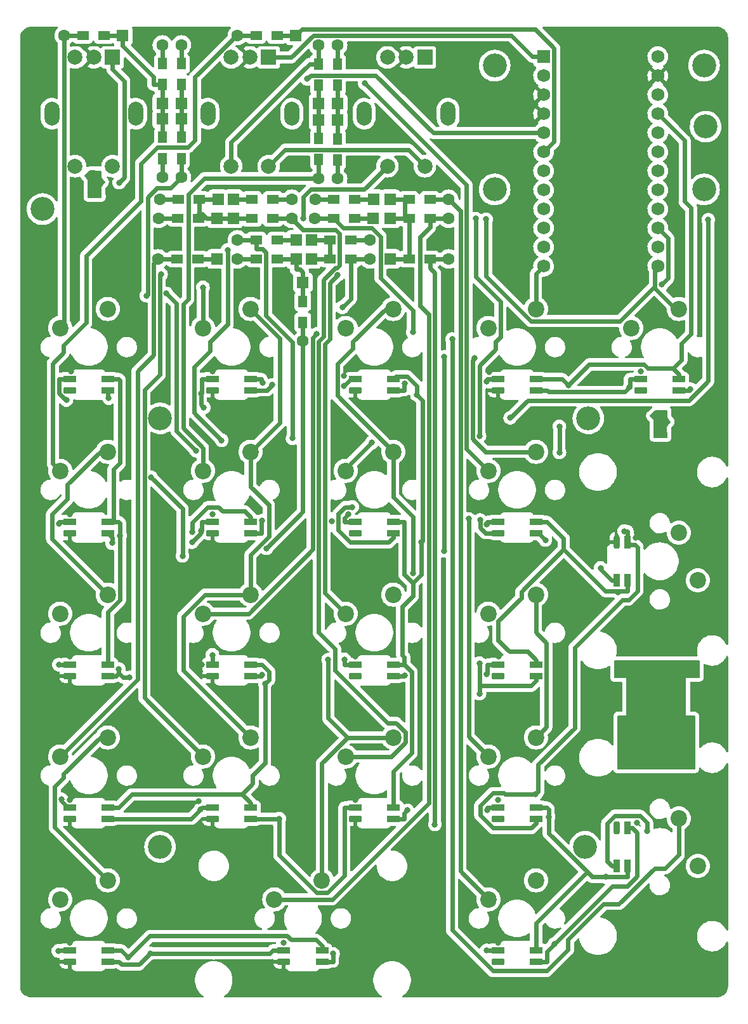
<source format=gbr>
%TF.GenerationSoftware,KiCad,Pcbnew,(6.0.7)*%
%TF.CreationDate,2022-09-09T03:04:09-06:00*%
%TF.ProjectId,keeb,6b656562-2e6b-4696-9361-645f70636258,rev?*%
%TF.SameCoordinates,Original*%
%TF.FileFunction,Copper,L1,Top*%
%TF.FilePolarity,Positive*%
%FSLAX46Y46*%
G04 Gerber Fmt 4.6, Leading zero omitted, Abs format (unit mm)*
G04 Created by KiCad (PCBNEW (6.0.7)) date 2022-09-09 03:04:09*
%MOMM*%
%LPD*%
G01*
G04 APERTURE LIST*
G04 Aperture macros list*
%AMRoundRect*
0 Rectangle with rounded corners*
0 $1 Rounding radius*
0 $2 $3 $4 $5 $6 $7 $8 $9 X,Y pos of 4 corners*
0 Add a 4 corners polygon primitive as box body*
4,1,4,$2,$3,$4,$5,$6,$7,$8,$9,$2,$3,0*
0 Add four circle primitives for the rounded corners*
1,1,$1+$1,$2,$3*
1,1,$1+$1,$4,$5*
1,1,$1+$1,$6,$7*
1,1,$1+$1,$8,$9*
0 Add four rect primitives between the rounded corners*
20,1,$1+$1,$2,$3,$4,$5,0*
20,1,$1+$1,$4,$5,$6,$7,0*
20,1,$1+$1,$6,$7,$8,$9,0*
20,1,$1+$1,$8,$9,$2,$3,0*%
G04 Aperture macros list end*
%TA.AperFunction,NonConductor*%
%ADD10C,0.200000*%
%TD*%
%TA.AperFunction,EtchedComponent*%
%ADD11C,0.200000*%
%TD*%
%TA.AperFunction,SMDPad,CuDef*%
%ADD12R,1.600000X1.200000*%
%TD*%
%TA.AperFunction,SMDPad,CuDef*%
%ADD13R,2.900000X0.500000*%
%TD*%
%TA.AperFunction,ComponentPad*%
%ADD14C,1.600000*%
%TD*%
%TA.AperFunction,ComponentPad*%
%ADD15R,1.600000X1.600000*%
%TD*%
%TA.AperFunction,SMDPad,CuDef*%
%ADD16R,0.500000X2.900000*%
%TD*%
%TA.AperFunction,SMDPad,CuDef*%
%ADD17R,1.200000X1.600000*%
%TD*%
%TA.AperFunction,ComponentPad*%
%ADD18C,2.200000*%
%TD*%
%TA.AperFunction,SMDPad,CuDef*%
%ADD19R,1.700000X0.820000*%
%TD*%
%TA.AperFunction,SMDPad,CuDef*%
%ADD20RoundRect,0.205000X0.645000X0.205000X-0.645000X0.205000X-0.645000X-0.205000X0.645000X-0.205000X0*%
%TD*%
%TA.AperFunction,ComponentPad*%
%ADD21C,3.200000*%
%TD*%
%TA.AperFunction,WasherPad*%
%ADD22O,2.000000X3.200000*%
%TD*%
%TA.AperFunction,ComponentPad*%
%ADD23R,2.000000X2.000000*%
%TD*%
%TA.AperFunction,ComponentPad*%
%ADD24C,2.000000*%
%TD*%
%TA.AperFunction,SMDPad,CuDef*%
%ADD25R,0.820000X1.700000*%
%TD*%
%TA.AperFunction,SMDPad,CuDef*%
%ADD26RoundRect,0.205000X0.205000X-0.645000X0.205000X0.645000X-0.205000X0.645000X-0.205000X-0.645000X0*%
%TD*%
%TA.AperFunction,ComponentPad*%
%ADD27R,1.752600X1.752600*%
%TD*%
%TA.AperFunction,ComponentPad*%
%ADD28C,1.752600*%
%TD*%
%TA.AperFunction,ViaPad*%
%ADD29C,0.800000*%
%TD*%
%TA.AperFunction,Conductor*%
%ADD30C,0.600000*%
%TD*%
G04 APERTURE END LIST*
D10*
G36*
X112782700Y-111815600D02*
G01*
X110982700Y-111815600D01*
X110982700Y-117015600D01*
X112182700Y-117015600D01*
X112182700Y-124015600D01*
X101982700Y-124015600D01*
X101982700Y-117015600D01*
X103182700Y-117015600D01*
X103182700Y-111815600D01*
X101582700Y-111815600D01*
X101582700Y-109615600D01*
X112782700Y-109615600D01*
X112782700Y-111815600D01*
G37*
X112782700Y-111815600D02*
X110982700Y-111815600D01*
X110982700Y-117015600D01*
X112182700Y-117015600D01*
X112182700Y-124015600D01*
X101982700Y-124015600D01*
X101982700Y-117015600D01*
X103182700Y-117015600D01*
X103182700Y-111815600D01*
X101582700Y-111815600D01*
X101582700Y-109615600D01*
X112782700Y-109615600D01*
X112782700Y-111815600D01*
%TO.C,logo7*%
G36*
X108517381Y-76298022D02*
G01*
X108493470Y-77200647D01*
X108941794Y-77744612D01*
X108439671Y-78366286D01*
X108505426Y-79782988D01*
X106789843Y-79771032D01*
X106807776Y-77475618D01*
X106335542Y-76895787D01*
X107005038Y-76292045D01*
X108517381Y-76298022D01*
G37*
D11*
X108517381Y-76298022D02*
X108493470Y-77200647D01*
X108941794Y-77744612D01*
X108439671Y-78366286D01*
X108505426Y-79782988D01*
X106789843Y-79771032D01*
X106807776Y-77475618D01*
X106335542Y-76895787D01*
X107005038Y-76292045D01*
X108517381Y-76298022D01*
%TO.C,logo4*%
G36*
X33017381Y-44298022D02*
G01*
X32993470Y-45200647D01*
X33441794Y-45744612D01*
X32939671Y-46366286D01*
X33005426Y-47782988D01*
X31289843Y-47771032D01*
X31307776Y-45475618D01*
X30835542Y-44895787D01*
X31505038Y-44292045D01*
X33017381Y-44298022D01*
G37*
X33017381Y-44298022D02*
X32993470Y-45200647D01*
X33441794Y-45744612D01*
X32939671Y-46366286D01*
X33005426Y-47782988D01*
X31289843Y-47771032D01*
X31307776Y-45475618D01*
X30835542Y-44895787D01*
X31505038Y-44292045D01*
X33017381Y-44298022D01*
%TD*%
D12*
%TO.P,D19,1,A*%
%TO.N,Net-(D19-Pad1)*%
X55940700Y-48055600D03*
D13*
X57040700Y-48055600D03*
D14*
X58440700Y-48055600D03*
D13*
%TO.P,D19,2,K*%
%TO.N,Net-(D16-Pad2)*%
X52040700Y-48055600D03*
D12*
X53140700Y-48055600D03*
D15*
X50640700Y-48055600D03*
%TD*%
D14*
%TO.P,D7,1,A*%
%TO.N,Net-(D7-Pad1)*%
X62022700Y-45269600D03*
D16*
X62022700Y-43869600D03*
D17*
X62022700Y-42769600D03*
D16*
%TO.P,D7,2,K*%
%TO.N,Net-(D10-Pad2)*%
X62022700Y-38869600D03*
D17*
X62022700Y-39969600D03*
D15*
X62022700Y-37469600D03*
%TD*%
D14*
%TO.P,D8,1,A*%
%TO.N,Net-(D8-Pad1)*%
X64562700Y-45309600D03*
D16*
X64562700Y-43909600D03*
D17*
X64562700Y-42809600D03*
%TO.P,D8,2,K*%
%TO.N,Net-(D10-Pad2)*%
X64562700Y-40009600D03*
D16*
X64562700Y-38909600D03*
D15*
X64562700Y-37509600D03*
%TD*%
D13*
%TO.P,D12,1,A*%
%TO.N,Net-(D12-Pad1)*%
X67444700Y-56015600D03*
D12*
X66344700Y-56015600D03*
D14*
X68844700Y-56015600D03*
D15*
%TO.P,D12,2,K*%
%TO.N,Net-(D11-Pad2)*%
X61044700Y-56015600D03*
D12*
X63544700Y-56015600D03*
D13*
X62444700Y-56015600D03*
%TD*%
D12*
%TO.P,D17,1,A*%
%TO.N,Net-(D17-Pad1)*%
X43184700Y-50595600D03*
D14*
X40684700Y-50595600D03*
D13*
X42084700Y-50595600D03*
%TO.P,D17,2,K*%
%TO.N,Net-(D16-Pad2)*%
X47084700Y-50595600D03*
D15*
X48484700Y-50595600D03*
D12*
X45984700Y-50595600D03*
%TD*%
D18*
%TO.P,SW19,11,sw1*%
%TO.N,Net-(SW1-Pad11)*%
X33897700Y-138873100D03*
%TO.P,SW19,12,sw2*%
%TO.N,Net-(D21-Pad1)*%
X27547700Y-141413100D03*
D19*
%TO.P,SW19,21,ledVDD*%
%TO.N,/3.3V*%
X33907700Y-148223100D03*
%TO.P,SW19,22,ledDOUT*%
%TO.N,Net-(SW19-Pad22)*%
X33907700Y-149723100D03*
D20*
%TO.P,SW19,23,ledGND*%
%TO.N,/GND*%
X28807700Y-149723100D03*
D19*
%TO.P,SW19,24,ledDIN*%
%TO.N,Net-(SW18-Pad22)*%
X28807700Y-148223100D03*
%TD*%
D18*
%TO.P,SW21,11,sw1*%
%TO.N,Net-(SW13-Pad11)*%
X91047700Y-138873100D03*
%TO.P,SW21,12,sw2*%
%TO.N,Net-(D24-Pad1)*%
X84697700Y-141413100D03*
D19*
%TO.P,SW21,21,ledVDD*%
%TO.N,/3.3V*%
X91057700Y-148223100D03*
%TO.P,SW21,22,ledDOUT*%
%TO.N,Net-(SW21-Pad22)*%
X91057700Y-149723100D03*
D20*
%TO.P,SW21,23,ledGND*%
%TO.N,/GND*%
X85957700Y-149723100D03*
D19*
%TO.P,SW21,24,ledDIN*%
%TO.N,Net-(SW20-Pad22)*%
X85957700Y-148223100D03*
%TD*%
D21*
%TO.P,STA1,P$1*%
%TO.N,N/C*%
X85522700Y-46740600D03*
X113462700Y-46740600D03*
X113462700Y-30230600D03*
X85522700Y-30230600D03*
%TD*%
D14*
%TO.P,D2,1,A*%
%TO.N,Net-(D2-Pad1)*%
X41182700Y-45105600D03*
D16*
X41182700Y-43705600D03*
D17*
X41182700Y-42605600D03*
%TO.P,D2,2,K*%
%TO.N,Net-(D1-Pad2)*%
X41182700Y-39805600D03*
D15*
X41182700Y-37305600D03*
D16*
X41182700Y-38705600D03*
%TD*%
D21*
%TO.P,STA7,P0*%
%TO.N,N/C*%
X25182700Y-49365600D03*
%TD*%
D13*
%TO.P,D22,1,A*%
%TO.N,Net-(D22-Pad1)*%
X62952700Y-48055600D03*
D14*
X61552700Y-48055600D03*
D12*
X64052700Y-48055600D03*
D15*
%TO.P,D22,2,K*%
%TO.N,Net-(D21-Pad2)*%
X69352700Y-48055600D03*
D12*
X66852700Y-48055600D03*
D13*
X67952700Y-48055600D03*
%TD*%
D18*
%TO.P,SW20,11,sw1*%
%TO.N,Net-(SW12-Pad11)*%
X62472700Y-138873100D03*
%TO.P,SW20,12,sw2*%
%TO.N,Net-(D23-Pad1)*%
X56122700Y-141413100D03*
D19*
%TO.P,SW20,21,ledVDD*%
%TO.N,/3.3V*%
X62482700Y-148223100D03*
%TO.P,SW20,22,ledDOUT*%
%TO.N,Net-(SW20-Pad22)*%
X62482700Y-149723100D03*
D20*
%TO.P,SW20,23,ledGND*%
%TO.N,/GND*%
X57382700Y-149723100D03*
D19*
%TO.P,SW20,24,ledDIN*%
%TO.N,Net-(SW19-Pad22)*%
X57382700Y-148223100D03*
%TD*%
D14*
%TO.P,D15,1,A*%
%TO.N,Net-(D15-Pad1)*%
X51212700Y-56015600D03*
D12*
X53712700Y-56015600D03*
D13*
X52612700Y-56015600D03*
D12*
%TO.P,D15,2,K*%
%TO.N,Net-(D11-Pad2)*%
X56512700Y-56015600D03*
D15*
X59012700Y-56015600D03*
D13*
X57612700Y-56015600D03*
%TD*%
D18*
%TO.P,SW14,11,sw1*%
%TO.N,Net-(SW1-Pad11)*%
X33897700Y-119823100D03*
%TO.P,SW14,12,sw2*%
%TO.N,Net-(D16-Pad1)*%
X27547700Y-122363100D03*
D19*
%TO.P,SW14,21,ledVDD*%
%TO.N,/3.3V*%
X33907700Y-129173100D03*
%TO.P,SW14,22,ledDOUT*%
%TO.N,Net-(SW14-Pad22)*%
X33907700Y-130673100D03*
D20*
%TO.P,SW14,23,ledGND*%
%TO.N,/GND*%
X28807700Y-130673100D03*
D19*
%TO.P,SW14,24,ledDIN*%
%TO.N,Net-(SW13-Pad22)*%
X28807700Y-129173100D03*
%TD*%
D18*
%TO.P,SW9,11,sw1*%
%TO.N,Net-(SW13-Pad11)*%
X91047700Y-81723100D03*
%TO.P,SW9,12,sw2*%
%TO.N,Net-(D9-Pad1)*%
X84697700Y-84263100D03*
D19*
%TO.P,SW9,21,ledVDD*%
%TO.N,/3.3V*%
X91057700Y-91073100D03*
%TO.P,SW9,22,ledDOUT*%
%TO.N,Net-(SW10-Pad24)*%
X91057700Y-92573100D03*
D20*
%TO.P,SW9,23,ledGND*%
%TO.N,unconnected-(SW9-Pad23)*%
X85957700Y-92573100D03*
D19*
%TO.P,SW9,24,ledDIN*%
%TO.N,Net-(SW8-Pad22)*%
X85957700Y-91073100D03*
%TD*%
D18*
%TO.P,SW17,11,sw1*%
%TO.N,Net-(SW13-Pad11)*%
X91047700Y-119823100D03*
%TO.P,SW17,12,sw2*%
%TO.N,Net-(D19-Pad1)*%
X84697700Y-122363100D03*
D19*
%TO.P,SW17,21,ledVDD*%
%TO.N,/3.3V*%
X91057700Y-129173100D03*
%TO.P,SW17,22,ledDOUT*%
%TO.N,Net-(SW17-Pad22)*%
X91057700Y-130673100D03*
D20*
%TO.P,SW17,23,ledGND*%
%TO.N,/GND*%
X85957700Y-130673100D03*
D19*
%TO.P,SW17,24,ledDIN*%
%TO.N,Net-(SW16-Pad22)*%
X85957700Y-129173100D03*
%TD*%
D14*
%TO.P,D10,1,A*%
%TO.N,Net-(D10-Pad1)*%
X62022700Y-27513600D03*
D16*
X62022700Y-28913600D03*
D17*
X62022700Y-30013600D03*
%TO.P,D10,2,K*%
%TO.N,Net-(D10-Pad2)*%
X62022700Y-32813600D03*
D16*
X62022700Y-33913600D03*
D15*
X62022700Y-35313600D03*
%TD*%
D21*
%TO.P,STA2,P0*%
%TO.N,N/C*%
X98032700Y-77278100D03*
%TD*%
D12*
%TO.P,D14,1,A*%
%TO.N,Net-(D14-Pad1)*%
X53712700Y-53475600D03*
D14*
X51212700Y-53475600D03*
D13*
X52612700Y-53475600D03*
D12*
%TO.P,D14,2,K*%
%TO.N,Net-(D11-Pad2)*%
X56512700Y-53475600D03*
D15*
X59012700Y-53475600D03*
D13*
X57612700Y-53475600D03*
%TD*%
D18*
%TO.P,SW13,11,sw1*%
%TO.N,Net-(SW13-Pad11)*%
X91047700Y-100773100D03*
%TO.P,SW13,12,sw2*%
%TO.N,Net-(D14-Pad1)*%
X84697700Y-103313100D03*
D19*
%TO.P,SW13,21,ledVDD*%
%TO.N,/3.3V*%
X91057700Y-110123100D03*
%TO.P,SW13,22,ledDOUT*%
%TO.N,Net-(SW13-Pad22)*%
X91057700Y-111623100D03*
D20*
%TO.P,SW13,23,ledGND*%
%TO.N,/GND*%
X85957700Y-111623100D03*
D19*
%TO.P,SW13,24,ledDIN*%
%TO.N,Net-(SW12-Pad22)*%
X85957700Y-110123100D03*
%TD*%
D18*
%TO.P,SW2,11,sw1*%
%TO.N,Net-(RSW1-PadS2)*%
X52947700Y-62673100D03*
%TO.P,SW2,12,sw2*%
%TO.N,Net-(D2-Pad1)*%
X46597700Y-65213100D03*
D19*
%TO.P,SW2,21,ledVDD*%
%TO.N,/3.3V*%
X52957700Y-72023100D03*
%TO.P,SW2,22,ledDOUT*%
%TO.N,Net-(SW2-Pad22)*%
X52957700Y-73523100D03*
D20*
%TO.P,SW2,23,ledGND*%
%TO.N,/GND*%
X47857700Y-73523100D03*
D19*
%TO.P,SW2,24,ledDIN*%
%TO.N,Net-(SW1-Pad22)*%
X47857700Y-72023100D03*
%TD*%
D12*
%TO.P,D23,1,A*%
%TO.N,Net-(D23-Pad1)*%
X76882700Y-50595600D03*
D14*
X79382700Y-50595600D03*
D13*
X77982700Y-50595600D03*
D12*
%TO.P,D23,2,K*%
%TO.N,Net-(D21-Pad2)*%
X74082700Y-50595600D03*
D15*
X71582700Y-50595600D03*
D13*
X72982700Y-50595600D03*
%TD*%
D18*
%TO.P,SW7,11,sw1*%
%TO.N,Net-(RSW1-PadS2)*%
X52947700Y-81723100D03*
%TO.P,SW7,12,sw2*%
%TO.N,Net-(D7-Pad1)*%
X46597700Y-84263100D03*
D19*
%TO.P,SW7,21,ledVDD*%
%TO.N,/3.3V*%
X52957700Y-91073100D03*
%TO.P,SW7,22,ledDOUT*%
%TO.N,Net-(SW7-Pad22)*%
X52957700Y-92573100D03*
D20*
%TO.P,SW7,23,ledGND*%
%TO.N,/GND*%
X47857700Y-92573100D03*
D19*
%TO.P,SW7,24,ledDIN*%
%TO.N,Net-(SW6-Pad22)*%
X47857700Y-91073100D03*
%TD*%
D18*
%TO.P,SW10,11,sw1*%
%TO.N,Net-(SW1-Pad11)*%
X33897700Y-100773100D03*
%TO.P,SW10,12,sw2*%
%TO.N,Net-(D11-Pad1)*%
X27547700Y-103313100D03*
D19*
%TO.P,SW10,21,ledVDD*%
%TO.N,/3.3V*%
X33907700Y-110123100D03*
%TO.P,SW10,22,ledDOUT*%
%TO.N,Net-(SW10-Pad22)*%
X33907700Y-111623100D03*
D20*
%TO.P,SW10,23,ledGND*%
%TO.N,/GND*%
X28807700Y-111623100D03*
D19*
%TO.P,SW10,24,ledDIN*%
%TO.N,Net-(SW10-Pad24)*%
X28807700Y-110123100D03*
%TD*%
D22*
%TO.P,RSW2,*%
%TO.N,*%
X47266700Y-36633600D03*
X58466700Y-36633600D03*
D23*
%TO.P,RSW2,A,A*%
%TO.N,Net-(RSW2-PadA)*%
X55366700Y-29133600D03*
D24*
%TO.P,RSW2,B,B*%
%TO.N,Net-(RSW2-PadB)*%
X50366700Y-29133600D03*
%TO.P,RSW2,C,C*%
%TO.N,/GND*%
X52866700Y-29133600D03*
%TO.P,RSW2,S1,S1*%
%TO.N,Net-(D10-Pad1)*%
X50366700Y-43633600D03*
%TO.P,RSW2,S2,S2*%
%TO.N,Net-(RSW2-PadS2)*%
X55366700Y-43633600D03*
%TD*%
D18*
%TO.P,SW12,11,sw1*%
%TO.N,Net-(SW12-Pad11)*%
X71997700Y-100773100D03*
%TO.P,SW12,12,sw2*%
%TO.N,Net-(D13-Pad1)*%
X65647700Y-103313100D03*
D19*
%TO.P,SW12,21,ledVDD*%
%TO.N,/3.3V*%
X72007700Y-110123100D03*
%TO.P,SW12,22,ledDOUT*%
%TO.N,Net-(SW12-Pad22)*%
X72007700Y-111623100D03*
D20*
%TO.P,SW12,23,ledGND*%
%TO.N,/GND*%
X66907700Y-111623100D03*
D19*
%TO.P,SW12,24,ledDIN*%
%TO.N,Net-(SW11-Pad22)*%
X66907700Y-110123100D03*
%TD*%
D12*
%TO.P,D20,1,A*%
%TO.N,Net-(D20-Pad1)*%
X43308700Y-48055600D03*
D14*
X40808700Y-48055600D03*
D13*
X42208700Y-48055600D03*
D12*
%TO.P,D20,2,K*%
%TO.N,Net-(D16-Pad2)*%
X46108700Y-48055600D03*
D13*
X47208700Y-48055600D03*
D15*
X48608700Y-48055600D03*
%TD*%
D12*
%TO.P,D25,1,A*%
%TO.N,Net-(D25-Pad1)*%
X64012700Y-50595600D03*
D14*
X61512700Y-50595600D03*
D13*
X62912700Y-50595600D03*
D15*
%TO.P,D25,2,K*%
%TO.N,Net-(D21-Pad2)*%
X69312700Y-50595600D03*
D12*
X66812700Y-50595600D03*
D13*
X67912700Y-50595600D03*
%TD*%
D14*
%TO.P,D24,1,A*%
%TO.N,Net-(D24-Pad1)*%
X79382700Y-48055600D03*
D13*
X77982700Y-48055600D03*
D12*
X76882700Y-48055600D03*
D13*
%TO.P,D24,2,K*%
%TO.N,Net-(D21-Pad2)*%
X72982700Y-48055600D03*
D15*
X71582700Y-48055600D03*
D12*
X74082700Y-48055600D03*
%TD*%
D18*
%TO.P,SW6,11,sw1*%
%TO.N,Net-(SW1-Pad11)*%
X33897700Y-81723100D03*
%TO.P,SW6,12,sw2*%
%TO.N,Net-(D6-Pad1)*%
X27547700Y-84263100D03*
D19*
%TO.P,SW6,21,ledVDD*%
%TO.N,/3.3V*%
X33907700Y-91073100D03*
%TO.P,SW6,22,ledDOUT*%
%TO.N,Net-(SW6-Pad22)*%
X33907700Y-92573100D03*
D20*
%TO.P,SW6,23,ledGND*%
%TO.N,/GND*%
X28807700Y-92573100D03*
D19*
%TO.P,SW6,24,ledDIN*%
%TO.N,Net-(SW5-Pad22)*%
X28807700Y-91073100D03*
%TD*%
D18*
%TO.P,SW5,11,sw1*%
%TO.N,Net-(RSW2-PadS2)*%
X110097700Y-62673100D03*
%TO.P,SW5,12,sw2*%
%TO.N,Net-(D5-Pad1)*%
X103747700Y-65213100D03*
D19*
%TO.P,SW5,21,ledVDD*%
%TO.N,/3.3V*%
X110107700Y-72023100D03*
%TO.P,SW5,22,ledDOUT*%
%TO.N,Net-(SW5-Pad22)*%
X110107700Y-73523100D03*
D20*
%TO.P,SW5,23,ledGND*%
%TO.N,/GND*%
X105007700Y-73523100D03*
D19*
%TO.P,SW5,24,ledDIN*%
%TO.N,Net-(SW4-Pad22)*%
X105007700Y-72023100D03*
%TD*%
D16*
%TO.P,D5,1,A*%
%TO.N,Net-(D5-Pad1)*%
X41182700Y-28873600D03*
D17*
X41182700Y-29973600D03*
D14*
X41182700Y-27473600D03*
D17*
%TO.P,D5,2,K*%
%TO.N,Net-(D1-Pad2)*%
X41182700Y-32773600D03*
D16*
X41182700Y-33873600D03*
D15*
X41182700Y-35273600D03*
%TD*%
D14*
%TO.P,D3,1,A*%
%TO.N,Net-(D3-Pad1)*%
X43722700Y-45105600D03*
D16*
X43722700Y-43705600D03*
D17*
X43722700Y-42605600D03*
D16*
%TO.P,D3,2,K*%
%TO.N,Net-(D1-Pad2)*%
X43722700Y-38705600D03*
D15*
X43722700Y-37305600D03*
D17*
X43722700Y-39805600D03*
%TD*%
D18*
%TO.P,SW22,11,sw1*%
%TO.N,Net-(RSW2-PadS2)*%
X112637700Y-136968100D03*
%TO.P,SW22,12,sw2*%
%TO.N,Net-(D25-Pad1)*%
X110097700Y-130618100D03*
D25*
%TO.P,SW22,21,ledVDD*%
%TO.N,/3.3V*%
X103287700Y-136978100D03*
%TO.P,SW22,22,ledDOUT*%
%TO.N,unconnected-(SW22-Pad22)*%
X101787700Y-136978100D03*
D26*
%TO.P,SW22,23,ledGND*%
%TO.N,/GND*%
X101787700Y-131878100D03*
D25*
%TO.P,SW22,24,ledDIN*%
%TO.N,Net-(SW21-Pad22)*%
X103287700Y-131878100D03*
%TD*%
D16*
%TO.P,D11,1,A*%
%TO.N,Net-(D11-Pad1)*%
X59932700Y-65565600D03*
D14*
X59932700Y-66965600D03*
D17*
X59932700Y-64465600D03*
%TO.P,D11,2,K*%
%TO.N,Net-(D11-Pad2)*%
X59932700Y-61665600D03*
D16*
X59932700Y-60565600D03*
D15*
X59932700Y-59165600D03*
%TD*%
D18*
%TO.P,SW8,11,sw1*%
%TO.N,Net-(SW12-Pad11)*%
X71997700Y-81723100D03*
%TO.P,SW8,12,sw2*%
%TO.N,Net-(D8-Pad1)*%
X65647700Y-84263100D03*
D19*
%TO.P,SW8,21,ledVDD*%
%TO.N,/3.3V*%
X72007700Y-91073100D03*
%TO.P,SW8,22,ledDOUT*%
%TO.N,Net-(SW8-Pad22)*%
X72007700Y-92573100D03*
D20*
%TO.P,SW8,23,ledGND*%
%TO.N,/GND*%
X66907700Y-92573100D03*
D19*
%TO.P,SW8,24,ledDIN*%
%TO.N,Net-(SW7-Pad22)*%
X66907700Y-91073100D03*
%TD*%
D27*
%TO.P,U1,1,TX0/GP0*%
%TO.N,Net-(RSW2-PadA)*%
X92062700Y-29032300D03*
D28*
%TO.P,U1,2,RX1/GP1*%
%TO.N,Net-(RSW2-PadB)*%
X92062700Y-31572300D03*
%TO.P,U1,3,GND*%
%TO.N,/GND*%
X92062700Y-34112300D03*
%TO.P,U1,4,GND*%
X92062700Y-36652300D03*
%TO.P,U1,5,GP2*%
%TO.N,Net-(D1-Pad2)*%
X92062700Y-39192300D03*
%TO.P,U1,6,GP3*%
%TO.N,Net-(D10-Pad2)*%
X92062700Y-41732300D03*
%TO.P,U1,7,GP4*%
%TO.N,Net-(D11-Pad2)*%
X92062700Y-44272300D03*
%TO.P,U1,8,GP5*%
%TO.N,Net-(D16-Pad2)*%
X92062700Y-46812300D03*
%TO.P,U1,9,GP6*%
%TO.N,Net-(D21-Pad2)*%
X92062700Y-49352300D03*
%TO.P,U1,10,GP7*%
%TO.N,Net-(RSW1-PadS2)*%
X92062700Y-51892300D03*
%TO.P,U1,11,GP8*%
%TO.N,Net-(SW12-Pad11)*%
X92062700Y-54432300D03*
%TO.P,U1,12,GP9*%
%TO.N,Net-(SW13-Pad11)*%
X92062700Y-56972300D03*
%TO.P,U1,13,GP10*%
%TO.N,Net-(RSW2-PadS2)*%
X107302700Y-56972300D03*
%TO.P,U1,14,MO/GP19*%
%TO.N,Net-(RSW3-PadB)*%
X107302700Y-54432300D03*
%TO.P,U1,15,MI/GP20*%
%TO.N,Net-(SW1-Pad24)*%
X107302700Y-51892300D03*
%TO.P,U1,16,SCK/GP18*%
%TO.N,Net-(RSW3-PadA)*%
X107302700Y-49352300D03*
%TO.P,U1,17,A0/GP26*%
%TO.N,Net-(RSW1-PadA)*%
X107302700Y-46812300D03*
%TO.P,U1,18,A1/GP27*%
%TO.N,Net-(RSW1-PadB)*%
X107302700Y-44272300D03*
%TO.P,U1,19,A2/GP28*%
%TO.N,Net-(SW1-Pad11)*%
X107302700Y-41732300D03*
%TO.P,U1,20,A3/GP29*%
%TO.N,unconnected-(U1-Pad20)*%
X107302700Y-39192300D03*
%TO.P,U1,21,VCC/3.3V*%
%TO.N,/3.3V*%
X107302700Y-36652300D03*
%TO.P,U1,22,RST*%
%TO.N,unconnected-(U1-Pad22)*%
X107302700Y-34112300D03*
%TO.P,U1,23,GND*%
%TO.N,/GND*%
X107302700Y-31572300D03*
%TO.P,U1,24,RAW*%
%TO.N,unconnected-(U1-Pad24)*%
X107302700Y-29032300D03*
%TD*%
D18*
%TO.P,SW16,11,sw1*%
%TO.N,Net-(SW12-Pad11)*%
X71997700Y-119823100D03*
%TO.P,SW16,12,sw2*%
%TO.N,Net-(D18-Pad1)*%
X65647700Y-122363100D03*
D19*
%TO.P,SW16,21,ledVDD*%
%TO.N,/3.3V*%
X72007700Y-129173100D03*
%TO.P,SW16,22,ledDOUT*%
%TO.N,Net-(SW16-Pad22)*%
X72007700Y-130673100D03*
D20*
%TO.P,SW16,23,ledGND*%
%TO.N,/GND*%
X66907700Y-130673100D03*
D19*
%TO.P,SW16,24,ledDIN*%
%TO.N,Net-(SW15-Pad22)*%
X66907700Y-129173100D03*
%TD*%
D12*
%TO.P,D6,1,A*%
%TO.N,Net-(D6-Pad1)*%
X53682700Y-26215600D03*
D14*
X51182700Y-26215600D03*
D13*
X52582700Y-26215600D03*
D12*
%TO.P,D6,2,K*%
%TO.N,Net-(D10-Pad2)*%
X56482700Y-26215600D03*
D13*
X57582700Y-26215600D03*
D15*
X58982700Y-26215600D03*
%TD*%
D18*
%TO.P,SW4,11,sw1*%
%TO.N,Net-(SW13-Pad11)*%
X91047700Y-62673100D03*
%TO.P,SW4,12,sw2*%
%TO.N,Net-(D4-Pad1)*%
X84697700Y-65213100D03*
D19*
%TO.P,SW4,21,ledVDD*%
%TO.N,/3.3V*%
X91057700Y-72023100D03*
%TO.P,SW4,22,ledDOUT*%
%TO.N,Net-(SW4-Pad22)*%
X91057700Y-73523100D03*
D20*
%TO.P,SW4,23,ledGND*%
%TO.N,/GND*%
X85957700Y-73523100D03*
D19*
%TO.P,SW4,24,ledDIN*%
%TO.N,Net-(SW3-Pad22)*%
X85957700Y-72023100D03*
%TD*%
D21*
%TO.P,STA6,P0*%
%TO.N,N/C*%
X113682700Y-38365600D03*
%TD*%
D22*
%TO.P,RSW1,*%
%TO.N,*%
X26438700Y-36633600D03*
X37638700Y-36633600D03*
D23*
%TO.P,RSW1,A,A*%
%TO.N,Net-(RSW1-PadA)*%
X34538700Y-29133600D03*
D24*
%TO.P,RSW1,B,B*%
%TO.N,Net-(RSW1-PadB)*%
X29538700Y-29133600D03*
%TO.P,RSW1,C,C*%
%TO.N,/GND*%
X32038700Y-29133600D03*
%TO.P,RSW1,S1,S1*%
%TO.N,Net-(D22-Pad1)*%
X29538700Y-43633600D03*
%TO.P,RSW1,S2,S2*%
%TO.N,Net-(RSW1-PadS2)*%
X34538700Y-43633600D03*
%TD*%
D17*
%TO.P,D9,1,A*%
%TO.N,Net-(D9-Pad1)*%
X64562700Y-30013600D03*
D14*
X64562700Y-27513600D03*
D16*
X64562700Y-28913600D03*
D17*
%TO.P,D9,2,K*%
%TO.N,Net-(D10-Pad2)*%
X64562700Y-32813600D03*
D16*
X64562700Y-33913600D03*
D15*
X64562700Y-35313600D03*
%TD*%
D14*
%TO.P,D1,1,A*%
%TO.N,Net-(D1-Pad1)*%
X28082700Y-26215600D03*
D13*
X29482700Y-26215600D03*
D12*
X30582700Y-26215600D03*
D13*
%TO.P,D1,2,K*%
%TO.N,Net-(D1-Pad2)*%
X34482700Y-26215600D03*
D15*
X35882700Y-26215600D03*
D12*
X33382700Y-26215600D03*
%TD*%
D21*
%TO.P,STA3,P0*%
%TO.N,N/C*%
X40882700Y-77278100D03*
%TD*%
%TO.P,STA5,P0*%
%TO.N,N/C*%
X97582700Y-134415600D03*
%TD*%
D18*
%TO.P,SW15,11,sw1*%
%TO.N,Net-(RSW1-PadS2)*%
X52947700Y-119823100D03*
%TO.P,SW15,12,sw2*%
%TO.N,Net-(D17-Pad1)*%
X46597700Y-122363100D03*
D19*
%TO.P,SW15,21,ledVDD*%
%TO.N,/3.3V*%
X52957700Y-129173100D03*
%TO.P,SW15,22,ledDOUT*%
%TO.N,Net-(SW15-Pad22)*%
X52957700Y-130673100D03*
D20*
%TO.P,SW15,23,ledGND*%
%TO.N,/GND*%
X47857700Y-130673100D03*
D19*
%TO.P,SW15,24,ledDIN*%
%TO.N,Net-(SW14-Pad22)*%
X47857700Y-129173100D03*
%TD*%
D18*
%TO.P,SW18,11,sw1*%
%TO.N,Net-(RSW2-PadS2)*%
X112637700Y-98868100D03*
%TO.P,SW18,12,sw2*%
%TO.N,Net-(D20-Pad1)*%
X110097700Y-92518100D03*
D25*
%TO.P,SW18,21,ledVDD*%
%TO.N,/3.3V*%
X103287700Y-98878100D03*
%TO.P,SW18,22,ledDOUT*%
%TO.N,Net-(SW18-Pad22)*%
X101787700Y-98878100D03*
D26*
%TO.P,SW18,23,ledGND*%
%TO.N,/GND*%
X101787700Y-93778100D03*
D25*
%TO.P,SW18,24,ledDIN*%
%TO.N,Net-(SW17-Pad22)*%
X103287700Y-93778100D03*
%TD*%
D18*
%TO.P,SW1,11,sw1*%
%TO.N,Net-(SW1-Pad11)*%
X33897700Y-62673100D03*
%TO.P,SW1,12,sw2*%
%TO.N,Net-(D1-Pad1)*%
X27547700Y-65213100D03*
D19*
%TO.P,SW1,21,ledVDD*%
%TO.N,/3.3V*%
X33907700Y-72023100D03*
%TO.P,SW1,22,ledDOUT*%
%TO.N,Net-(SW1-Pad22)*%
X33907700Y-73523100D03*
D20*
%TO.P,SW1,23,ledGND*%
%TO.N,/GND*%
X28807700Y-73523100D03*
D19*
%TO.P,SW1,24,ledDIN*%
%TO.N,Net-(SW1-Pad24)*%
X28807700Y-72023100D03*
%TD*%
D21*
%TO.P,STA4,P0*%
%TO.N,N/C*%
X40882700Y-134428100D03*
%TD*%
D18*
%TO.P,SW11,11,sw1*%
%TO.N,Net-(RSW1-PadS2)*%
X52947700Y-100773100D03*
%TO.P,SW11,12,sw2*%
%TO.N,Net-(D12-Pad1)*%
X46597700Y-103313100D03*
D19*
%TO.P,SW11,21,ledVDD*%
%TO.N,/3.3V*%
X52957700Y-110123100D03*
%TO.P,SW11,22,ledDOUT*%
%TO.N,Net-(SW11-Pad22)*%
X52957700Y-111623100D03*
D20*
%TO.P,SW11,23,ledGND*%
%TO.N,/GND*%
X47857700Y-111623100D03*
D19*
%TO.P,SW11,24,ledDIN*%
%TO.N,Net-(SW10-Pad22)*%
X47857700Y-110123100D03*
%TD*%
D12*
%TO.P,D18,1,A*%
%TO.N,Net-(D18-Pad1)*%
X55940700Y-50595600D03*
D13*
X57040700Y-50595600D03*
D14*
X58440700Y-50595600D03*
D15*
%TO.P,D18,2,K*%
%TO.N,Net-(D16-Pad2)*%
X50640700Y-50595600D03*
D12*
X53140700Y-50595600D03*
D13*
X52040700Y-50595600D03*
%TD*%
D12*
%TO.P,D21,1,A*%
%TO.N,Net-(D21-Pad1)*%
X76882700Y-56015600D03*
D14*
X79382700Y-56015600D03*
D13*
X77982700Y-56015600D03*
D15*
%TO.P,D21,2,K*%
%TO.N,Net-(D21-Pad2)*%
X71582700Y-56015600D03*
D12*
X74082700Y-56015600D03*
D13*
X72982700Y-56015600D03*
%TD*%
D14*
%TO.P,D4,1,A*%
%TO.N,Net-(D4-Pad1)*%
X43722700Y-27473600D03*
D16*
X43722700Y-28873600D03*
D17*
X43722700Y-29973600D03*
D15*
%TO.P,D4,2,K*%
%TO.N,Net-(D1-Pad2)*%
X43722700Y-35273600D03*
D16*
X43722700Y-33873600D03*
D17*
X43722700Y-32773600D03*
%TD*%
D18*
%TO.P,SW3,11,sw1*%
%TO.N,Net-(SW12-Pad11)*%
X71997700Y-62673100D03*
%TO.P,SW3,12,sw2*%
%TO.N,Net-(D3-Pad1)*%
X65647700Y-65213100D03*
D19*
%TO.P,SW3,21,ledVDD*%
%TO.N,/3.3V*%
X72007700Y-72023100D03*
%TO.P,SW3,22,ledDOUT*%
%TO.N,Net-(SW3-Pad22)*%
X72007700Y-73523100D03*
D20*
%TO.P,SW3,23,ledGND*%
%TO.N,/GND*%
X66907700Y-73523100D03*
D19*
%TO.P,SW3,24,ledDIN*%
%TO.N,Net-(SW2-Pad22)*%
X66907700Y-72023100D03*
%TD*%
D13*
%TO.P,D13,1,A*%
%TO.N,Net-(D13-Pad1)*%
X67444700Y-53475600D03*
D12*
X66344700Y-53475600D03*
D14*
X68844700Y-53475600D03*
D13*
%TO.P,D13,2,K*%
%TO.N,Net-(D11-Pad2)*%
X62444700Y-53475600D03*
D12*
X63544700Y-53475600D03*
D15*
X61044700Y-53475600D03*
%TD*%
D13*
%TO.P,D16,1,A*%
%TO.N,Net-(D16-Pad1)*%
X42032700Y-56015600D03*
D12*
X43132700Y-56015600D03*
D14*
X40632700Y-56015600D03*
D15*
%TO.P,D16,2,K*%
%TO.N,Net-(D16-Pad2)*%
X48432700Y-56015600D03*
D12*
X45932700Y-56015600D03*
D13*
X47032700Y-56015600D03*
%TD*%
D22*
%TO.P,RSW3,*%
%TO.N,*%
X68106700Y-36633600D03*
X79306700Y-36633600D03*
D23*
%TO.P,RSW3,A,A*%
%TO.N,Net-(RSW3-PadA)*%
X76206700Y-29133600D03*
D24*
%TO.P,RSW3,B,B*%
%TO.N,Net-(RSW3-PadB)*%
X71206700Y-29133600D03*
%TO.P,RSW3,C,C*%
%TO.N,/GND*%
X73706700Y-29133600D03*
%TO.P,RSW3,S1,S1*%
%TO.N,Net-(D15-Pad1)*%
X71206700Y-43633600D03*
%TO.P,RSW3,S2,S2*%
%TO.N,Net-(RSW2-PadS2)*%
X76206700Y-43633600D03*
%TD*%
D29*
%TO.N,Net-(D2-Pad1)*%
X46597700Y-59799900D03*
%TO.N,Net-(D3-Pad1)*%
X39050300Y-60909300D03*
%TO.N,Net-(D4-Pad1)*%
X78776300Y-69079300D03*
X39688400Y-85141200D03*
X78776300Y-94937700D03*
X43856600Y-95615000D03*
%TO.N,Net-(D8-Pad1)*%
X69102800Y-80520700D03*
X83506900Y-79626200D03*
X83001600Y-50644600D03*
%TO.N,Net-(D9-Pad1)*%
X68201600Y-32598500D03*
%TO.N,Net-(D12-Pad1)*%
X65196100Y-62467000D03*
X61775400Y-66004800D03*
%TO.N,Net-(D13-Pad1)*%
X64580800Y-58143200D03*
%TO.N,Net-(D14-Pad1)*%
X58551900Y-79936500D03*
%TO.N,Net-(D17-Pad1)*%
X41004100Y-58056300D03*
%TO.N,/3.3V*%
X45174400Y-92417900D03*
X100393500Y-138428100D03*
X54529500Y-72533600D03*
X92724800Y-130406400D03*
X75145400Y-74139900D03*
X54864500Y-112697600D03*
X75710100Y-93783700D03*
X95353300Y-72848200D03*
X36639200Y-149187700D03*
X35523100Y-92900500D03*
X102005200Y-100439200D03*
%TO.N,/GND*%
X65428400Y-71579400D03*
X85957700Y-147180700D03*
X63752500Y-91008300D03*
X28807700Y-109017000D03*
X86102800Y-109060900D03*
X28855600Y-90041500D03*
X104510400Y-131183900D03*
X46402100Y-110123100D03*
X47857700Y-70984200D03*
X57382700Y-147199400D03*
X66907700Y-128154500D03*
X28997000Y-71005600D03*
X84760800Y-71108600D03*
X105007700Y-71004000D03*
X47857700Y-90054200D03*
X46027700Y-128337900D03*
X66907700Y-109063900D03*
X28807700Y-128138400D03*
X28807700Y-147181700D03*
X104371200Y-93206700D03*
X85957700Y-128159900D03*
%TO.N,Net-(D1-Pad2)*%
X60512600Y-31995700D03*
%TO.N,Net-(SW1-Pad22)*%
X34024000Y-74566000D03*
X46717800Y-75835300D03*
X46317500Y-73933500D03*
%TO.N,Net-(SW2-Pad22)*%
X55853000Y-72810700D03*
X65428400Y-72954600D03*
%TO.N,Net-(SW3-Pad22)*%
X84411700Y-72325600D03*
X73501800Y-72597400D03*
%TO.N,Net-(SW4-Pad22)*%
X103538900Y-73123800D03*
%TO.N,Net-(SW6-Pad22)*%
X34483100Y-93909100D03*
X46370200Y-92285300D03*
X45140500Y-93780300D03*
%TO.N,Net-(SW7-Pad22)*%
X54484700Y-90912400D03*
X65967400Y-90029900D03*
%TO.N,Net-(SW10-Pad24)*%
X92290300Y-93494000D03*
X27355800Y-110125000D03*
%TO.N,Net-(SW10-Pad22)*%
X36806200Y-111820000D03*
X35381900Y-110697600D03*
X47857700Y-108815300D03*
%TO.N,Net-(SW11-Pad22)*%
X65457700Y-109420700D03*
X54514500Y-111448700D03*
%TO.N,Net-(SW12-Pad22)*%
X73509900Y-111531500D03*
X84410800Y-111397000D03*
%TO.N,Net-(SW13-Pad22)*%
X27735300Y-128070900D03*
X83507100Y-113980700D03*
X83507100Y-109929200D03*
%TO.N,Net-(D11-Pad1)*%
X55077000Y-94608700D03*
%TO.N,Net-(D19-Pad1)*%
X82044200Y-90686800D03*
X49104000Y-80195200D03*
X49882600Y-54817300D03*
%TO.N,Net-(D20-Pad1)*%
X45690900Y-81584700D03*
X41723900Y-60619600D03*
%TO.N,Net-(SW14-Pad22)*%
X46244000Y-129464100D03*
%TO.N,Net-(SW15-Pad22)*%
X56778200Y-130673100D03*
%TO.N,Net-(SW16-Pad22)*%
X84504900Y-129551400D03*
X73874000Y-129551400D03*
%TO.N,Net-(RSW1-PadA)*%
X35411200Y-45826600D03*
%TO.N,Net-(RSW2-PadS2)*%
X84367400Y-50727000D03*
%TO.N,Net-(SW5-Pad22)*%
X111643000Y-73367600D03*
X27354700Y-91311600D03*
%TO.N,Net-(SW8-Pad22)*%
X66515600Y-89084600D03*
X84490200Y-91428800D03*
%TO.N,Net-(D15-Pad1)*%
X59983000Y-50614600D03*
%TO.N,Net-(SW1-Pad11)*%
X87596100Y-77192300D03*
X114027600Y-50781500D03*
%TO.N,Net-(SW1-Pad24)*%
X28380700Y-74822400D03*
X94165900Y-81814400D03*
X107829500Y-59402500D03*
X94165900Y-78351300D03*
%TO.N,Net-(D21-Pad1)*%
X77544600Y-131423300D03*
%TO.N,Net-(SW12-Pad11)*%
X63308200Y-109450800D03*
X74616300Y-97908200D03*
%TO.N,Net-(SW13-Pad11)*%
X82854200Y-69245900D03*
%TO.N,Net-(D25-Pad1)*%
X74597000Y-65795900D03*
X79838900Y-66706700D03*
%TO.N,unconnected-(SW9-Pad23)*%
X83573500Y-90819900D03*
%TO.N,Net-(SW17-Pad22)*%
X102827300Y-92305600D03*
X90990600Y-127403500D03*
%TO.N,Net-(SW18-Pad22)*%
X27283800Y-148297000D03*
X99651900Y-97218800D03*
%TO.N,Net-(SW19-Pad22)*%
X39543100Y-148624400D03*
%TO.N,Net-(SW20-Pad22)*%
X84460500Y-148223100D03*
X63951600Y-148689400D03*
%TO.N,Net-(SW21-Pad22)*%
X93482000Y-147398400D03*
%TO.N,unconnected-(SW22-Pad22)*%
X105879400Y-132323300D03*
%TD*%
D30*
%TO.N,Net-(D1-Pad1)*%
X28032700Y-64728100D02*
X28032700Y-26265600D01*
X28032700Y-26265600D02*
X28082700Y-26215600D01*
X30582700Y-26215600D02*
X29482700Y-26215600D01*
X27547700Y-65213100D02*
X28032700Y-64728100D01*
X28082700Y-26215600D02*
X29482700Y-26215600D01*
%TO.N,Net-(D2-Pad1)*%
X41182700Y-43705600D02*
X41182700Y-45105600D01*
X41182700Y-42605600D02*
X41182700Y-43705600D01*
X46597700Y-59799900D02*
X46597700Y-65213100D01*
%TO.N,Net-(D3-Pad1)*%
X40435400Y-46580300D02*
X39223000Y-47792700D01*
X39223000Y-47792700D02*
X39223000Y-60736600D01*
X43722700Y-43705600D02*
X43722700Y-45105600D01*
X42248000Y-46580300D02*
X40435400Y-46580300D01*
X39223000Y-60736600D02*
X39050300Y-60909300D01*
X43722700Y-45105600D02*
X42248000Y-46580300D01*
X43722700Y-42605600D02*
X43722700Y-43705600D01*
%TO.N,Net-(D4-Pad1)*%
X43722700Y-28873600D02*
X43722700Y-27473600D01*
X39688400Y-85141200D02*
X43856600Y-89309400D01*
X78776300Y-94937700D02*
X78776300Y-69079300D01*
X43722700Y-29973600D02*
X43722700Y-28873600D01*
X43856600Y-89309400D02*
X43856600Y-95615000D01*
%TO.N,Net-(D5-Pad1)*%
X41182700Y-27473600D02*
X41182700Y-28873600D01*
X41182700Y-29973600D02*
X41182700Y-28873600D01*
%TO.N,Net-(D7-Pad1)*%
X46597700Y-84263100D02*
X46597700Y-81218200D01*
X62022700Y-43869600D02*
X62022700Y-44894600D01*
X44632300Y-47377700D02*
X46740400Y-45269600D01*
X62022700Y-42769600D02*
X62022700Y-43869600D01*
X46597700Y-81218200D02*
X43961600Y-78582100D01*
X43961600Y-62010200D02*
X44632300Y-61339500D01*
X62022700Y-44894600D02*
X62022700Y-45269600D01*
X46740400Y-45269600D02*
X62022700Y-45269600D01*
X43961600Y-78582100D02*
X43961600Y-62010200D01*
X44632300Y-61339500D02*
X44632300Y-47377700D01*
%TO.N,Net-(D8-Pad1)*%
X64562700Y-43909600D02*
X64562700Y-45309600D01*
X86309300Y-66406700D02*
X85675800Y-67040200D01*
X85675800Y-67040200D02*
X85675800Y-68080000D01*
X85675800Y-68080000D02*
X83506900Y-70248900D01*
X64562700Y-42809600D02*
X64562700Y-43909600D01*
X83506900Y-70248900D02*
X83506900Y-79626200D01*
X83001600Y-50644600D02*
X83001600Y-58362200D01*
X83001600Y-58362200D02*
X86309300Y-61669900D01*
X86309300Y-61669900D02*
X86309300Y-66406700D01*
X65647700Y-83975800D02*
X65647700Y-84263100D01*
X69102800Y-80520700D02*
X65647700Y-83975800D01*
%TO.N,Net-(D9-Pad1)*%
X81754600Y-46151500D02*
X81754600Y-81320000D01*
X68201600Y-32598500D02*
X81754600Y-46151500D01*
X64562700Y-27513600D02*
X64562700Y-28913600D01*
X64562700Y-28913600D02*
X64562700Y-30013600D01*
X81754600Y-81320000D02*
X84697700Y-84263100D01*
%TO.N,Net-(D12-Pad1)*%
X66344700Y-56015600D02*
X66344700Y-61318400D01*
X52672800Y-103313100D02*
X46597700Y-103313100D01*
X66344700Y-61318400D02*
X65196100Y-62467000D01*
X66344700Y-56015600D02*
X67444700Y-56015600D01*
X61251500Y-66528700D02*
X61251500Y-94734400D01*
X61251500Y-94734400D02*
X52672800Y-103313100D01*
X61775400Y-66004800D02*
X61251500Y-66528700D01*
X67444700Y-56015600D02*
X68844700Y-56015600D01*
%TO.N,Net-(D13-Pad1)*%
X62852200Y-100517600D02*
X62852200Y-67333200D01*
X63514500Y-59209500D02*
X64580800Y-58143200D01*
X63514500Y-66670900D02*
X63514500Y-59209500D01*
X66344700Y-53475600D02*
X67444700Y-53475600D01*
X62852200Y-67333200D02*
X63514500Y-66670900D01*
X67444700Y-53475600D02*
X68844700Y-53475600D01*
X65647700Y-103313100D02*
X62852200Y-100517600D01*
%TO.N,Net-(D14-Pad1)*%
X55013100Y-55151000D02*
X55013100Y-63532400D01*
X55013100Y-63532400D02*
X58551900Y-67071200D01*
X58551900Y-67071200D02*
X58551900Y-79936500D01*
X54537700Y-54675600D02*
X55013100Y-55151000D01*
X53712700Y-54675600D02*
X54537700Y-54675600D01*
X52612700Y-53475600D02*
X51212700Y-53475600D01*
X52612700Y-53475600D02*
X53712700Y-53475600D01*
X53712700Y-53475600D02*
X53712700Y-54675600D01*
%TO.N,Net-(D16-Pad1)*%
X37853000Y-71003600D02*
X37853000Y-112057800D01*
X37853000Y-112057800D02*
X27547700Y-122363100D01*
X42032700Y-56015600D02*
X40716400Y-56015600D01*
X40632700Y-56015600D02*
X40023300Y-56625000D01*
X43132700Y-56015600D02*
X42032700Y-56015600D01*
X40023300Y-56625000D02*
X40023300Y-68833300D01*
X40023300Y-68833300D02*
X37853000Y-71003600D01*
X40716400Y-56015600D02*
X40632700Y-56015600D01*
%TO.N,Net-(D17-Pad1)*%
X38780100Y-114545500D02*
X46597700Y-122363100D01*
X42084700Y-50595600D02*
X43184700Y-50595600D01*
X41004100Y-58056300D02*
X40823600Y-58236800D01*
X40684700Y-50595600D02*
X42084700Y-50595600D01*
X40823600Y-58236800D02*
X40823600Y-71436600D01*
X40823600Y-71436600D02*
X38780100Y-73480100D01*
X38780100Y-73480100D02*
X38780100Y-114545500D01*
%TO.N,/3.3V*%
X110873500Y-48349800D02*
X111728600Y-49204900D01*
X91057700Y-72023100D02*
X92507700Y-72023100D01*
X92724800Y-129390200D02*
X92724800Y-130406400D01*
X98549300Y-138428100D02*
X100393500Y-138428100D01*
X97874800Y-137753500D02*
X91057700Y-144570600D01*
X51816000Y-127415200D02*
X53239600Y-125991600D01*
X91057700Y-129173100D02*
X92507700Y-129173100D01*
X75710100Y-93783700D02*
X75710100Y-98098400D01*
X72359100Y-71671700D02*
X73878300Y-71671700D01*
X75145400Y-72938800D02*
X75145400Y-74139900D01*
X36639200Y-149187700D02*
X35674600Y-148223100D01*
X75710100Y-98098400D02*
X74602700Y-99205800D01*
X58340700Y-146814700D02*
X61690600Y-146814700D01*
X53239600Y-125991600D02*
X53239600Y-124861200D01*
X45174400Y-91158700D02*
X47203900Y-89129200D01*
X55426700Y-112135400D02*
X55426700Y-111031100D01*
X54529500Y-72533600D02*
X54407700Y-72411800D01*
X91057700Y-144570600D02*
X91057700Y-148223100D01*
X73457700Y-110123100D02*
X73457700Y-109113100D01*
X102005200Y-100328100D02*
X103287700Y-100328100D01*
X98121700Y-70079800D02*
X105430700Y-70079800D01*
X94731900Y-93297300D02*
X94731900Y-94738100D01*
X34653500Y-91073100D02*
X34653500Y-84084600D01*
X72007700Y-129173100D02*
X72007700Y-124343100D01*
X72007700Y-124343100D02*
X74423500Y-121927300D01*
X53239600Y-124861200D02*
X54864500Y-123236300D01*
X52165600Y-89664800D02*
X52957700Y-90456900D01*
X62482700Y-147606800D02*
X62482700Y-148223100D01*
X72007700Y-72023100D02*
X72359100Y-71671700D01*
X74602700Y-100958100D02*
X74602700Y-99205900D01*
X111728600Y-66026600D02*
X110456800Y-67298400D01*
X75145400Y-74139900D02*
X75892000Y-74886500D01*
X111728600Y-49204900D02*
X111728600Y-66026600D01*
X72007700Y-110123100D02*
X73457700Y-110123100D01*
X92507700Y-72023100D02*
X94528200Y-72023100D01*
X92724800Y-130406400D02*
X92724800Y-132603600D01*
X61690600Y-146814700D02*
X62482700Y-147606800D01*
X73185700Y-102375100D02*
X74602700Y-100958100D01*
X35510100Y-83228000D02*
X35510100Y-72175500D01*
X89915900Y-108365100D02*
X87483700Y-108365100D01*
X102005200Y-100439200D02*
X102005200Y-100328100D01*
X105965400Y-70614500D02*
X109315400Y-70614500D01*
X48655500Y-89129200D02*
X49191100Y-89664800D01*
X73457700Y-98060900D02*
X73457700Y-91073100D01*
X91057700Y-110123100D02*
X91057700Y-109506900D01*
X51816000Y-127415200D02*
X52957700Y-128556900D01*
X110873500Y-40223100D02*
X110873500Y-48349800D01*
X87483700Y-108365100D02*
X86002600Y-106884000D01*
X103287700Y-138428100D02*
X100393500Y-138428100D01*
X110456800Y-69473100D02*
X109315400Y-70614500D01*
X55426700Y-111031100D02*
X54518700Y-110123100D01*
X73185700Y-108841100D02*
X73185700Y-102375100D01*
X33907700Y-72023100D02*
X35357700Y-72023100D01*
X37115600Y-127415200D02*
X51816000Y-127415200D01*
X103287700Y-98878100D02*
X103287700Y-100328100D01*
X34653500Y-91073100D02*
X35357700Y-91073100D01*
X52957700Y-128556900D02*
X52957700Y-129173100D01*
X94731900Y-94738100D02*
X100321900Y-100328100D01*
X74423500Y-111088900D02*
X73457700Y-110123100D01*
X34653500Y-84084600D02*
X35510100Y-83228000D01*
X73457700Y-109113100D02*
X73185700Y-108841100D01*
X100321900Y-100328100D02*
X102005200Y-100328100D01*
X75892000Y-74886500D02*
X75892000Y-93601800D01*
X74602700Y-99205900D02*
X74602700Y-99205800D01*
X35523100Y-101496200D02*
X35523100Y-92900500D01*
X33907700Y-129173100D02*
X35357700Y-129173100D01*
X95353300Y-72848200D02*
X98121700Y-70079800D01*
X39527900Y-146299000D02*
X57825000Y-146299000D01*
X35357700Y-129173100D02*
X37115600Y-127415200D01*
X107302700Y-36652300D02*
X110873500Y-40223100D01*
X54518700Y-110123100D02*
X52957700Y-110123100D01*
X110107700Y-71406800D02*
X110107700Y-72023100D01*
X47203900Y-89129200D02*
X48655500Y-89129200D01*
X110456800Y-67298400D02*
X110456800Y-69473100D01*
X89067400Y-101206800D02*
X89067400Y-100402600D01*
X52957700Y-90456900D02*
X52957700Y-91073100D01*
X109315400Y-70614500D02*
X110107700Y-71406800D01*
X52957700Y-72023100D02*
X54407700Y-72023100D01*
X92507700Y-129173100D02*
X92724800Y-129390200D01*
X91057700Y-91073100D02*
X92507700Y-91073100D01*
X45174400Y-92417900D02*
X45174400Y-91158700D01*
X33907700Y-91073100D02*
X34653500Y-91073100D01*
X36639200Y-149187700D02*
X39527900Y-146299000D01*
X92724800Y-132603600D02*
X97874800Y-137753500D01*
X35674600Y-148223100D02*
X33907700Y-148223100D01*
X49191100Y-89664800D02*
X52165600Y-89664800D01*
X33907700Y-103111600D02*
X35523100Y-101496200D01*
X94528200Y-72023100D02*
X95353300Y-72848200D01*
X105430700Y-70079800D02*
X105965400Y-70614500D01*
X54407700Y-72411800D02*
X54407700Y-72023100D01*
X35523100Y-92900500D02*
X35523100Y-91238500D01*
X54864500Y-123236300D02*
X54864500Y-112697600D01*
X97874800Y-137753500D02*
X98549300Y-138428100D01*
X73878300Y-71671700D02*
X75145400Y-72938800D01*
X86002600Y-104271600D02*
X89067400Y-101206800D01*
X74423500Y-121927300D02*
X74423500Y-111088900D01*
X35510100Y-72175500D02*
X35357700Y-72023100D01*
X89067400Y-100402600D02*
X94731900Y-94738100D01*
X103287700Y-136978100D02*
X103287700Y-138428100D01*
X86002600Y-106884000D02*
X86002600Y-104271600D01*
X72007700Y-91073100D02*
X73457700Y-91073100D01*
X54864500Y-112697600D02*
X55426700Y-112135400D01*
X92507700Y-91073100D02*
X94731900Y-93297300D01*
X57825000Y-146299000D02*
X58340700Y-146814700D01*
X91057700Y-109506900D02*
X89915900Y-108365100D01*
X33907700Y-110123100D02*
X33907700Y-103111600D01*
X35523100Y-91238500D02*
X35357700Y-91073100D01*
X74602700Y-99205800D02*
X73457700Y-98060900D01*
X75892000Y-93601800D02*
X75710100Y-93783700D01*
%TO.N,Net-(D1-Pad2)*%
X43722700Y-33873600D02*
X43722700Y-35273600D01*
X92062700Y-39192300D02*
X77346500Y-39192300D01*
X39982700Y-31715600D02*
X35882700Y-27615600D01*
X39982700Y-32773600D02*
X39982700Y-31715600D01*
X43722700Y-32773600D02*
X43722700Y-33873600D01*
X41182700Y-38705600D02*
X41182700Y-37305600D01*
X41182700Y-33873600D02*
X41182700Y-32773600D01*
X41182700Y-32773600D02*
X39982700Y-32773600D01*
X43722700Y-39805600D02*
X43722700Y-38705600D01*
X41182700Y-37305600D02*
X41182700Y-35273600D01*
X77346500Y-39192300D02*
X69667300Y-31513100D01*
X34482700Y-26215600D02*
X35882700Y-26215600D01*
X69667300Y-31513100D02*
X60995200Y-31513100D01*
X33382700Y-26215600D02*
X34482700Y-26215600D01*
X41182700Y-35273600D02*
X41182700Y-33873600D01*
X60995200Y-31513100D02*
X60512600Y-31995700D01*
X41182700Y-38705600D02*
X41182700Y-39805600D01*
X43722700Y-37305600D02*
X43722700Y-35273600D01*
X35882700Y-26215600D02*
X35882700Y-27615600D01*
X43722700Y-38705600D02*
X43722700Y-37305600D01*
%TO.N,Net-(D6-Pad1)*%
X38321700Y-48283400D02*
X31005800Y-55599300D01*
X44596200Y-41106000D02*
X40501700Y-41106000D01*
X31005800Y-64517700D02*
X28004600Y-67518900D01*
X28004600Y-68495100D02*
X26548200Y-69951500D01*
X45545400Y-31735400D02*
X45545400Y-40156800D01*
X45545400Y-40156800D02*
X44596200Y-41106000D01*
X31005800Y-55599300D02*
X31005800Y-64517700D01*
X51065200Y-26215600D02*
X45545400Y-31735400D01*
X51182700Y-26215600D02*
X51065200Y-26215600D01*
X26548200Y-83263600D02*
X27547700Y-84263100D01*
X38321700Y-43286000D02*
X38321700Y-48283400D01*
X53682700Y-26215600D02*
X52582700Y-26215600D01*
X26548200Y-69951500D02*
X26548200Y-83263600D01*
X52582700Y-26215600D02*
X51182700Y-26215600D01*
X40501700Y-41106000D02*
X38321700Y-43286000D01*
X28004600Y-67518900D02*
X28004600Y-68495100D01*
%TO.N,Net-(SW1-Pad22)*%
X47857700Y-72023100D02*
X46407700Y-72023100D01*
X46717800Y-75835300D02*
X46317500Y-75435000D01*
X46407700Y-73843300D02*
X46317500Y-73933500D01*
X33907700Y-74449700D02*
X33907700Y-73523100D01*
X46407700Y-72023100D02*
X46407700Y-73843300D01*
X34024000Y-74566000D02*
X33907700Y-74449700D01*
X46317500Y-75435000D02*
X46317500Y-73933500D01*
%TO.N,Net-(SW2-Pad22)*%
X55140600Y-73523100D02*
X55853000Y-72810700D01*
X65428400Y-72954600D02*
X66359900Y-72023100D01*
X54407700Y-73523100D02*
X55140600Y-73523100D01*
X66359900Y-72023100D02*
X66907700Y-72023100D01*
X52957700Y-73523100D02*
X54407700Y-73523100D01*
%TO.N,Net-(SW3-Pad22)*%
X72007700Y-73523100D02*
X73457700Y-73523100D01*
X73457700Y-72641500D02*
X73457700Y-73523100D01*
X73501800Y-72597400D02*
X73457700Y-72641500D01*
X85957700Y-72023100D02*
X84507700Y-72023100D01*
X84507700Y-72229600D02*
X84411700Y-72325600D01*
X84507700Y-72023100D02*
X84507700Y-72229600D01*
%TO.N,Net-(SW4-Pad22)*%
X102914200Y-73748500D02*
X103538900Y-73123800D01*
X91057700Y-73523100D02*
X92507700Y-73523100D01*
X105007700Y-72023100D02*
X103557700Y-72023100D01*
X103557700Y-73105000D02*
X103538900Y-73123800D01*
X103557700Y-72023100D02*
X103557700Y-73105000D01*
X92733100Y-73748500D02*
X102914200Y-73748500D01*
X92507700Y-73523100D02*
X92733100Y-73748500D01*
%TO.N,Net-(SW6-Pad22)*%
X46370200Y-92550600D02*
X45140500Y-93780300D01*
X46407700Y-91073100D02*
X46407700Y-92247800D01*
X46370200Y-92285300D02*
X46370200Y-92550600D01*
X34483100Y-93148500D02*
X33907700Y-92573100D01*
X47857700Y-91073100D02*
X46407700Y-91073100D01*
X46407700Y-92247800D02*
X46370200Y-92285300D01*
X34483100Y-93909100D02*
X34483100Y-93148500D01*
%TO.N,Net-(SW7-Pad22)*%
X65967400Y-90029900D02*
X65457700Y-90539600D01*
X65457700Y-90539600D02*
X65457700Y-91073100D01*
X66907700Y-91073100D02*
X65457700Y-91073100D01*
X54407700Y-92573100D02*
X54407700Y-90989400D01*
X52957700Y-92573100D02*
X54407700Y-92573100D01*
X54407700Y-90989400D02*
X54484700Y-90912400D01*
%TO.N,Net-(SW10-Pad24)*%
X91369400Y-92573100D02*
X92290300Y-93494000D01*
X28807700Y-110123100D02*
X27357700Y-110123100D01*
X27355800Y-110125000D02*
X27357700Y-110123100D01*
X91057700Y-92573100D02*
X91369400Y-92573100D01*
%TO.N,Net-(SW10-Pad22)*%
X33907700Y-111623100D02*
X34653500Y-111623100D01*
X35381900Y-111258900D02*
X35943000Y-111820000D01*
X35017700Y-111623100D02*
X35381900Y-111258900D01*
X47857700Y-108815300D02*
X47857700Y-110123100D01*
X35943000Y-111820000D02*
X36806200Y-111820000D01*
X35381900Y-111258900D02*
X35381900Y-110697600D01*
X34653500Y-111623100D02*
X35017700Y-111623100D01*
%TO.N,Net-(SW11-Pad22)*%
X54407700Y-111623100D02*
X54407700Y-111555500D01*
X52957700Y-111623100D02*
X54407700Y-111623100D01*
X66907700Y-110123100D02*
X65457700Y-110123100D01*
X54407700Y-111555500D02*
X54514500Y-111448700D01*
X65457700Y-110123100D02*
X65457700Y-109420700D01*
%TO.N,Net-(SW12-Pad22)*%
X85957700Y-110123100D02*
X84507700Y-110123100D01*
X84507700Y-110123100D02*
X84507700Y-111300100D01*
X73457700Y-111583700D02*
X73509900Y-111531500D01*
X73457700Y-111623100D02*
X73457700Y-111583700D01*
X72007700Y-111623100D02*
X73457700Y-111623100D01*
X84507700Y-111300100D02*
X84410800Y-111397000D01*
%TO.N,Net-(SW13-Pad22)*%
X28569000Y-129173100D02*
X28807700Y-129173100D01*
X90411300Y-112925100D02*
X83507100Y-112925100D01*
X91057700Y-111623100D02*
X91057700Y-112278700D01*
X27735300Y-128070900D02*
X27735300Y-128339400D01*
X83507100Y-112925100D02*
X83507100Y-109929200D01*
X91057700Y-112278700D02*
X90411300Y-112925100D01*
X83507100Y-113980700D02*
X83507100Y-112925100D01*
X27735300Y-128339400D02*
X28569000Y-129173100D01*
%TO.N,Net-(D11-Pad1)*%
X59932700Y-65565600D02*
X59932700Y-66965600D01*
X59932700Y-89753000D02*
X55077000Y-94608700D01*
X59932700Y-64465600D02*
X59932700Y-65565600D01*
X59932700Y-66965600D02*
X59932700Y-89753000D01*
%TO.N,Net-(D18-Pad1)*%
X71722900Y-122363100D02*
X73616900Y-120469100D01*
X65647700Y-122363100D02*
X71722900Y-122363100D01*
X73616900Y-120469100D02*
X73616900Y-119131900D01*
X64207900Y-57242900D02*
X64446900Y-57242900D01*
X64845100Y-52628000D02*
X64302600Y-52085500D01*
X57040700Y-50595600D02*
X58440700Y-50595600D01*
X62675700Y-66377800D02*
X62675700Y-58775100D01*
X62675700Y-58775100D02*
X64207900Y-57242900D01*
X73616900Y-119131900D02*
X72377200Y-117892200D01*
X64232200Y-110860800D02*
X64232200Y-108025000D01*
X55940700Y-50595600D02*
X57040700Y-50595600D01*
X62051900Y-105844700D02*
X62051900Y-67001600D01*
X64446900Y-57242900D02*
X64845100Y-56844700D01*
X64302600Y-52085500D02*
X59930600Y-52085500D01*
X62051900Y-67001600D02*
X62675700Y-66377800D01*
X71263600Y-117892200D02*
X64232200Y-110860800D01*
X59930600Y-52085500D02*
X58440700Y-50595600D01*
X64845100Y-56844700D02*
X64845100Y-52628000D01*
X72377200Y-117892200D02*
X71263600Y-117892200D01*
X64232200Y-108025000D02*
X62051900Y-105844700D01*
%TO.N,Net-(D19-Pad1)*%
X49882600Y-64733400D02*
X47575800Y-67040200D01*
X45414100Y-76505300D02*
X49104000Y-80195200D01*
X45414100Y-70437700D02*
X45414100Y-76505300D01*
X82044200Y-119709600D02*
X84697700Y-122363100D01*
X57040700Y-48055600D02*
X58440700Y-48055600D01*
X47575800Y-67040200D02*
X47575800Y-68276000D01*
X57040700Y-48055600D02*
X55940700Y-48055600D01*
X47575800Y-68276000D02*
X45414100Y-70437700D01*
X49882600Y-54817300D02*
X49882600Y-64733400D01*
X82044200Y-90686800D02*
X82044200Y-119709600D01*
%TO.N,Net-(D20-Pad1)*%
X42208700Y-48055600D02*
X40808700Y-48055600D01*
X43070900Y-78964700D02*
X45690900Y-81584700D01*
X43308700Y-48055600D02*
X42208700Y-48055600D01*
X43070900Y-61966600D02*
X43070900Y-78964700D01*
X41723900Y-60619600D02*
X43070900Y-61966600D01*
%TO.N,Net-(SW14-Pad22)*%
X46244000Y-129464100D02*
X46535000Y-129173100D01*
X33907700Y-130673100D02*
X45035000Y-130673100D01*
X46535000Y-129173100D02*
X47857700Y-129173100D01*
X45035000Y-130673100D02*
X46244000Y-129464100D01*
%TO.N,Net-(SW15-Pad22)*%
X61773800Y-140507400D02*
X63164800Y-140507400D01*
X66907700Y-129173100D02*
X65457700Y-129173100D01*
X56778200Y-135511800D02*
X61773800Y-140507400D01*
X63164800Y-140507400D02*
X65457700Y-138214500D01*
X65457700Y-138214500D02*
X65457700Y-129173100D01*
X56778200Y-130673100D02*
X56778200Y-135511800D01*
X56778200Y-130673100D02*
X52957700Y-130673100D01*
%TO.N,Net-(SW16-Pad22)*%
X72007700Y-130673100D02*
X73457700Y-130673100D01*
X85957700Y-129173100D02*
X84507700Y-129173100D01*
X84507700Y-129173100D02*
X84507700Y-129548600D01*
X73457700Y-129967700D02*
X73874000Y-129551400D01*
X73457700Y-130673100D02*
X73457700Y-129967700D01*
X84507700Y-129548600D02*
X84504900Y-129551400D01*
%TO.N,Net-(RSW1-PadA)*%
X36101000Y-45136800D02*
X35411200Y-45826600D01*
X34538700Y-30733600D02*
X36101000Y-32295900D01*
X34538700Y-29133600D02*
X34538700Y-30733600D01*
X36101000Y-32295900D02*
X36101000Y-45136800D01*
%TO.N,Net-(RSW1-PadS2)*%
X55389700Y-93022800D02*
X52947700Y-95464800D01*
X43972600Y-110848000D02*
X52947700Y-119823100D01*
X52947700Y-62673100D02*
X56843300Y-66568700D01*
X56843300Y-66568700D02*
X56843300Y-77827500D01*
X52947700Y-100773100D02*
X46848700Y-100773100D01*
X43972600Y-103649200D02*
X43972600Y-110848000D01*
X56843300Y-77827500D02*
X52947700Y-81723100D01*
X52947700Y-81723100D02*
X52947700Y-86378000D01*
X55389700Y-88820000D02*
X55389700Y-93022800D01*
X52947700Y-86378000D02*
X55389700Y-88820000D01*
X52947700Y-95464800D02*
X52947700Y-100773100D01*
X46848700Y-100773100D02*
X43972600Y-103649200D01*
%TO.N,Net-(RSW2-PadA)*%
X92062700Y-29032300D02*
X90586400Y-29032300D01*
X90586400Y-29032300D02*
X87742400Y-26188300D01*
X61317600Y-26188300D02*
X58372300Y-29133600D01*
X58372300Y-29133600D02*
X55366700Y-29133600D01*
X87742400Y-26188300D02*
X61317600Y-26188300D01*
%TO.N,Net-(RSW2-PadS2)*%
X106651700Y-59878100D02*
X102225600Y-64304200D01*
X76206700Y-43633600D02*
X74013400Y-41440300D01*
X90396500Y-64304200D02*
X84367400Y-58275100D01*
X110097700Y-62673100D02*
X109724200Y-62673100D01*
X102225600Y-64304200D02*
X90396500Y-64304200D01*
X106929200Y-57345800D02*
X106929200Y-59878100D01*
X84367400Y-58275100D02*
X84367400Y-50727000D01*
X106929200Y-59878100D02*
X106651700Y-59878100D01*
X107302700Y-56972300D02*
X106929200Y-57345800D01*
X109724200Y-62673100D02*
X106929200Y-59878100D01*
X74013400Y-41440300D02*
X57560000Y-41440300D01*
X57560000Y-41440300D02*
X55366700Y-43633600D01*
%TO.N,Net-(D10-Pad2)*%
X62022700Y-35313600D02*
X62022700Y-33913600D01*
X62022700Y-39969600D02*
X62022700Y-38869600D01*
X62022700Y-33913600D02*
X62022700Y-32813600D01*
X57582700Y-26215600D02*
X58982700Y-26215600D01*
X90942400Y-25379200D02*
X59819100Y-25379200D01*
X64562700Y-38909600D02*
X64562700Y-40009600D01*
X93439400Y-40355600D02*
X93439400Y-27876200D01*
X92062700Y-41732300D02*
X93439400Y-40355600D01*
X62022700Y-37469600D02*
X62022700Y-35313600D01*
X57582700Y-26215600D02*
X56482700Y-26215600D01*
X64562700Y-37509600D02*
X64562700Y-35313600D01*
X59819100Y-25379200D02*
X58982700Y-26215600D01*
X64562700Y-35313600D02*
X64562700Y-33913600D01*
X64562700Y-38909600D02*
X64562700Y-37509600D01*
X93439400Y-27876200D02*
X90942400Y-25379200D01*
X62022700Y-38869600D02*
X62022700Y-37469600D01*
X64562700Y-33913600D02*
X64562700Y-32813600D01*
%TO.N,Net-(D10-Pad1)*%
X62022700Y-30013600D02*
X60822700Y-30013600D01*
X50366700Y-40469600D02*
X60822700Y-30013600D01*
X50366700Y-43633600D02*
X50366700Y-40469600D01*
X62022700Y-28913600D02*
X62022700Y-27513600D01*
X62022700Y-30013600D02*
X62022700Y-28913600D01*
%TO.N,Net-(D11-Pad2)*%
X57612700Y-53475600D02*
X56512700Y-53475600D01*
X59932700Y-59165600D02*
X59932700Y-57765600D01*
X57962700Y-53475600D02*
X59012700Y-53475600D01*
X62444700Y-53475600D02*
X63544700Y-53475600D01*
X57962700Y-53475600D02*
X57612700Y-53475600D01*
X59012700Y-56015600D02*
X59012700Y-57415600D01*
X59582700Y-57415600D02*
X59932700Y-57765600D01*
X59012700Y-56015600D02*
X57612700Y-56015600D01*
X59932700Y-60565600D02*
X59932700Y-61665600D01*
X61744700Y-53475600D02*
X61044700Y-53475600D01*
X59932700Y-59165600D02*
X59932700Y-60565600D01*
X62444700Y-56015600D02*
X63544700Y-56015600D01*
X57612700Y-56015600D02*
X56512700Y-56015600D01*
X63544700Y-56015600D02*
X63544700Y-53475600D01*
X61744700Y-56015600D02*
X61044700Y-56015600D01*
X61744700Y-56015600D02*
X62444700Y-56015600D01*
X61744700Y-53475600D02*
X62444700Y-53475600D01*
X59012700Y-57415600D02*
X59582700Y-57415600D01*
%TO.N,Net-(SW5-Pad22)*%
X111557700Y-73452900D02*
X111643000Y-73367600D01*
X28807700Y-91073100D02*
X27357700Y-91073100D01*
X111557700Y-73523100D02*
X111557700Y-73452900D01*
X27357700Y-91308600D02*
X27357700Y-91073100D01*
X110107700Y-73523100D02*
X111557700Y-73523100D01*
X27354700Y-91311600D02*
X27357700Y-91308600D01*
%TO.N,Net-(SW8-Pad22)*%
X84507700Y-91073100D02*
X84507700Y-91411300D01*
X64652800Y-90014400D02*
X65582600Y-89084600D01*
X85957700Y-91073100D02*
X84507700Y-91073100D01*
X72007700Y-93180700D02*
X71364900Y-93823500D01*
X66277800Y-93823500D02*
X64652800Y-92198500D01*
X84507700Y-91411300D02*
X84490200Y-91428800D01*
X71364900Y-93823500D02*
X66277800Y-93823500D01*
X64652800Y-92198500D02*
X64652800Y-90014400D01*
X65582600Y-89084600D02*
X66515600Y-89084600D01*
X72007700Y-92573100D02*
X72007700Y-93180700D01*
%TO.N,Net-(D15-Pad1)*%
X59983000Y-50614600D02*
X59983000Y-47754300D01*
X59983000Y-47754300D02*
X60999600Y-46737700D01*
X60999600Y-46737700D02*
X68102600Y-46737700D01*
X52612700Y-56015600D02*
X53712700Y-56015600D01*
X68102600Y-46737700D02*
X71206700Y-43633600D01*
X52612700Y-56015600D02*
X51212700Y-56015600D01*
%TO.N,Net-(D16-Pad2)*%
X47208700Y-48055600D02*
X46108700Y-48055600D01*
X52040700Y-50595600D02*
X50640700Y-50595600D01*
X46108700Y-49995600D02*
X46484700Y-49995600D01*
X51340700Y-48055600D02*
X52040700Y-48055600D01*
X48484700Y-50595600D02*
X50640700Y-50595600D01*
X45984700Y-50595600D02*
X45984700Y-49995600D01*
X47032700Y-56015600D02*
X48432700Y-56015600D01*
X52040700Y-50595600D02*
X53140700Y-50595600D01*
X46484700Y-49995600D02*
X47084700Y-50595600D01*
X47908700Y-48055600D02*
X48608700Y-48055600D01*
X47784700Y-50595600D02*
X48484700Y-50595600D01*
X47908700Y-48055600D02*
X47208700Y-48055600D01*
X45984700Y-49995600D02*
X46108700Y-49995600D01*
X47032700Y-56015600D02*
X45932700Y-56015600D01*
X51340700Y-48055600D02*
X50640700Y-48055600D01*
X52040700Y-48055600D02*
X53140700Y-48055600D01*
X47084700Y-50595600D02*
X47784700Y-50595600D01*
X46108700Y-49995600D02*
X46108700Y-48055600D01*
%TO.N,Net-(D21-Pad2)*%
X72982700Y-48055600D02*
X71582700Y-48055600D01*
X72982700Y-50595600D02*
X71582700Y-50595600D01*
X74082700Y-56015600D02*
X72982700Y-56015600D01*
X73532700Y-50595600D02*
X74082700Y-50595600D01*
X71957700Y-56015600D02*
X71582700Y-56015600D01*
X67952700Y-48055600D02*
X69352700Y-48055600D01*
X73532700Y-50595600D02*
X73532700Y-48055600D01*
X66852700Y-48055600D02*
X67952700Y-48055600D01*
X73257700Y-50595600D02*
X72982700Y-50595600D01*
X68282700Y-50595600D02*
X67912700Y-50595600D01*
X73257700Y-50595600D02*
X73532700Y-50595600D01*
X72982700Y-48055600D02*
X73532700Y-48055600D01*
X67912700Y-50595600D02*
X66812700Y-50595600D01*
X74082700Y-50595600D02*
X74082700Y-51795600D01*
X68282700Y-50595600D02*
X69312700Y-50595600D01*
X72982700Y-56015600D02*
X71957700Y-56015600D01*
X74082700Y-56015600D02*
X74082700Y-51795600D01*
X73532700Y-48055600D02*
X74082700Y-48055600D01*
%TO.N,Net-(D22-Pad1)*%
X64052700Y-48055600D02*
X62952700Y-48055600D01*
X61552700Y-48055600D02*
X62952700Y-48055600D01*
%TO.N,Net-(SW1-Pad11)*%
X89925100Y-74863300D02*
X87596100Y-77192300D01*
X32850400Y-119823100D02*
X28004600Y-124668900D01*
X28004600Y-125213600D02*
X26831900Y-126386300D01*
X111434600Y-74863300D02*
X89925100Y-74863300D01*
X28525800Y-88004400D02*
X26452600Y-90077600D01*
X32892900Y-81723100D02*
X28525800Y-86090200D01*
X114027600Y-72270300D02*
X111434600Y-74863300D01*
X114027600Y-50781500D02*
X114027600Y-72270300D01*
X26831900Y-126386300D02*
X26831900Y-131807300D01*
X26452600Y-90077600D02*
X26452600Y-93328000D01*
X26452600Y-93328000D02*
X33897700Y-100773100D01*
X33897700Y-119823100D02*
X32850400Y-119823100D01*
X33897700Y-81723100D02*
X32892900Y-81723100D01*
X28004600Y-124668900D02*
X28004600Y-125213600D01*
X26831900Y-131807300D02*
X33897700Y-138873100D01*
X28525800Y-86090200D02*
X28525800Y-88004400D01*
%TO.N,Net-(SW1-Pad24)*%
X28380700Y-74822400D02*
X28258300Y-74822400D01*
X108679400Y-53269000D02*
X108679400Y-58552600D01*
X28807700Y-72023100D02*
X27357700Y-72023100D01*
X27357700Y-73921800D02*
X27357700Y-72023100D01*
X28258300Y-74822400D02*
X27357700Y-73921800D01*
X107302700Y-51892300D02*
X108679400Y-53269000D01*
X108679400Y-58552600D02*
X107829500Y-59402500D01*
X94165900Y-81814400D02*
X94165900Y-78351300D01*
%TO.N,Net-(D21-Pad1)*%
X79382700Y-56015600D02*
X77982700Y-56015600D01*
X76882700Y-56015600D02*
X76882700Y-57215600D01*
X76882700Y-57215600D02*
X77544600Y-57877500D01*
X76882700Y-56015600D02*
X77982700Y-56015600D01*
X77544600Y-57877500D02*
X77544600Y-131423300D01*
%TO.N,Net-(SW12-Pad11)*%
X64527100Y-70019000D02*
X64527100Y-74252500D01*
X62472700Y-138873100D02*
X62472700Y-123239000D01*
X65888600Y-119823100D02*
X71997700Y-119823100D01*
X66625800Y-67920300D02*
X64527100Y-70019000D01*
X62472700Y-123239000D02*
X65888600Y-119823100D01*
X66625800Y-67040200D02*
X66625800Y-67920300D01*
X63308200Y-109450800D02*
X63308200Y-117242700D01*
X64527100Y-74252500D02*
X71997700Y-81723100D01*
X71997700Y-87769000D02*
X71997700Y-81723100D01*
X71997700Y-62673100D02*
X70992900Y-62673100D01*
X74616300Y-97908200D02*
X74616300Y-90387600D01*
X63308200Y-117242700D02*
X65888600Y-119823100D01*
X70992900Y-62673100D02*
X66625800Y-67040200D01*
X74616300Y-90387600D02*
X71997700Y-87769000D01*
%TO.N,Net-(SW13-Pad11)*%
X92408100Y-118462700D02*
X91047700Y-119823100D01*
X91047700Y-57987300D02*
X91047700Y-62673100D01*
X92408100Y-107203500D02*
X92408100Y-118462700D01*
X82573700Y-69526400D02*
X82573700Y-80003800D01*
X82573700Y-80003800D02*
X84293000Y-81723100D01*
X91047700Y-100773100D02*
X91047700Y-105843100D01*
X82854200Y-69245900D02*
X82573700Y-69526400D01*
X92062700Y-56972300D02*
X91047700Y-57987300D01*
X91047700Y-105843100D02*
X92408100Y-107203500D01*
X84293000Y-81723100D02*
X91047700Y-81723100D01*
%TO.N,Net-(D23-Pad1)*%
X76706300Y-128561500D02*
X63854700Y-141413100D01*
X75582300Y-53096000D02*
X75582300Y-62285000D01*
X76882700Y-51795600D02*
X75582300Y-53096000D01*
X76882700Y-50595600D02*
X76882700Y-51795600D01*
X75582300Y-62285000D02*
X76706300Y-63409000D01*
X79382700Y-50595600D02*
X77982700Y-50595600D01*
X76706300Y-63409000D02*
X76706300Y-128561500D01*
X77982700Y-50595600D02*
X76882700Y-50595600D01*
X63854700Y-141413100D02*
X56122700Y-141413100D01*
%TO.N,Net-(D24-Pad1)*%
X80953900Y-137669300D02*
X84697700Y-141413100D01*
X77982700Y-48055600D02*
X79382700Y-48055600D01*
X76882700Y-48055600D02*
X77982700Y-48055600D01*
X79382700Y-48055600D02*
X80953900Y-49626800D01*
X80953900Y-49626800D02*
X80953900Y-137669300D01*
%TO.N,Net-(D25-Pad1)*%
X95316800Y-146784300D02*
X100065100Y-142036000D01*
X65313100Y-51896000D02*
X69156400Y-51896000D01*
X62912700Y-50595600D02*
X64012700Y-50595600D01*
X74597000Y-62872200D02*
X74597000Y-65795900D01*
X102101300Y-142036000D02*
X106852900Y-137284400D01*
X79838900Y-66706700D02*
X79838900Y-145524900D01*
X64012700Y-50595600D02*
X65313100Y-51896000D01*
X100065100Y-142036000D02*
X102101300Y-142036000D01*
X95316800Y-148116400D02*
X95316800Y-146784300D01*
X92458100Y-150975100D02*
X95316800Y-148116400D01*
X85289100Y-150975100D02*
X92458100Y-150975100D01*
X69156400Y-51896000D02*
X70282400Y-53022000D01*
X106852900Y-137284400D02*
X108277900Y-137284400D01*
X62912700Y-50595600D02*
X61512700Y-50595600D01*
X70282400Y-58557600D02*
X74597000Y-62872200D01*
X79838900Y-145524900D02*
X85289100Y-150975100D01*
X70282400Y-53022000D02*
X70282400Y-58557600D01*
X108277900Y-137284400D02*
X110097700Y-135464600D01*
X110097700Y-135464600D02*
X110097700Y-130618100D01*
%TO.N,unconnected-(SW9-Pad23)*%
X83573500Y-91854900D02*
X84291700Y-92573100D01*
X83573500Y-90819900D02*
X83573500Y-91854900D01*
X84291700Y-92573100D02*
X85957700Y-92573100D01*
%TO.N,Net-(SW17-Pad22)*%
X103637300Y-94127700D02*
X103287700Y-93778100D01*
X83597300Y-130184400D02*
X83597300Y-128938500D01*
X85304200Y-127231600D02*
X86757200Y-127231600D01*
X86757200Y-127231600D02*
X86929100Y-127403500D01*
X102551400Y-101450300D02*
X103393900Y-101450300D01*
X102849800Y-92328100D02*
X102827300Y-92305600D01*
X91339600Y-127054500D02*
X91339600Y-123409600D01*
X104579500Y-94457300D02*
X104249900Y-94127700D01*
X90990600Y-127403500D02*
X91339600Y-127054500D01*
X96190100Y-107811600D02*
X102551400Y-101450300D01*
X103393900Y-101450300D02*
X104579500Y-100264700D01*
X90413000Y-131925300D02*
X85338200Y-131925300D01*
X104579500Y-100264700D02*
X104579500Y-94457300D01*
X91339600Y-123409600D02*
X96190100Y-118559100D01*
X91057700Y-131280600D02*
X90413000Y-131925300D01*
X103287700Y-92328100D02*
X102849800Y-92328100D01*
X85338200Y-131925300D02*
X83597300Y-130184400D01*
X104249900Y-94127700D02*
X103637300Y-94127700D01*
X86929100Y-127403500D02*
X90990600Y-127403500D01*
X83597300Y-128938500D02*
X85304200Y-127231600D01*
X91057700Y-130673100D02*
X91057700Y-131280600D01*
X96190100Y-118559100D02*
X96190100Y-107811600D01*
X103287700Y-93778100D02*
X103287700Y-92328100D01*
%TO.N,Net-(SW18-Pad22)*%
X27283800Y-148297000D02*
X27357700Y-148223100D01*
X101130100Y-98878100D02*
X101787700Y-98878100D01*
X99651900Y-97218800D02*
X99651900Y-97399900D01*
X28807700Y-148223100D02*
X27357700Y-148223100D01*
X99651900Y-97399900D02*
X101130100Y-98878100D01*
%TO.N,Net-(SW19-Pad22)*%
X35751200Y-150116600D02*
X38050900Y-150116600D01*
X55932700Y-148223100D02*
X55531400Y-148624400D01*
X38050900Y-150116600D02*
X39543100Y-148624400D01*
X57382700Y-148223100D02*
X55932700Y-148223100D01*
X35357700Y-149723100D02*
X35751200Y-150116600D01*
X33907700Y-149723100D02*
X35357700Y-149723100D01*
X55531400Y-148624400D02*
X39543100Y-148624400D01*
%TO.N,Net-(SW20-Pad22)*%
X84460500Y-148223100D02*
X85957700Y-148223100D01*
X62482700Y-149723100D02*
X63932700Y-149723100D01*
X63951600Y-149704200D02*
X63932700Y-149723100D01*
X63951600Y-148689400D02*
X63951600Y-149704200D01*
%TO.N,Net-(SW21-Pad22)*%
X93482000Y-147398400D02*
X101195100Y-139685300D01*
X91057700Y-149723100D02*
X92507700Y-149723100D01*
X103221700Y-139685300D02*
X104550700Y-138356300D01*
X92507700Y-149723100D02*
X92507700Y-148372700D01*
X104550700Y-132524700D02*
X103904100Y-131878100D01*
X103904100Y-131878100D02*
X103287700Y-131878100D01*
X101195100Y-139685300D02*
X103221700Y-139685300D01*
X92507700Y-148372700D02*
X93482000Y-147398400D01*
X104550700Y-138356300D02*
X104550700Y-132524700D01*
%TO.N,unconnected-(SW22-Pad22)*%
X105879400Y-131208500D02*
X105879400Y-132323300D01*
X101787700Y-136978100D02*
X101180500Y-136978100D01*
X100537600Y-136335200D02*
X100537600Y-131270700D01*
X100537600Y-131270700D02*
X101538000Y-130270300D01*
X104941200Y-130270300D02*
X105879400Y-131208500D01*
X101180500Y-136978100D02*
X100537600Y-136335200D01*
X101538000Y-130270300D02*
X104941200Y-130270300D01*
%TD*%
%TA.AperFunction,Conductor*%
%TO.N,/GND*%
G36*
X27187633Y-25044102D02*
G01*
X27234126Y-25097758D01*
X27244230Y-25168032D01*
X27214736Y-25232612D01*
X27208607Y-25239195D01*
X27076502Y-25371300D01*
X27073345Y-25375808D01*
X27073343Y-25375811D01*
X27056980Y-25399180D01*
X26945177Y-25558851D01*
X26942854Y-25563833D01*
X26942851Y-25563838D01*
X26871365Y-25717142D01*
X26848416Y-25766357D01*
X26846994Y-25771665D01*
X26846993Y-25771667D01*
X26811414Y-25904450D01*
X26789157Y-25987513D01*
X26769202Y-26215600D01*
X26789157Y-26443687D01*
X26790581Y-26449000D01*
X26790581Y-26449002D01*
X26822695Y-26568850D01*
X26848416Y-26664843D01*
X26850739Y-26669824D01*
X26850739Y-26669825D01*
X26942851Y-26867362D01*
X26942854Y-26867367D01*
X26945177Y-26872349D01*
X26948334Y-26876857D01*
X27072299Y-27053897D01*
X27076502Y-27059900D01*
X27187295Y-27170693D01*
X27221321Y-27233005D01*
X27224200Y-27259788D01*
X27224200Y-34535936D01*
X27204198Y-34604057D01*
X27150542Y-34650550D01*
X27080268Y-34660654D01*
X27053046Y-34653567D01*
X26870722Y-34583580D01*
X26870718Y-34583579D01*
X26865998Y-34581767D01*
X26861048Y-34580733D01*
X26861045Y-34580732D01*
X26633331Y-34533160D01*
X26633327Y-34533160D01*
X26628380Y-34532126D01*
X26385883Y-34521114D01*
X26380863Y-34521695D01*
X26380859Y-34521695D01*
X26149771Y-34548433D01*
X26149767Y-34548434D01*
X26144744Y-34549015D01*
X26139880Y-34550391D01*
X26139877Y-34550392D01*
X26032658Y-34580732D01*
X25911168Y-34615110D01*
X25906592Y-34617244D01*
X25906586Y-34617246D01*
X25695746Y-34715562D01*
X25695742Y-34715564D01*
X25691164Y-34717699D01*
X25490393Y-34854144D01*
X25314019Y-35020932D01*
X25310941Y-35024958D01*
X25310940Y-35024959D01*
X25169653Y-35209754D01*
X25169650Y-35209758D01*
X25166580Y-35213774D01*
X25164190Y-35218232D01*
X25164189Y-35218233D01*
X25136349Y-35270155D01*
X25051869Y-35427709D01*
X24972838Y-35657231D01*
X24931521Y-35896436D01*
X24930200Y-35925525D01*
X24930200Y-37294601D01*
X24930402Y-37297109D01*
X24930402Y-37297114D01*
X24941119Y-37430306D01*
X24944760Y-37475565D01*
X24945966Y-37480473D01*
X24945966Y-37480476D01*
X24976546Y-37604977D01*
X25002663Y-37711306D01*
X25004638Y-37715958D01*
X25004639Y-37715962D01*
X25031892Y-37780165D01*
X25097512Y-37934756D01*
X25100210Y-37939040D01*
X25190900Y-38083052D01*
X25226867Y-38140167D01*
X25238357Y-38153200D01*
X25384050Y-38318458D01*
X25384053Y-38318461D01*
X25387398Y-38322255D01*
X25391306Y-38325465D01*
X25391307Y-38325466D01*
X25550307Y-38456069D01*
X25574978Y-38476334D01*
X25643655Y-38516305D01*
X25780036Y-38595681D01*
X25784778Y-38598441D01*
X25789501Y-38600254D01*
X26006678Y-38683620D01*
X26006682Y-38683621D01*
X26011402Y-38685433D01*
X26016352Y-38686467D01*
X26016355Y-38686468D01*
X26244069Y-38734040D01*
X26244073Y-38734040D01*
X26249020Y-38735074D01*
X26491517Y-38746086D01*
X26496537Y-38745505D01*
X26496541Y-38745505D01*
X26727629Y-38718767D01*
X26727633Y-38718766D01*
X26732656Y-38718185D01*
X26737520Y-38716809D01*
X26737523Y-38716808D01*
X26898966Y-38671124D01*
X26966232Y-38652090D01*
X26985218Y-38643237D01*
X26990777Y-38640645D01*
X27044951Y-38615383D01*
X27115141Y-38604722D01*
X27179954Y-38633702D01*
X27218811Y-38693121D01*
X27224200Y-38729578D01*
X27224200Y-48206037D01*
X27204198Y-48274158D01*
X27150542Y-48320651D01*
X27080268Y-48330755D01*
X27015688Y-48301261D01*
X26991182Y-48272206D01*
X26990450Y-48270788D01*
X26825141Y-48035577D01*
X26726716Y-47929659D01*
X26632361Y-47828121D01*
X26632358Y-47828119D01*
X26629440Y-47824978D01*
X26406968Y-47642887D01*
X26161842Y-47492673D01*
X26143748Y-47484730D01*
X25902530Y-47378843D01*
X25898598Y-47377117D01*
X25872663Y-47369729D01*
X25694138Y-47318875D01*
X25622106Y-47298356D01*
X25409404Y-47268085D01*
X25341736Y-47258454D01*
X25341734Y-47258454D01*
X25337484Y-47257849D01*
X25333195Y-47257827D01*
X25333188Y-47257826D01*
X25054283Y-47256365D01*
X25054276Y-47256365D01*
X25049997Y-47256343D01*
X25045753Y-47256902D01*
X25045749Y-47256902D01*
X24920360Y-47273410D01*
X24764966Y-47293868D01*
X24760826Y-47295001D01*
X24760824Y-47295001D01*
X24710994Y-47308633D01*
X24487664Y-47369729D01*
X24483716Y-47371413D01*
X24227176Y-47480837D01*
X24227172Y-47480839D01*
X24223224Y-47482523D01*
X24140272Y-47532169D01*
X23980221Y-47627957D01*
X23980217Y-47627960D01*
X23976539Y-47630161D01*
X23752172Y-47809913D01*
X23650542Y-47917009D01*
X23566222Y-48005864D01*
X23554277Y-48018451D01*
X23386514Y-48251917D01*
X23384505Y-48255712D01*
X23384504Y-48255713D01*
X23374738Y-48274158D01*
X23251988Y-48505992D01*
X23244572Y-48526257D01*
X23165022Y-48743639D01*
X23153189Y-48775973D01*
X23091945Y-49056864D01*
X23091609Y-49061134D01*
X23070374Y-49330959D01*
X23069389Y-49343469D01*
X23085938Y-49630483D01*
X23086763Y-49634688D01*
X23086764Y-49634696D01*
X23113824Y-49772622D01*
X23141286Y-49912595D01*
X23142673Y-49916645D01*
X23142674Y-49916650D01*
X23233021Y-50180530D01*
X23234410Y-50184586D01*
X23363585Y-50441422D01*
X23526421Y-50678350D01*
X23529308Y-50681523D01*
X23529309Y-50681524D01*
X23717016Y-50887812D01*
X23719906Y-50890988D01*
X23723201Y-50893743D01*
X23723202Y-50893744D01*
X23898907Y-51040655D01*
X23940459Y-51075398D01*
X24183998Y-51228171D01*
X24446018Y-51346477D01*
X24450137Y-51347697D01*
X24717557Y-51426911D01*
X24717562Y-51426912D01*
X24721670Y-51428129D01*
X24725904Y-51428777D01*
X24725909Y-51428778D01*
X24894234Y-51454535D01*
X25005853Y-51471615D01*
X25152185Y-51473914D01*
X25289017Y-51476064D01*
X25289023Y-51476064D01*
X25293308Y-51476131D01*
X25297560Y-51475616D01*
X25297568Y-51475616D01*
X25574456Y-51442108D01*
X25574461Y-51442107D01*
X25578717Y-51441592D01*
X25675302Y-51416253D01*
X25852654Y-51369726D01*
X25852655Y-51369726D01*
X25856797Y-51368639D01*
X26122404Y-51258621D01*
X26370622Y-51113574D01*
X26596859Y-50936182D01*
X26615518Y-50916928D01*
X26766904Y-50760709D01*
X26796927Y-50729728D01*
X26799460Y-50726280D01*
X26799464Y-50726275D01*
X26964587Y-50501486D01*
X26967125Y-50498031D01*
X26969772Y-50493157D01*
X26987469Y-50460562D01*
X27037552Y-50410240D01*
X27106890Y-50394984D01*
X27173469Y-50419636D01*
X27216151Y-50476371D01*
X27224200Y-50520684D01*
X27224200Y-63537229D01*
X27204198Y-63605350D01*
X27150542Y-63651843D01*
X27127615Y-63659748D01*
X27049109Y-63678595D01*
X27044538Y-63680488D01*
X27044536Y-63680489D01*
X26819772Y-63773589D01*
X26819768Y-63773591D01*
X26815198Y-63775484D01*
X26599324Y-63907772D01*
X26406802Y-64072202D01*
X26242372Y-64264724D01*
X26110084Y-64480598D01*
X26108191Y-64485168D01*
X26108189Y-64485172D01*
X26015089Y-64709936D01*
X26013195Y-64714509D01*
X26012040Y-64719321D01*
X25957880Y-64944915D01*
X25954091Y-64960697D01*
X25953703Y-64965625D01*
X25953703Y-64965626D01*
X25936331Y-65186358D01*
X25934226Y-65213100D01*
X25954091Y-65465503D01*
X25955245Y-65470310D01*
X25955246Y-65470316D01*
X25986307Y-65599694D01*
X26013195Y-65711691D01*
X26015088Y-65716262D01*
X26015089Y-65716264D01*
X26107238Y-65938730D01*
X26110084Y-65945602D01*
X26242372Y-66161476D01*
X26245579Y-66165231D01*
X26245582Y-66165235D01*
X26267104Y-66190433D01*
X26296135Y-66255222D01*
X26285530Y-66325422D01*
X26238656Y-66378745D01*
X26181947Y-66397813D01*
X26137050Y-66401622D01*
X26053291Y-66408729D01*
X26053287Y-66408730D01*
X26047980Y-66409180D01*
X26042825Y-66410518D01*
X26042819Y-66410519D01*
X25829997Y-66465757D01*
X25829993Y-66465758D01*
X25824828Y-66467099D01*
X25819962Y-66469291D01*
X25819959Y-66469292D01*
X25717328Y-66515524D01*
X25614625Y-66561788D01*
X25423381Y-66690541D01*
X25419524Y-66694220D01*
X25419522Y-66694222D01*
X25406442Y-66706700D01*
X25256565Y-66849676D01*
X25118946Y-67034642D01*
X25116530Y-67039393D01*
X25116528Y-67039397D01*
X25093864Y-67083974D01*
X25014460Y-67240151D01*
X25012878Y-67245245D01*
X25012877Y-67245248D01*
X24950815Y-67445120D01*
X24946093Y-67460327D01*
X24945392Y-67465616D01*
X24923169Y-67633292D01*
X24915802Y-67688874D01*
X24924451Y-67919258D01*
X24971793Y-68144891D01*
X24973751Y-68149850D01*
X24973752Y-68149852D01*
X24983145Y-68173635D01*
X25056476Y-68359321D01*
X25176077Y-68556417D01*
X25179574Y-68560447D01*
X25276537Y-68672187D01*
X25327177Y-68730545D01*
X25368730Y-68764616D01*
X25501327Y-68873340D01*
X25501333Y-68873344D01*
X25505455Y-68876724D01*
X25510091Y-68879363D01*
X25510094Y-68879365D01*
X25619122Y-68941427D01*
X25705814Y-68990775D01*
X25922525Y-69069437D01*
X25960623Y-69076326D01*
X25994160Y-69082391D01*
X26057634Y-69114196D01*
X26093837Y-69175269D01*
X26091274Y-69246219D01*
X26060833Y-69295475D01*
X25983042Y-69373266D01*
X25982105Y-69374194D01*
X25917693Y-69437271D01*
X25894202Y-69473721D01*
X25886783Y-69484046D01*
X25859724Y-69517943D01*
X25845885Y-69546572D01*
X25845128Y-69548137D01*
X25837599Y-69561554D01*
X25819435Y-69589738D01*
X25817027Y-69596355D01*
X25817024Y-69596360D01*
X25804608Y-69630473D01*
X25799647Y-69642216D01*
X25783846Y-69674903D01*
X25783844Y-69674908D01*
X25780779Y-69681249D01*
X25779196Y-69688107D01*
X25779195Y-69688109D01*
X25773235Y-69713926D01*
X25768868Y-69728669D01*
X25757397Y-69760185D01*
X25756514Y-69767175D01*
X25756512Y-69767183D01*
X25751962Y-69803201D01*
X25749726Y-69815753D01*
X25743947Y-69840787D01*
X25739976Y-69857985D01*
X25739951Y-69865031D01*
X25739951Y-69865034D01*
X25739834Y-69898556D01*
X25739805Y-69899438D01*
X25739700Y-69900269D01*
X25739700Y-69936919D01*
X25739699Y-69937359D01*
X25739525Y-69987329D01*
X25739343Y-70039370D01*
X25739611Y-70040570D01*
X25739700Y-70042207D01*
X25739700Y-83254386D01*
X25739693Y-83255706D01*
X25738749Y-83345821D01*
X25747911Y-83388197D01*
X25749969Y-83400763D01*
X25754803Y-83443855D01*
X25757119Y-83450506D01*
X25757120Y-83450510D01*
X25765833Y-83475530D01*
X25769996Y-83490342D01*
X25777081Y-83523110D01*
X25795408Y-83562413D01*
X25800190Y-83574189D01*
X25814455Y-83615152D01*
X25818189Y-83621127D01*
X25818190Y-83621130D01*
X25832227Y-83643595D01*
X25839566Y-83657112D01*
X25849429Y-83678261D01*
X25853738Y-83687502D01*
X25858055Y-83693067D01*
X25858056Y-83693069D01*
X25880306Y-83721753D01*
X25887602Y-83732212D01*
X25904928Y-83759940D01*
X25910574Y-83768976D01*
X25915534Y-83773971D01*
X25915535Y-83773972D01*
X25939176Y-83797779D01*
X25939761Y-83798404D01*
X25940278Y-83799070D01*
X25942491Y-83801283D01*
X25942540Y-83801372D01*
X25944261Y-83803211D01*
X25945675Y-83804814D01*
X25944827Y-83805562D01*
X25976517Y-83863595D01*
X25975915Y-83919791D01*
X25954091Y-84010697D01*
X25934226Y-84263100D01*
X25954091Y-84515503D01*
X25955245Y-84520310D01*
X25955246Y-84520316D01*
X25976771Y-84609974D01*
X26013195Y-84761691D01*
X26015088Y-84766262D01*
X26015089Y-84766264D01*
X26098793Y-84968342D01*
X26110084Y-84995602D01*
X26242372Y-85211476D01*
X26245579Y-85215231D01*
X26245582Y-85215235D01*
X26267104Y-85240433D01*
X26296135Y-85305222D01*
X26285530Y-85375422D01*
X26238656Y-85428745D01*
X26181947Y-85447813D01*
X26137050Y-85451622D01*
X26053291Y-85458729D01*
X26053287Y-85458730D01*
X26047980Y-85459180D01*
X26042825Y-85460518D01*
X26042819Y-85460519D01*
X25829997Y-85515757D01*
X25829993Y-85515758D01*
X25824828Y-85517099D01*
X25819962Y-85519291D01*
X25819959Y-85519292D01*
X25716826Y-85565750D01*
X25614625Y-85611788D01*
X25423381Y-85740541D01*
X25419524Y-85744220D01*
X25419522Y-85744222D01*
X25384029Y-85778081D01*
X25256565Y-85899676D01*
X25118946Y-86084642D01*
X25014460Y-86290151D01*
X25012878Y-86295245D01*
X25012877Y-86295248D01*
X24966125Y-86445815D01*
X24946093Y-86510327D01*
X24945392Y-86515616D01*
X24930004Y-86631723D01*
X24915802Y-86738874D01*
X24916002Y-86744203D01*
X24916002Y-86744205D01*
X24916785Y-86765056D01*
X24924451Y-86969258D01*
X24971793Y-87194891D01*
X24973751Y-87199850D01*
X24973752Y-87199852D01*
X25047366Y-87386252D01*
X25056476Y-87409321D01*
X25059243Y-87413880D01*
X25059244Y-87413883D01*
X25093912Y-87471013D01*
X25176077Y-87606417D01*
X25179574Y-87610447D01*
X25266138Y-87710203D01*
X25327177Y-87780545D01*
X25331308Y-87783932D01*
X25501327Y-87923340D01*
X25501333Y-87923344D01*
X25505455Y-87926724D01*
X25510091Y-87929363D01*
X25510094Y-87929365D01*
X25619122Y-87991427D01*
X25705814Y-88040775D01*
X25922525Y-88119437D01*
X25927774Y-88120386D01*
X25927777Y-88120387D01*
X26145308Y-88159723D01*
X26145315Y-88159724D01*
X26149392Y-88160461D01*
X26167114Y-88161297D01*
X26172056Y-88161530D01*
X26172063Y-88161530D01*
X26173544Y-88161600D01*
X26335590Y-88161600D01*
X26402509Y-88155922D01*
X26502109Y-88147471D01*
X26502113Y-88147470D01*
X26507420Y-88147020D01*
X26512575Y-88145682D01*
X26512581Y-88145681D01*
X26725403Y-88090443D01*
X26725407Y-88090442D01*
X26730572Y-88089101D01*
X26735438Y-88086909D01*
X26735441Y-88086908D01*
X26935902Y-87996607D01*
X26940775Y-87994412D01*
X27132019Y-87865659D01*
X27147575Y-87850820D01*
X27225469Y-87776512D01*
X27298835Y-87706524D01*
X27436454Y-87521558D01*
X27449950Y-87495015D01*
X27478983Y-87437910D01*
X27527686Y-87386252D01*
X27596586Y-87369126D01*
X27663808Y-87391968D01*
X27708009Y-87447528D01*
X27717300Y-87495015D01*
X27717300Y-87617318D01*
X27697298Y-87685439D01*
X27680395Y-87706413D01*
X25887442Y-89499366D01*
X25886505Y-89500294D01*
X25822093Y-89563371D01*
X25798602Y-89599821D01*
X25791183Y-89610146D01*
X25764124Y-89644043D01*
X25761059Y-89650384D01*
X25761058Y-89650385D01*
X25749528Y-89674237D01*
X25741999Y-89687654D01*
X25723835Y-89715838D01*
X25721427Y-89722455D01*
X25721424Y-89722460D01*
X25709008Y-89756573D01*
X25704047Y-89768316D01*
X25688246Y-89801003D01*
X25688244Y-89801008D01*
X25685179Y-89807349D01*
X25683596Y-89814207D01*
X25683595Y-89814209D01*
X25677635Y-89840026D01*
X25673268Y-89854769D01*
X25661797Y-89886285D01*
X25660914Y-89893275D01*
X25660912Y-89893283D01*
X25656362Y-89929301D01*
X25654126Y-89941853D01*
X25647497Y-89970568D01*
X25644376Y-89984085D01*
X25644351Y-89991131D01*
X25644351Y-89991134D01*
X25644234Y-90024656D01*
X25644205Y-90025538D01*
X25644100Y-90026369D01*
X25644100Y-90063019D01*
X25644099Y-90063459D01*
X25643756Y-90161812D01*
X25643743Y-90165470D01*
X25644011Y-90166670D01*
X25644100Y-90168307D01*
X25644100Y-93318786D01*
X25644093Y-93320106D01*
X25643149Y-93410221D01*
X25652311Y-93452597D01*
X25654369Y-93465163D01*
X25659203Y-93508255D01*
X25661519Y-93514906D01*
X25661520Y-93514910D01*
X25670233Y-93539930D01*
X25674396Y-93554742D01*
X25676083Y-93562542D01*
X25681481Y-93587510D01*
X25699808Y-93626813D01*
X25704590Y-93638589D01*
X25718855Y-93679552D01*
X25722589Y-93685527D01*
X25722590Y-93685530D01*
X25736627Y-93707995D01*
X25743966Y-93721512D01*
X25752182Y-93739130D01*
X25758138Y-93751902D01*
X25762455Y-93757467D01*
X25762456Y-93757469D01*
X25784706Y-93786153D01*
X25792002Y-93796612D01*
X25808627Y-93823218D01*
X25814974Y-93833376D01*
X25819934Y-93838371D01*
X25819935Y-93838372D01*
X25843576Y-93862179D01*
X25844161Y-93862804D01*
X25844678Y-93863470D01*
X25870668Y-93889460D01*
X25942785Y-93962082D01*
X25943822Y-93962740D01*
X25945051Y-93963843D01*
X32292491Y-100311283D01*
X32326517Y-100373595D01*
X32325915Y-100429791D01*
X32310667Y-100493307D01*
X32304091Y-100520697D01*
X32303703Y-100525626D01*
X32303702Y-100525633D01*
X32287450Y-100732132D01*
X32284226Y-100773100D01*
X32304091Y-101025503D01*
X32305245Y-101030310D01*
X32305246Y-101030316D01*
X32332161Y-101142423D01*
X32363195Y-101271691D01*
X32365088Y-101276262D01*
X32365089Y-101276264D01*
X32448490Y-101477611D01*
X32460084Y-101505602D01*
X32592372Y-101721476D01*
X32756802Y-101913998D01*
X32949324Y-102078428D01*
X33165198Y-102210716D01*
X33169768Y-102212609D01*
X33169772Y-102212611D01*
X33208142Y-102228504D01*
X33344532Y-102284998D01*
X33399811Y-102329545D01*
X33422232Y-102396908D01*
X33404674Y-102465700D01*
X33385407Y-102490501D01*
X33342542Y-102533366D01*
X33341605Y-102534294D01*
X33341533Y-102534365D01*
X33277193Y-102597371D01*
X33253702Y-102633821D01*
X33246283Y-102644146D01*
X33219224Y-102678043D01*
X33216159Y-102684384D01*
X33216158Y-102684385D01*
X33204628Y-102708237D01*
X33197099Y-102721654D01*
X33178935Y-102749838D01*
X33176527Y-102756455D01*
X33176524Y-102756460D01*
X33164108Y-102790573D01*
X33159147Y-102802316D01*
X33143346Y-102835003D01*
X33143344Y-102835008D01*
X33140279Y-102841349D01*
X33138696Y-102848207D01*
X33138695Y-102848209D01*
X33132735Y-102874026D01*
X33128368Y-102888769D01*
X33116897Y-102920285D01*
X33116014Y-102927275D01*
X33116012Y-102927283D01*
X33111462Y-102963301D01*
X33109226Y-102975853D01*
X33099476Y-103018085D01*
X33099451Y-103025131D01*
X33099451Y-103025134D01*
X33099334Y-103058656D01*
X33099305Y-103059538D01*
X33099200Y-103060369D01*
X33099200Y-103097019D01*
X33099199Y-103097459D01*
X33098947Y-103169793D01*
X33098843Y-103199470D01*
X33099111Y-103200670D01*
X33099200Y-103202307D01*
X33099200Y-103770407D01*
X33079198Y-103838528D01*
X33025542Y-103885021D01*
X32955268Y-103895125D01*
X32892884Y-103867491D01*
X32838137Y-103822200D01*
X32838126Y-103822192D01*
X32835075Y-103819668D01*
X32568569Y-103650538D01*
X32564990Y-103648854D01*
X32564983Y-103648850D01*
X32286556Y-103517833D01*
X32286552Y-103517831D01*
X32282966Y-103516144D01*
X31982772Y-103418605D01*
X31672720Y-103359459D01*
X31436538Y-103344600D01*
X31278862Y-103344600D01*
X31042680Y-103359459D01*
X30732628Y-103418605D01*
X30432434Y-103516144D01*
X30428848Y-103517831D01*
X30428844Y-103517833D01*
X30150417Y-103648850D01*
X30150410Y-103648854D01*
X30146831Y-103650538D01*
X29880325Y-103819668D01*
X29637118Y-104020867D01*
X29634404Y-104023757D01*
X29634403Y-104023758D01*
X29616230Y-104043110D01*
X29421046Y-104250960D01*
X29235516Y-104506321D01*
X29233609Y-104509790D01*
X29233607Y-104509793D01*
X29101158Y-104750716D01*
X29083453Y-104782921D01*
X29082000Y-104786590D01*
X29081998Y-104786595D01*
X29017430Y-104949676D01*
X28967257Y-105076398D01*
X28888760Y-105382125D01*
X28849200Y-105695279D01*
X28849200Y-106010921D01*
X28888760Y-106324075D01*
X28967257Y-106629802D01*
X28968710Y-106633471D01*
X28968710Y-106633472D01*
X29078979Y-106911978D01*
X29083453Y-106923279D01*
X29085359Y-106926747D01*
X29085360Y-106926748D01*
X29219303Y-107170387D01*
X29235516Y-107199879D01*
X29376131Y-107393420D01*
X29418255Y-107451398D01*
X29421046Y-107455240D01*
X29551443Y-107594098D01*
X29620344Y-107667470D01*
X29637118Y-107685333D01*
X29640169Y-107687857D01*
X29640170Y-107687858D01*
X29719264Y-107753290D01*
X29880325Y-107886532D01*
X30146831Y-108055662D01*
X30150410Y-108057346D01*
X30150417Y-108057350D01*
X30428844Y-108188367D01*
X30428848Y-108188369D01*
X30432434Y-108190056D01*
X30732628Y-108287595D01*
X31042680Y-108346741D01*
X31278862Y-108361600D01*
X31436538Y-108361600D01*
X31672720Y-108346741D01*
X31982772Y-108287595D01*
X32282966Y-108190056D01*
X32286552Y-108188369D01*
X32286556Y-108188367D01*
X32564983Y-108057350D01*
X32564990Y-108057346D01*
X32568569Y-108055662D01*
X32835075Y-107886532D01*
X32838127Y-107884007D01*
X32838137Y-107884000D01*
X32892884Y-107838709D01*
X32958122Y-107810698D01*
X33028147Y-107822405D01*
X33080726Y-107870111D01*
X33099200Y-107935793D01*
X33099200Y-108738600D01*
X33079198Y-108806721D01*
X33025542Y-108853214D01*
X32973200Y-108864600D01*
X29666323Y-108864600D01*
X29665553Y-108864598D01*
X29664737Y-108864593D01*
X29587979Y-108864124D01*
X29565618Y-108870515D01*
X29559547Y-108872250D01*
X29542785Y-108875828D01*
X29513513Y-108880020D01*
X29505345Y-108883734D01*
X29505344Y-108883734D01*
X29490138Y-108890648D01*
X29472614Y-108897096D01*
X29447929Y-108904151D01*
X29440335Y-108908943D01*
X29440332Y-108908944D01*
X29422920Y-108919930D01*
X29407837Y-108928069D01*
X29380918Y-108940308D01*
X29374116Y-108946169D01*
X29361465Y-108957070D01*
X29346461Y-108968173D01*
X29324742Y-108981876D01*
X29318803Y-108988601D01*
X29318799Y-108988604D01*
X29305168Y-109004038D01*
X29292976Y-109016082D01*
X29277373Y-109029527D01*
X29277371Y-109029530D01*
X29270573Y-109035387D01*
X29265693Y-109042916D01*
X29265692Y-109042917D01*
X29256606Y-109056935D01*
X29245315Y-109071809D01*
X29236682Y-109081585D01*
X29228322Y-109091051D01*
X29215887Y-109117536D01*
X29215758Y-109117811D01*
X29207439Y-109132789D01*
X29200257Y-109143871D01*
X29198145Y-109147129D01*
X29144310Y-109193414D01*
X29092410Y-109204600D01*
X27909566Y-109204600D01*
X27847384Y-109211355D01*
X27726338Y-109256733D01*
X27655532Y-109261916D01*
X27643823Y-109258759D01*
X27638088Y-109256206D01*
X27631633Y-109254834D01*
X27631630Y-109254833D01*
X27457744Y-109217872D01*
X27457739Y-109217872D01*
X27451287Y-109216500D01*
X27260313Y-109216500D01*
X27253861Y-109217872D01*
X27253856Y-109217872D01*
X27166912Y-109236353D01*
X27073512Y-109256206D01*
X27067482Y-109258891D01*
X27067481Y-109258891D01*
X26905078Y-109331197D01*
X26905076Y-109331198D01*
X26899048Y-109333882D01*
X26893707Y-109337762D01*
X26893706Y-109337763D01*
X26854760Y-109366059D01*
X26744547Y-109446134D01*
X26740126Y-109451044D01*
X26740125Y-109451045D01*
X26628625Y-109574879D01*
X26616760Y-109588056D01*
X26612529Y-109595385D01*
X26531335Y-109736017D01*
X26521273Y-109753444D01*
X26462258Y-109935072D01*
X26461568Y-109941633D01*
X26461568Y-109941635D01*
X26449093Y-110060333D01*
X26442296Y-110125000D01*
X26442986Y-110131565D01*
X26456381Y-110259007D01*
X26462258Y-110314928D01*
X26521273Y-110496556D01*
X26616760Y-110661944D01*
X26621178Y-110666851D01*
X26621179Y-110666852D01*
X26721512Y-110778283D01*
X26744547Y-110803866D01*
X26794427Y-110840106D01*
X26885831Y-110906515D01*
X26899048Y-110916118D01*
X26905076Y-110918802D01*
X26905078Y-110918803D01*
X27067481Y-110991109D01*
X27073512Y-110993794D01*
X27156812Y-111011500D01*
X27253856Y-111032128D01*
X27253861Y-111032128D01*
X27260313Y-111033500D01*
X27364501Y-111033500D01*
X27432622Y-111053502D01*
X27479115Y-111107158D01*
X27489219Y-111177432D01*
X27484094Y-111199168D01*
X27461925Y-111266004D01*
X27459060Y-111279368D01*
X27451713Y-111351077D01*
X27454441Y-111365776D01*
X27466676Y-111369100D01*
X28935700Y-111369100D01*
X29003821Y-111389102D01*
X29050314Y-111442758D01*
X29061700Y-111495100D01*
X29061700Y-112522985D01*
X29066175Y-112538224D01*
X29067565Y-112539429D01*
X29075248Y-112541100D01*
X29092911Y-112541100D01*
X29161032Y-112561102D01*
X29199471Y-112599862D01*
X29204529Y-112607878D01*
X29212669Y-112622963D01*
X29224908Y-112649882D01*
X29230769Y-112656684D01*
X29241670Y-112669335D01*
X29252773Y-112684339D01*
X29266476Y-112706058D01*
X29273201Y-112711997D01*
X29273204Y-112712001D01*
X29288638Y-112725632D01*
X29300682Y-112737824D01*
X29314127Y-112753427D01*
X29314130Y-112753429D01*
X29319987Y-112760227D01*
X29327516Y-112765107D01*
X29327517Y-112765108D01*
X29341535Y-112774194D01*
X29356409Y-112785485D01*
X29368917Y-112796531D01*
X29375651Y-112802478D01*
X29402411Y-112815042D01*
X29417391Y-112823363D01*
X29434683Y-112834571D01*
X29434688Y-112834573D01*
X29442215Y-112839452D01*
X29450808Y-112842022D01*
X29450813Y-112842024D01*
X29466820Y-112846811D01*
X29484264Y-112853472D01*
X29499376Y-112860567D01*
X29499378Y-112860568D01*
X29507500Y-112864381D01*
X29516367Y-112865762D01*
X29516368Y-112865762D01*
X29519053Y-112866180D01*
X29536717Y-112868930D01*
X29553432Y-112872713D01*
X29573166Y-112878615D01*
X29573172Y-112878616D01*
X29581766Y-112881186D01*
X29590737Y-112881241D01*
X29590738Y-112881241D01*
X29600797Y-112881302D01*
X29616206Y-112881396D01*
X29616989Y-112881429D01*
X29618086Y-112881600D01*
X29649077Y-112881600D01*
X29649847Y-112881602D01*
X29723485Y-112882052D01*
X29723486Y-112882052D01*
X29727421Y-112882076D01*
X29728765Y-112881692D01*
X29730110Y-112881600D01*
X33049077Y-112881600D01*
X33049848Y-112881602D01*
X33127421Y-112882076D01*
X33155852Y-112873950D01*
X33172615Y-112870372D01*
X33173453Y-112870252D01*
X33201887Y-112866180D01*
X33225264Y-112855551D01*
X33242787Y-112849104D01*
X33267471Y-112842049D01*
X33275065Y-112837257D01*
X33275068Y-112837256D01*
X33292480Y-112826270D01*
X33307565Y-112818130D01*
X33334482Y-112805892D01*
X33353935Y-112789130D01*
X33368939Y-112778027D01*
X33390658Y-112764324D01*
X33396597Y-112757599D01*
X33396601Y-112757596D01*
X33410232Y-112742162D01*
X33422424Y-112730118D01*
X33438027Y-112716673D01*
X33438029Y-112716670D01*
X33444827Y-112710813D01*
X33453392Y-112697600D01*
X33458794Y-112689265D01*
X33470085Y-112674391D01*
X33481131Y-112661883D01*
X33481132Y-112661882D01*
X33487078Y-112655149D01*
X33499643Y-112628387D01*
X33507961Y-112613411D01*
X33514812Y-112602841D01*
X33517256Y-112599070D01*
X33571090Y-112552786D01*
X33622990Y-112541600D01*
X34805834Y-112541600D01*
X34868016Y-112534845D01*
X35004405Y-112483715D01*
X35011582Y-112478336D01*
X35011584Y-112478335D01*
X35041610Y-112455831D01*
X35100023Y-112433027D01*
X35099920Y-112432551D01*
X35099921Y-112432551D01*
X35101246Y-112432265D01*
X35102887Y-112431910D01*
X35102889Y-112431909D01*
X35142297Y-112423389D01*
X35154863Y-112421331D01*
X35197955Y-112416497D01*
X35204606Y-112414181D01*
X35204610Y-112414180D01*
X35229630Y-112405467D01*
X35244442Y-112401304D01*
X35270322Y-112395709D01*
X35270328Y-112395707D01*
X35276868Y-112394293D01*
X35277212Y-112394219D01*
X35277225Y-112394279D01*
X35345161Y-112391624D01*
X35404435Y-112425656D01*
X35423069Y-112444684D01*
X35428771Y-112450507D01*
X35465221Y-112473998D01*
X35475546Y-112481417D01*
X35509443Y-112508476D01*
X35515784Y-112511541D01*
X35515785Y-112511542D01*
X35539637Y-112523072D01*
X35553054Y-112530601D01*
X35581238Y-112548765D01*
X35587855Y-112551173D01*
X35587860Y-112551176D01*
X35621973Y-112563592D01*
X35633716Y-112568553D01*
X35666403Y-112584354D01*
X35666408Y-112584356D01*
X35672749Y-112587421D01*
X35679607Y-112589004D01*
X35679609Y-112589005D01*
X35705426Y-112594965D01*
X35720169Y-112599332D01*
X35751685Y-112610803D01*
X35758675Y-112611686D01*
X35758683Y-112611688D01*
X35794701Y-112616238D01*
X35807253Y-112618474D01*
X35842613Y-112626638D01*
X35842618Y-112626639D01*
X35849485Y-112628224D01*
X35852431Y-112628234D01*
X35916307Y-112655302D01*
X35956323Y-112713947D01*
X35958281Y-112784916D01*
X35925547Y-112841861D01*
X28009517Y-120757891D01*
X27947205Y-120791917D01*
X27891009Y-120791315D01*
X27804920Y-120770647D01*
X27804915Y-120770646D01*
X27800103Y-120769491D01*
X27795174Y-120769103D01*
X27795167Y-120769102D01*
X27552630Y-120750014D01*
X27547700Y-120749626D01*
X27295297Y-120769491D01*
X27290490Y-120770645D01*
X27290484Y-120770646D01*
X27153788Y-120803464D01*
X27049109Y-120828595D01*
X27044538Y-120830488D01*
X27044536Y-120830489D01*
X26819772Y-120923589D01*
X26819768Y-120923591D01*
X26815198Y-120925484D01*
X26599324Y-121057772D01*
X26406802Y-121222202D01*
X26242372Y-121414724D01*
X26110084Y-121630598D01*
X26108191Y-121635168D01*
X26108189Y-121635172D01*
X26023583Y-121839430D01*
X26013195Y-121864509D01*
X25994725Y-121941441D01*
X25955249Y-122105875D01*
X25954091Y-122110697D01*
X25934226Y-122363100D01*
X25954091Y-122615503D01*
X25955245Y-122620310D01*
X25955246Y-122620316D01*
X25980324Y-122724771D01*
X26013195Y-122861691D01*
X26015088Y-122866262D01*
X26015089Y-122866264D01*
X26098793Y-123068342D01*
X26110084Y-123095602D01*
X26242372Y-123311476D01*
X26245579Y-123315231D01*
X26245582Y-123315235D01*
X26267104Y-123340433D01*
X26296135Y-123405222D01*
X26285530Y-123475422D01*
X26238656Y-123528745D01*
X26181947Y-123547813D01*
X26137050Y-123551622D01*
X26053291Y-123558729D01*
X26053287Y-123558730D01*
X26047980Y-123559180D01*
X26042825Y-123560518D01*
X26042819Y-123560519D01*
X25829997Y-123615757D01*
X25829993Y-123615758D01*
X25824828Y-123617099D01*
X25819962Y-123619291D01*
X25819959Y-123619292D01*
X25711840Y-123667996D01*
X25614625Y-123711788D01*
X25423381Y-123840541D01*
X25419524Y-123844220D01*
X25419522Y-123844222D01*
X25384029Y-123878081D01*
X25256565Y-123999676D01*
X25118946Y-124184642D01*
X25116530Y-124189393D01*
X25116528Y-124189397D01*
X25105451Y-124211185D01*
X25014460Y-124390151D01*
X25012878Y-124395245D01*
X25012877Y-124395248D01*
X24967280Y-124542095D01*
X24946093Y-124610327D01*
X24945392Y-124615616D01*
X24930004Y-124731723D01*
X24915802Y-124838874D01*
X24916002Y-124844203D01*
X24916002Y-124844205D01*
X24916785Y-124865056D01*
X24924451Y-125069258D01*
X24971793Y-125294891D01*
X24973751Y-125299850D01*
X24973752Y-125299852D01*
X24976621Y-125307115D01*
X25056476Y-125509321D01*
X25059243Y-125513880D01*
X25059244Y-125513883D01*
X25111484Y-125599971D01*
X25176077Y-125706417D01*
X25179574Y-125710447D01*
X25266138Y-125810203D01*
X25327177Y-125880545D01*
X25353815Y-125902387D01*
X25501327Y-126023340D01*
X25501333Y-126023344D01*
X25505455Y-126026724D01*
X25510091Y-126029363D01*
X25510094Y-126029365D01*
X25536760Y-126044544D01*
X25705814Y-126140775D01*
X25922525Y-126219437D01*
X25927786Y-126220388D01*
X25930220Y-126221045D01*
X25990779Y-126258101D01*
X26021691Y-126322014D01*
X26023400Y-126342696D01*
X26023400Y-126371719D01*
X26023399Y-126372159D01*
X26023060Y-126469395D01*
X26023043Y-126474170D01*
X26023311Y-126475370D01*
X26023400Y-126477007D01*
X26023400Y-131798086D01*
X26023393Y-131799406D01*
X26022449Y-131889521D01*
X26031611Y-131931897D01*
X26033669Y-131944463D01*
X26038503Y-131987555D01*
X26040819Y-131994206D01*
X26040820Y-131994210D01*
X26049533Y-132019230D01*
X26053696Y-132034042D01*
X26060781Y-132066810D01*
X26079108Y-132106113D01*
X26083890Y-132117889D01*
X26098155Y-132158852D01*
X26101889Y-132164827D01*
X26101890Y-132164830D01*
X26115927Y-132187295D01*
X26123266Y-132200812D01*
X26134459Y-132224814D01*
X26137438Y-132231202D01*
X26141755Y-132236767D01*
X26141756Y-132236769D01*
X26164006Y-132265453D01*
X26171302Y-132275912D01*
X26190331Y-132306365D01*
X26194274Y-132312676D01*
X26199234Y-132317671D01*
X26199235Y-132317672D01*
X26222876Y-132341479D01*
X26223461Y-132342104D01*
X26223978Y-132342770D01*
X26249968Y-132368760D01*
X26322085Y-132441382D01*
X26323122Y-132442040D01*
X26324351Y-132443143D01*
X32292491Y-138411283D01*
X32326517Y-138473595D01*
X32325915Y-138529791D01*
X32307959Y-138604586D01*
X32304091Y-138620697D01*
X32303703Y-138625626D01*
X32303702Y-138625633D01*
X32288773Y-138815331D01*
X32284226Y-138873100D01*
X32304091Y-139125503D01*
X32305245Y-139130310D01*
X32305246Y-139130316D01*
X32330314Y-139234732D01*
X32363195Y-139371691D01*
X32365088Y-139376262D01*
X32365089Y-139376264D01*
X32448490Y-139577611D01*
X32460084Y-139605602D01*
X32592372Y-139821476D01*
X32756802Y-140013998D01*
X32949324Y-140178428D01*
X33165198Y-140310716D01*
X33169768Y-140312609D01*
X33169772Y-140312611D01*
X33394536Y-140405711D01*
X33399109Y-140407605D01*
X33483732Y-140427921D01*
X33640484Y-140465554D01*
X33640490Y-140465555D01*
X33645297Y-140466709D01*
X33897700Y-140486574D01*
X34150103Y-140466709D01*
X34154910Y-140465555D01*
X34154916Y-140465554D01*
X34311668Y-140427921D01*
X34396291Y-140407605D01*
X34400864Y-140405711D01*
X34625628Y-140312611D01*
X34625632Y-140312609D01*
X34630202Y-140310716D01*
X34846076Y-140178428D01*
X35038598Y-140013998D01*
X35203028Y-139821476D01*
X35335316Y-139605602D01*
X35346911Y-139577611D01*
X35430311Y-139376264D01*
X35430312Y-139376262D01*
X35432205Y-139371691D01*
X35465086Y-139234732D01*
X35490154Y-139130316D01*
X35490155Y-139130310D01*
X35491309Y-139125503D01*
X35511174Y-138873100D01*
X35491309Y-138620697D01*
X35487442Y-138604586D01*
X35442208Y-138416175D01*
X35432205Y-138374509D01*
X35430029Y-138369255D01*
X35337211Y-138145172D01*
X35337209Y-138145168D01*
X35335316Y-138140598D01*
X35203028Y-137924724D01*
X35038598Y-137732202D01*
X35020475Y-137716723D01*
X34959225Y-137664411D01*
X34846076Y-137567772D01*
X34630202Y-137435484D01*
X34625632Y-137433591D01*
X34625628Y-137433589D01*
X34400864Y-137340489D01*
X34400862Y-137340488D01*
X34396291Y-137338595D01*
X34282794Y-137311347D01*
X34154916Y-137280646D01*
X34154910Y-137280645D01*
X34150103Y-137279491D01*
X33897700Y-137259626D01*
X33645297Y-137279491D01*
X33640483Y-137280647D01*
X33640475Y-137280648D01*
X33554393Y-137301315D01*
X33483485Y-137297769D01*
X33435883Y-137267892D01*
X33049950Y-136881959D01*
X45995476Y-136881959D01*
X45995629Y-136886347D01*
X45995629Y-136886353D01*
X46005035Y-137155690D01*
X46005401Y-137166178D01*
X46006163Y-137170501D01*
X46006164Y-137170508D01*
X46025381Y-137279491D01*
X46054785Y-137446250D01*
X46056140Y-137450421D01*
X46056142Y-137450428D01*
X46104611Y-137599598D01*
X46142667Y-137716723D01*
X46144595Y-137720676D01*
X46144597Y-137720681D01*
X46181674Y-137796699D01*
X46267337Y-137972333D01*
X46269792Y-137975972D01*
X46269795Y-137975978D01*
X46361682Y-138112206D01*
X46426367Y-138208105D01*
X46616663Y-138419450D01*
X46834520Y-138602254D01*
X47075698Y-138752959D01*
X47335504Y-138868631D01*
X47608879Y-138947021D01*
X47613233Y-138947633D01*
X47613238Y-138947634D01*
X47783470Y-138971558D01*
X47890504Y-138986600D01*
X48103718Y-138986600D01*
X48105904Y-138986447D01*
X48105908Y-138986447D01*
X48312015Y-138972035D01*
X48312020Y-138972034D01*
X48316400Y-138971728D01*
X48594577Y-138912599D01*
X48598706Y-138911096D01*
X48598710Y-138911095D01*
X48857674Y-138816840D01*
X48857678Y-138816838D01*
X48861819Y-138815331D01*
X48865709Y-138813263D01*
X48865715Y-138813260D01*
X49109030Y-138683887D01*
X49109036Y-138683883D01*
X49112922Y-138681817D01*
X49116482Y-138679230D01*
X49116486Y-138679228D01*
X49339438Y-138517245D01*
X49339441Y-138517242D01*
X49343001Y-138514656D01*
X49355480Y-138502605D01*
X49544410Y-138320157D01*
X49544414Y-138320153D01*
X49547575Y-138317100D01*
X49581696Y-138273428D01*
X49719953Y-138096467D01*
X49722665Y-138092996D01*
X49792330Y-137972333D01*
X49862656Y-137850525D01*
X49862659Y-137850520D01*
X49864861Y-137846705D01*
X49866511Y-137842621D01*
X49866514Y-137842615D01*
X49969747Y-137587102D01*
X49971396Y-137583021D01*
X49974398Y-137570983D01*
X50039132Y-137311347D01*
X50040197Y-137307076D01*
X50041176Y-137297769D01*
X50069465Y-137028610D01*
X50069465Y-137028607D01*
X50069924Y-137024241D01*
X50068136Y-136973030D01*
X50060153Y-136744419D01*
X50060152Y-136744413D01*
X50059999Y-136740022D01*
X50056774Y-136721728D01*
X50025987Y-136547130D01*
X50010615Y-136459950D01*
X50009260Y-136455779D01*
X50009258Y-136455772D01*
X49924094Y-136193666D01*
X49922733Y-136189477D01*
X49917252Y-136178238D01*
X49846475Y-136033126D01*
X49798063Y-135933867D01*
X49795608Y-135930228D01*
X49795605Y-135930222D01*
X49668108Y-135741200D01*
X49639033Y-135698095D01*
X49448737Y-135486750D01*
X49230880Y-135303946D01*
X48989702Y-135153241D01*
X48729896Y-135037569D01*
X48456521Y-134959179D01*
X48452167Y-134958567D01*
X48452162Y-134958566D01*
X48278533Y-134934165D01*
X48174896Y-134919600D01*
X47961682Y-134919600D01*
X47959496Y-134919753D01*
X47959492Y-134919753D01*
X47753385Y-134934165D01*
X47753380Y-134934166D01*
X47749000Y-134934472D01*
X47470823Y-134993601D01*
X47466694Y-134995104D01*
X47466690Y-134995105D01*
X47207726Y-135089360D01*
X47207722Y-135089362D01*
X47203581Y-135090869D01*
X47199691Y-135092937D01*
X47199685Y-135092940D01*
X46956370Y-135222313D01*
X46956364Y-135222317D01*
X46952478Y-135224383D01*
X46948918Y-135226970D01*
X46948914Y-135226972D01*
X46741752Y-135377483D01*
X46722399Y-135391544D01*
X46719235Y-135394600D01*
X46719232Y-135394602D01*
X46520990Y-135586043D01*
X46520986Y-135586047D01*
X46517825Y-135589100D01*
X46515118Y-135592565D01*
X46515116Y-135592567D01*
X46481135Y-135636061D01*
X46342735Y-135813204D01*
X46335138Y-135826362D01*
X46208077Y-136046439D01*
X46200539Y-136059495D01*
X46198889Y-136063579D01*
X46198886Y-136063585D01*
X46131094Y-136231378D01*
X46094004Y-136323179D01*
X46025203Y-136599124D01*
X46024744Y-136603492D01*
X46024743Y-136603497D01*
X45996487Y-136872338D01*
X45995476Y-136881959D01*
X33049950Y-136881959D01*
X30573961Y-134405969D01*
X38769389Y-134405969D01*
X38785938Y-134692983D01*
X38786763Y-134697188D01*
X38786764Y-134697196D01*
X38802160Y-134775668D01*
X38841286Y-134975095D01*
X38842673Y-134979145D01*
X38842674Y-134979150D01*
X38923018Y-135213813D01*
X38934410Y-135247086D01*
X38944445Y-135267039D01*
X39056596Y-135490025D01*
X39063585Y-135503922D01*
X39226421Y-135740850D01*
X39229308Y-135744023D01*
X39229309Y-135744024D01*
X39402052Y-135933867D01*
X39419906Y-135953488D01*
X39423201Y-135956243D01*
X39423202Y-135956244D01*
X39546690Y-136059495D01*
X39640459Y-136137898D01*
X39883998Y-136290671D01*
X40146018Y-136408977D01*
X40215263Y-136429488D01*
X40417557Y-136489411D01*
X40417562Y-136489412D01*
X40421670Y-136490629D01*
X40425904Y-136491277D01*
X40425909Y-136491278D01*
X40674511Y-136529319D01*
X40705853Y-136534115D01*
X40852185Y-136536414D01*
X40989017Y-136538564D01*
X40989023Y-136538564D01*
X40993308Y-136538631D01*
X40997560Y-136538116D01*
X40997568Y-136538116D01*
X41274456Y-136504608D01*
X41274461Y-136504607D01*
X41278717Y-136504092D01*
X41556797Y-136431139D01*
X41822404Y-136321121D01*
X42070622Y-136176074D01*
X42296859Y-135998682D01*
X42305751Y-135989507D01*
X42463849Y-135826362D01*
X42496927Y-135792228D01*
X42499460Y-135788780D01*
X42499464Y-135788775D01*
X42664587Y-135563986D01*
X42667125Y-135560531D01*
X42711290Y-135479190D01*
X42802254Y-135311655D01*
X42802255Y-135311653D01*
X42804304Y-135307879D01*
X42905925Y-135038948D01*
X42970107Y-134758713D01*
X42974358Y-134711088D01*
X42995443Y-134474826D01*
X42995443Y-134474824D01*
X42995663Y-134472360D01*
X42996127Y-134428100D01*
X42994327Y-134401698D01*
X42976865Y-134145552D01*
X42976864Y-134145546D01*
X42976573Y-134141275D01*
X42973985Y-134128775D01*
X42919143Y-133863955D01*
X42918274Y-133859758D01*
X42822307Y-133588757D01*
X42690450Y-133333288D01*
X42684341Y-133324595D01*
X42572049Y-133164820D01*
X42525141Y-133098077D01*
X42392327Y-132955152D01*
X42332361Y-132890621D01*
X42332358Y-132890619D01*
X42329440Y-132887478D01*
X42106968Y-132705387D01*
X41861842Y-132555173D01*
X41843748Y-132547230D01*
X41602530Y-132441343D01*
X41598598Y-132439617D01*
X41579649Y-132434219D01*
X41326234Y-132362032D01*
X41326235Y-132362032D01*
X41322106Y-132360856D01*
X41108304Y-132330428D01*
X41041736Y-132320954D01*
X41041734Y-132320954D01*
X41037484Y-132320349D01*
X41033195Y-132320327D01*
X41033188Y-132320326D01*
X40754283Y-132318865D01*
X40754276Y-132318865D01*
X40749997Y-132318843D01*
X40745753Y-132319402D01*
X40745749Y-132319402D01*
X40620360Y-132335910D01*
X40464966Y-132356368D01*
X40460826Y-132357501D01*
X40460824Y-132357501D01*
X40419668Y-132368760D01*
X40187664Y-132432229D01*
X40183716Y-132433913D01*
X39927176Y-132543337D01*
X39927172Y-132543339D01*
X39923224Y-132545023D01*
X39838526Y-132595714D01*
X39680221Y-132690457D01*
X39680217Y-132690460D01*
X39676539Y-132692661D01*
X39452172Y-132872413D01*
X39423708Y-132902408D01*
X39267707Y-133066799D01*
X39254277Y-133080951D01*
X39086514Y-133314417D01*
X38951988Y-133568492D01*
X38853189Y-133838473D01*
X38791945Y-134119364D01*
X38769389Y-134405969D01*
X30573961Y-134405969D01*
X27968981Y-131800989D01*
X27934955Y-131738677D01*
X27940020Y-131667862D01*
X27982567Y-131611026D01*
X28049087Y-131586215D01*
X28070919Y-131586550D01*
X28112126Y-131590772D01*
X28118541Y-131591100D01*
X28535585Y-131591100D01*
X28550824Y-131586625D01*
X28552029Y-131585235D01*
X28553700Y-131577552D01*
X28553700Y-130545100D01*
X28573702Y-130476979D01*
X28627358Y-130430486D01*
X28679700Y-130419100D01*
X28935700Y-130419100D01*
X29003821Y-130439102D01*
X29050314Y-130492758D01*
X29061700Y-130545100D01*
X29061700Y-131572985D01*
X29066175Y-131588224D01*
X29067565Y-131589429D01*
X29075248Y-131591100D01*
X29092911Y-131591100D01*
X29161032Y-131611102D01*
X29199471Y-131649862D01*
X29204529Y-131657878D01*
X29212669Y-131672963D01*
X29224908Y-131699882D01*
X29230769Y-131706684D01*
X29241670Y-131719335D01*
X29252773Y-131734339D01*
X29266476Y-131756058D01*
X29273201Y-131761997D01*
X29273204Y-131762001D01*
X29288638Y-131775632D01*
X29300682Y-131787824D01*
X29314127Y-131803427D01*
X29314130Y-131803429D01*
X29319987Y-131810227D01*
X29327516Y-131815107D01*
X29327517Y-131815108D01*
X29341535Y-131824194D01*
X29356409Y-131835485D01*
X29368917Y-131846531D01*
X29375651Y-131852478D01*
X29402411Y-131865042D01*
X29417391Y-131873363D01*
X29434683Y-131884571D01*
X29434688Y-131884573D01*
X29442215Y-131889452D01*
X29450808Y-131892022D01*
X29450813Y-131892024D01*
X29466820Y-131896811D01*
X29484264Y-131903472D01*
X29499376Y-131910567D01*
X29499378Y-131910568D01*
X29507500Y-131914381D01*
X29516367Y-131915762D01*
X29516368Y-131915762D01*
X29519053Y-131916180D01*
X29536717Y-131918930D01*
X29553432Y-131922713D01*
X29573166Y-131928615D01*
X29573172Y-131928616D01*
X29581766Y-131931186D01*
X29590737Y-131931241D01*
X29590738Y-131931241D01*
X29600797Y-131931302D01*
X29616206Y-131931396D01*
X29616989Y-131931429D01*
X29618086Y-131931600D01*
X29649077Y-131931600D01*
X29649847Y-131931602D01*
X29723485Y-131932052D01*
X29723486Y-131932052D01*
X29727421Y-131932076D01*
X29728765Y-131931692D01*
X29730110Y-131931600D01*
X33049077Y-131931600D01*
X33049848Y-131931602D01*
X33127421Y-131932076D01*
X33155852Y-131923950D01*
X33172615Y-131920372D01*
X33173697Y-131920217D01*
X33201887Y-131916180D01*
X33225264Y-131905551D01*
X33242787Y-131899104D01*
X33267471Y-131892049D01*
X33275065Y-131887257D01*
X33275068Y-131887256D01*
X33292480Y-131876270D01*
X33307565Y-131868130D01*
X33308368Y-131867765D01*
X33334482Y-131855892D01*
X33353935Y-131839130D01*
X33368939Y-131828027D01*
X33390658Y-131814324D01*
X33396597Y-131807599D01*
X33396601Y-131807596D01*
X33410232Y-131792162D01*
X33422424Y-131780118D01*
X33438027Y-131766673D01*
X33438029Y-131766670D01*
X33444827Y-131760813D01*
X33458794Y-131739265D01*
X33470085Y-131724391D01*
X33481131Y-131711883D01*
X33481132Y-131711882D01*
X33487078Y-131705149D01*
X33499643Y-131678387D01*
X33507961Y-131663411D01*
X33511547Y-131657878D01*
X33517256Y-131649070D01*
X33571090Y-131602786D01*
X33622990Y-131591600D01*
X34805834Y-131591600D01*
X34868016Y-131584845D01*
X35004405Y-131533715D01*
X35040353Y-131506774D01*
X35106858Y-131481926D01*
X35115917Y-131481600D01*
X45025786Y-131481600D01*
X45027106Y-131481607D01*
X45117221Y-131482551D01*
X45159597Y-131473389D01*
X45172163Y-131471331D01*
X45215255Y-131466497D01*
X45221906Y-131464181D01*
X45221910Y-131464180D01*
X45246930Y-131455467D01*
X45261742Y-131451304D01*
X45287619Y-131445709D01*
X45294510Y-131444219D01*
X45333813Y-131425892D01*
X45345589Y-131421110D01*
X45386552Y-131406845D01*
X45392527Y-131403111D01*
X45392530Y-131403110D01*
X45414995Y-131389073D01*
X45428512Y-131381734D01*
X45452514Y-131370541D01*
X45452515Y-131370540D01*
X45458902Y-131367562D01*
X45468436Y-131360167D01*
X45493153Y-131340994D01*
X45503612Y-131333698D01*
X45534404Y-131314458D01*
X45534407Y-131314456D01*
X45540376Y-131310726D01*
X45569179Y-131282124D01*
X45569804Y-131281539D01*
X45570470Y-131281022D01*
X45596460Y-131255032D01*
X45669082Y-131182915D01*
X45669740Y-131181878D01*
X45670843Y-131180649D01*
X45907631Y-130943861D01*
X46501608Y-130943861D01*
X46509305Y-131018041D01*
X46512197Y-131031435D01*
X46560316Y-131175665D01*
X46566490Y-131188843D01*
X46646269Y-131317765D01*
X46655305Y-131329166D01*
X46762609Y-131436284D01*
X46774020Y-131445296D01*
X46903092Y-131524857D01*
X46916270Y-131531001D01*
X47060601Y-131578874D01*
X47073967Y-131581740D01*
X47162126Y-131590772D01*
X47168541Y-131591100D01*
X47585585Y-131591100D01*
X47600824Y-131586625D01*
X47602029Y-131585235D01*
X47603700Y-131577552D01*
X47603700Y-130945215D01*
X47599225Y-130929976D01*
X47597835Y-130928771D01*
X47590152Y-130927100D01*
X46517984Y-130927100D01*
X46503667Y-130931304D01*
X46501608Y-130943861D01*
X45907631Y-130943861D01*
X46398752Y-130452740D01*
X46461064Y-130418714D01*
X46499866Y-130419705D01*
X46499866Y-130419100D01*
X47985700Y-130419100D01*
X48053821Y-130439102D01*
X48100314Y-130492758D01*
X48111700Y-130545100D01*
X48111700Y-131572985D01*
X48116175Y-131588224D01*
X48117565Y-131589429D01*
X48125248Y-131591100D01*
X48142911Y-131591100D01*
X48211032Y-131611102D01*
X48249471Y-131649862D01*
X48254529Y-131657878D01*
X48262669Y-131672963D01*
X48274908Y-131699882D01*
X48280769Y-131706684D01*
X48291670Y-131719335D01*
X48302773Y-131734339D01*
X48316476Y-131756058D01*
X48323201Y-131761997D01*
X48323204Y-131762001D01*
X48338638Y-131775632D01*
X48350682Y-131787824D01*
X48364127Y-131803427D01*
X48364130Y-131803429D01*
X48369987Y-131810227D01*
X48377516Y-131815107D01*
X48377517Y-131815108D01*
X48391535Y-131824194D01*
X48406409Y-131835485D01*
X48418917Y-131846531D01*
X48425651Y-131852478D01*
X48452411Y-131865042D01*
X48467391Y-131873363D01*
X48484683Y-131884571D01*
X48484688Y-131884573D01*
X48492215Y-131889452D01*
X48500808Y-131892022D01*
X48500813Y-131892024D01*
X48516820Y-131896811D01*
X48534264Y-131903472D01*
X48549376Y-131910567D01*
X48549378Y-131910568D01*
X48557500Y-131914381D01*
X48566367Y-131915762D01*
X48566368Y-131915762D01*
X48569053Y-131916180D01*
X48586717Y-131918930D01*
X48603432Y-131922713D01*
X48623166Y-131928615D01*
X48623172Y-131928616D01*
X48631766Y-131931186D01*
X48640737Y-131931241D01*
X48640738Y-131931241D01*
X48650797Y-131931302D01*
X48666206Y-131931396D01*
X48666989Y-131931429D01*
X48668086Y-131931600D01*
X48699077Y-131931600D01*
X48699847Y-131931602D01*
X48773485Y-131932052D01*
X48773486Y-131932052D01*
X48777421Y-131932076D01*
X48778765Y-131931692D01*
X48780110Y-131931600D01*
X52099077Y-131931600D01*
X52099848Y-131931602D01*
X52177421Y-131932076D01*
X52205852Y-131923950D01*
X52222615Y-131920372D01*
X52223697Y-131920217D01*
X52251887Y-131916180D01*
X52275264Y-131905551D01*
X52292787Y-131899104D01*
X52317471Y-131892049D01*
X52325065Y-131887257D01*
X52325068Y-131887256D01*
X52342480Y-131876270D01*
X52357565Y-131868130D01*
X52358368Y-131867765D01*
X52384482Y-131855892D01*
X52403935Y-131839130D01*
X52418939Y-131828027D01*
X52440658Y-131814324D01*
X52446597Y-131807599D01*
X52446601Y-131807596D01*
X52460232Y-131792162D01*
X52472424Y-131780118D01*
X52488027Y-131766673D01*
X52488029Y-131766670D01*
X52494827Y-131760813D01*
X52508794Y-131739265D01*
X52520085Y-131724391D01*
X52531131Y-131711883D01*
X52531132Y-131711882D01*
X52537078Y-131705149D01*
X52549643Y-131678387D01*
X52557961Y-131663411D01*
X52561547Y-131657878D01*
X52567256Y-131649070D01*
X52621090Y-131602786D01*
X52672990Y-131591600D01*
X53855834Y-131591600D01*
X53918016Y-131584845D01*
X54054405Y-131533715D01*
X54090353Y-131506774D01*
X54156858Y-131481926D01*
X54165917Y-131481600D01*
X55843700Y-131481600D01*
X55911821Y-131501602D01*
X55958314Y-131555258D01*
X55969700Y-131607600D01*
X55969700Y-135502586D01*
X55969693Y-135503906D01*
X55968749Y-135594021D01*
X55977911Y-135636397D01*
X55979969Y-135648963D01*
X55984803Y-135692055D01*
X55987119Y-135698706D01*
X55987120Y-135698710D01*
X55995833Y-135723730D01*
X55999996Y-135738542D01*
X56007081Y-135771310D01*
X56025408Y-135810613D01*
X56030190Y-135822389D01*
X56044455Y-135863352D01*
X56048189Y-135869327D01*
X56048190Y-135869330D01*
X56062227Y-135891795D01*
X56069566Y-135905312D01*
X56080759Y-135929314D01*
X56083738Y-135935702D01*
X56088055Y-135941267D01*
X56088056Y-135941269D01*
X56110306Y-135969953D01*
X56117602Y-135980412D01*
X56130675Y-136001333D01*
X56140574Y-136017176D01*
X56145534Y-136022171D01*
X56145535Y-136022172D01*
X56169176Y-136045979D01*
X56169761Y-136046604D01*
X56170278Y-136047270D01*
X56196268Y-136073260D01*
X56268385Y-136145882D01*
X56269422Y-136146540D01*
X56270651Y-136147643D01*
X60512513Y-140389505D01*
X60546539Y-140451817D01*
X60541474Y-140522632D01*
X60498927Y-140579468D01*
X60432407Y-140604279D01*
X60423418Y-140604600D01*
X57584308Y-140604600D01*
X57516187Y-140584598D01*
X57476875Y-140544435D01*
X57445846Y-140493800D01*
X57428028Y-140464724D01*
X57263598Y-140272202D01*
X57071076Y-140107772D01*
X56855202Y-139975484D01*
X56850632Y-139973591D01*
X56850628Y-139973589D01*
X56625864Y-139880489D01*
X56625862Y-139880488D01*
X56621291Y-139878595D01*
X56534619Y-139857787D01*
X56379916Y-139820646D01*
X56379910Y-139820645D01*
X56375103Y-139819491D01*
X56122700Y-139799626D01*
X55870297Y-139819491D01*
X55865490Y-139820645D01*
X55865484Y-139820646D01*
X55710781Y-139857787D01*
X55624109Y-139878595D01*
X55619538Y-139880488D01*
X55619536Y-139880489D01*
X55394772Y-139973589D01*
X55394768Y-139973591D01*
X55390198Y-139975484D01*
X55174324Y-140107772D01*
X54981802Y-140272202D01*
X54817372Y-140464724D01*
X54685084Y-140680598D01*
X54683191Y-140685168D01*
X54683189Y-140685172D01*
X54590089Y-140909936D01*
X54588195Y-140914509D01*
X54567879Y-140999132D01*
X54530737Y-141153842D01*
X54529091Y-141160697D01*
X54509226Y-141413100D01*
X54529091Y-141665503D01*
X54530245Y-141670310D01*
X54530246Y-141670316D01*
X54549506Y-141750538D01*
X54588195Y-141911691D01*
X54590088Y-141916262D01*
X54590089Y-141916264D01*
X54675198Y-142121734D01*
X54685084Y-142145602D01*
X54817372Y-142361476D01*
X54820579Y-142365231D01*
X54820582Y-142365235D01*
X54842104Y-142390433D01*
X54871135Y-142455222D01*
X54860530Y-142525422D01*
X54813656Y-142578745D01*
X54756947Y-142597813D01*
X54712050Y-142601622D01*
X54628291Y-142608729D01*
X54628287Y-142608730D01*
X54622980Y-142609180D01*
X54617825Y-142610518D01*
X54617819Y-142610519D01*
X54404997Y-142665757D01*
X54404993Y-142665758D01*
X54399828Y-142667099D01*
X54394962Y-142669291D01*
X54394959Y-142669292D01*
X54252553Y-142733441D01*
X54189625Y-142761788D01*
X53998381Y-142890541D01*
X53831565Y-143049676D01*
X53693946Y-143234642D01*
X53589460Y-143440151D01*
X53587878Y-143445245D01*
X53587877Y-143445248D01*
X53530351Y-143630513D01*
X53521093Y-143660327D01*
X53520392Y-143665616D01*
X53505004Y-143781723D01*
X53490802Y-143888874D01*
X53499451Y-144119258D01*
X53546793Y-144344891D01*
X53548751Y-144349850D01*
X53548752Y-144349852D01*
X53624997Y-144542914D01*
X53631476Y-144559321D01*
X53634243Y-144563880D01*
X53634244Y-144563883D01*
X53705782Y-144681774D01*
X53751077Y-144756417D01*
X53754574Y-144760447D01*
X53841138Y-144860203D01*
X53902177Y-144930545D01*
X53906308Y-144933932D01*
X54076327Y-145073340D01*
X54076333Y-145073344D01*
X54080455Y-145076724D01*
X54085091Y-145079363D01*
X54085094Y-145079365D01*
X54186575Y-145137131D01*
X54280814Y-145190775D01*
X54433125Y-145246061D01*
X54490333Y-145288106D01*
X54515729Y-145354405D01*
X54501249Y-145423909D01*
X54451491Y-145474551D01*
X54390134Y-145490500D01*
X39537114Y-145490500D01*
X39535794Y-145490493D01*
X39534719Y-145490482D01*
X39445679Y-145489549D01*
X39403303Y-145498711D01*
X39390737Y-145500769D01*
X39347645Y-145505603D01*
X39340994Y-145507919D01*
X39340990Y-145507920D01*
X39315970Y-145516633D01*
X39301157Y-145520796D01*
X39268390Y-145527881D01*
X39229087Y-145546208D01*
X39217311Y-145550990D01*
X39176348Y-145565255D01*
X39170373Y-145568989D01*
X39170370Y-145568990D01*
X39147905Y-145583027D01*
X39134388Y-145590366D01*
X39110386Y-145601559D01*
X39103998Y-145604538D01*
X39098433Y-145608855D01*
X39098431Y-145608856D01*
X39069747Y-145631106D01*
X39059288Y-145638402D01*
X39028496Y-145657642D01*
X39028493Y-145657644D01*
X39022524Y-145661374D01*
X39017529Y-145666334D01*
X39017528Y-145666335D01*
X38993721Y-145689976D01*
X38993096Y-145690561D01*
X38992430Y-145691078D01*
X38966440Y-145717068D01*
X38893818Y-145789185D01*
X38893160Y-145790222D01*
X38892057Y-145791451D01*
X36728295Y-147955213D01*
X36665983Y-147989239D01*
X36595168Y-147984174D01*
X36550105Y-147955213D01*
X36252789Y-147657897D01*
X36251860Y-147656959D01*
X36237448Y-147642242D01*
X36188829Y-147592593D01*
X36152379Y-147569102D01*
X36142054Y-147561683D01*
X36108157Y-147534624D01*
X36077962Y-147520027D01*
X36064545Y-147512498D01*
X36036362Y-147494335D01*
X36029745Y-147491927D01*
X36029740Y-147491924D01*
X35995627Y-147479508D01*
X35983884Y-147474547D01*
X35951197Y-147458746D01*
X35951192Y-147458744D01*
X35944851Y-147455679D01*
X35937993Y-147454096D01*
X35937991Y-147454095D01*
X35912174Y-147448135D01*
X35897431Y-147443768D01*
X35865915Y-147432297D01*
X35858925Y-147431414D01*
X35858917Y-147431412D01*
X35822899Y-147426862D01*
X35810347Y-147424626D01*
X35774986Y-147416462D01*
X35774983Y-147416462D01*
X35768115Y-147414876D01*
X35761069Y-147414851D01*
X35761066Y-147414851D01*
X35727544Y-147414734D01*
X35726662Y-147414705D01*
X35725831Y-147414600D01*
X35689181Y-147414600D01*
X35688741Y-147414599D01*
X35590257Y-147414255D01*
X35590252Y-147414255D01*
X35586730Y-147414243D01*
X35585530Y-147414511D01*
X35583893Y-147414600D01*
X35115917Y-147414600D01*
X35047796Y-147394598D01*
X35040352Y-147389426D01*
X35004405Y-147362485D01*
X34868016Y-147311355D01*
X34805834Y-147304600D01*
X33622173Y-147304600D01*
X33554052Y-147284598D01*
X33515610Y-147245833D01*
X33510868Y-147238317D01*
X33502730Y-147223235D01*
X33490492Y-147196318D01*
X33484429Y-147189281D01*
X33473730Y-147176865D01*
X33462627Y-147161861D01*
X33448924Y-147140142D01*
X33442199Y-147134203D01*
X33442196Y-147134199D01*
X33426762Y-147120568D01*
X33414718Y-147108376D01*
X33401273Y-147092773D01*
X33401270Y-147092771D01*
X33395413Y-147085973D01*
X33381709Y-147077090D01*
X33373865Y-147072006D01*
X33358991Y-147060715D01*
X33346483Y-147049669D01*
X33346482Y-147049668D01*
X33339749Y-147043722D01*
X33312987Y-147031157D01*
X33298009Y-147022837D01*
X33280717Y-147011629D01*
X33280712Y-147011627D01*
X33273185Y-147006748D01*
X33264592Y-147004178D01*
X33264587Y-147004176D01*
X33248580Y-146999389D01*
X33231136Y-146992728D01*
X33216024Y-146985633D01*
X33216022Y-146985632D01*
X33207900Y-146981819D01*
X33199033Y-146980438D01*
X33199032Y-146980438D01*
X33188178Y-146978748D01*
X33178683Y-146977270D01*
X33161968Y-146973487D01*
X33142234Y-146967585D01*
X33142228Y-146967584D01*
X33133634Y-146965014D01*
X33124663Y-146964959D01*
X33124662Y-146964959D01*
X33114603Y-146964898D01*
X33099194Y-146964804D01*
X33098411Y-146964771D01*
X33097314Y-146964600D01*
X33066323Y-146964600D01*
X33065553Y-146964598D01*
X32991915Y-146964148D01*
X32991914Y-146964148D01*
X32987979Y-146964124D01*
X32986635Y-146964508D01*
X32985290Y-146964600D01*
X29666323Y-146964600D01*
X29665553Y-146964598D01*
X29664737Y-146964593D01*
X29587979Y-146964124D01*
X29565618Y-146970515D01*
X29559547Y-146972250D01*
X29542785Y-146975828D01*
X29513513Y-146980020D01*
X29505345Y-146983734D01*
X29505344Y-146983734D01*
X29490138Y-146990648D01*
X29472614Y-146997096D01*
X29447929Y-147004151D01*
X29440335Y-147008943D01*
X29440332Y-147008944D01*
X29422920Y-147019930D01*
X29407837Y-147028069D01*
X29380918Y-147040308D01*
X29374116Y-147046169D01*
X29361465Y-147057070D01*
X29346461Y-147068173D01*
X29324742Y-147081876D01*
X29318803Y-147088601D01*
X29318799Y-147088604D01*
X29305168Y-147104038D01*
X29292976Y-147116082D01*
X29277373Y-147129527D01*
X29277371Y-147129530D01*
X29270573Y-147135387D01*
X29265693Y-147142916D01*
X29265692Y-147142917D01*
X29256606Y-147156935D01*
X29245315Y-147171809D01*
X29240438Y-147177332D01*
X29228322Y-147191051D01*
X29215850Y-147217615D01*
X29215758Y-147217811D01*
X29207439Y-147232789D01*
X29198145Y-147247129D01*
X29144310Y-147293414D01*
X29092410Y-147304600D01*
X27909566Y-147304600D01*
X27847384Y-147311355D01*
X27710995Y-147362485D01*
X27675048Y-147389426D01*
X27608542Y-147414274D01*
X27599483Y-147414600D01*
X27515322Y-147414600D01*
X27489125Y-147411847D01*
X27385744Y-147389872D01*
X27385739Y-147389872D01*
X27379287Y-147388500D01*
X27188313Y-147388500D01*
X27181861Y-147389872D01*
X27181856Y-147389872D01*
X27125986Y-147401748D01*
X27001512Y-147428206D01*
X26995482Y-147430891D01*
X26995481Y-147430891D01*
X26833078Y-147503197D01*
X26833076Y-147503198D01*
X26827048Y-147505882D01*
X26821707Y-147509762D01*
X26821706Y-147509763D01*
X26817942Y-147512498D01*
X26672547Y-147618134D01*
X26668126Y-147623044D01*
X26668125Y-147623045D01*
X26618571Y-147678081D01*
X26544760Y-147760056D01*
X26449273Y-147925444D01*
X26390258Y-148107072D01*
X26389568Y-148113633D01*
X26389568Y-148113635D01*
X26371442Y-148286095D01*
X26370296Y-148297000D01*
X26370986Y-148303565D01*
X26389337Y-148478162D01*
X26390258Y-148486928D01*
X26449273Y-148668556D01*
X26544760Y-148833944D01*
X26549178Y-148838851D01*
X26549179Y-148838852D01*
X26668125Y-148970955D01*
X26672547Y-148975866D01*
X26771643Y-149047864D01*
X26811465Y-149076796D01*
X26827048Y-149088118D01*
X26833076Y-149090802D01*
X26833078Y-149090803D01*
X26911715Y-149125814D01*
X27001512Y-149165794D01*
X27094912Y-149185647D01*
X27181856Y-149204128D01*
X27181861Y-149204128D01*
X27188313Y-149205500D01*
X27340619Y-149205500D01*
X27408740Y-149225502D01*
X27455233Y-149279158D01*
X27465337Y-149349432D01*
X27463034Y-149359203D01*
X27463368Y-149359275D01*
X27459060Y-149379368D01*
X27451713Y-149451077D01*
X27454441Y-149465776D01*
X27466676Y-149469100D01*
X28935700Y-149469100D01*
X29003821Y-149489102D01*
X29050314Y-149542758D01*
X29061700Y-149595100D01*
X29061700Y-150622985D01*
X29066175Y-150638224D01*
X29067565Y-150639429D01*
X29075248Y-150641100D01*
X29092911Y-150641100D01*
X29161032Y-150661102D01*
X29199471Y-150699862D01*
X29204529Y-150707878D01*
X29212669Y-150722963D01*
X29224908Y-150749882D01*
X29230769Y-150756684D01*
X29241670Y-150769335D01*
X29252773Y-150784339D01*
X29266476Y-150806058D01*
X29273201Y-150811997D01*
X29273204Y-150812001D01*
X29288638Y-150825632D01*
X29300682Y-150837824D01*
X29314127Y-150853427D01*
X29314130Y-150853429D01*
X29319987Y-150860227D01*
X29327516Y-150865107D01*
X29327517Y-150865108D01*
X29341535Y-150874194D01*
X29356409Y-150885485D01*
X29368242Y-150895935D01*
X29375651Y-150902478D01*
X29401959Y-150914830D01*
X29402411Y-150915042D01*
X29417391Y-150923363D01*
X29434683Y-150934571D01*
X29434688Y-150934573D01*
X29442215Y-150939452D01*
X29450808Y-150942022D01*
X29450813Y-150942024D01*
X29466820Y-150946811D01*
X29484264Y-150953472D01*
X29499376Y-150960567D01*
X29499378Y-150960568D01*
X29507500Y-150964381D01*
X29516367Y-150965762D01*
X29516368Y-150965762D01*
X29519053Y-150966180D01*
X29536717Y-150968930D01*
X29553432Y-150972713D01*
X29573166Y-150978615D01*
X29573172Y-150978616D01*
X29581766Y-150981186D01*
X29590737Y-150981241D01*
X29590738Y-150981241D01*
X29600797Y-150981302D01*
X29616206Y-150981396D01*
X29616989Y-150981429D01*
X29618086Y-150981600D01*
X29649077Y-150981600D01*
X29649847Y-150981602D01*
X29723485Y-150982052D01*
X29723486Y-150982052D01*
X29727421Y-150982076D01*
X29728765Y-150981692D01*
X29730110Y-150981600D01*
X33049077Y-150981600D01*
X33049848Y-150981602D01*
X33127421Y-150982076D01*
X33155852Y-150973950D01*
X33172615Y-150970372D01*
X33173453Y-150970252D01*
X33201887Y-150966180D01*
X33225264Y-150955551D01*
X33242787Y-150949104D01*
X33267471Y-150942049D01*
X33275065Y-150937257D01*
X33275068Y-150937256D01*
X33292480Y-150926270D01*
X33307565Y-150918130D01*
X33310290Y-150916891D01*
X33334482Y-150905892D01*
X33353935Y-150889130D01*
X33368939Y-150878027D01*
X33390658Y-150864324D01*
X33396597Y-150857599D01*
X33396601Y-150857596D01*
X33410232Y-150842162D01*
X33422424Y-150830118D01*
X33438027Y-150816673D01*
X33438029Y-150816670D01*
X33444827Y-150810813D01*
X33451393Y-150800684D01*
X33458794Y-150789265D01*
X33470085Y-150774391D01*
X33481131Y-150761883D01*
X33481132Y-150761882D01*
X33487078Y-150755149D01*
X33499643Y-150728387D01*
X33507961Y-150713411D01*
X33511547Y-150707878D01*
X33517256Y-150699070D01*
X33571090Y-150652786D01*
X33622990Y-150641600D01*
X34805834Y-150641600D01*
X34868016Y-150634845D01*
X34875412Y-150632073D01*
X34875418Y-150632071D01*
X34979735Y-150592964D01*
X35050542Y-150587781D01*
X35113059Y-150621851D01*
X35172966Y-150681758D01*
X35173894Y-150682695D01*
X35213221Y-150722854D01*
X35236971Y-150747107D01*
X35273421Y-150770598D01*
X35283746Y-150778017D01*
X35317643Y-150805076D01*
X35323984Y-150808141D01*
X35323985Y-150808142D01*
X35347837Y-150819672D01*
X35361254Y-150827201D01*
X35389438Y-150845365D01*
X35396055Y-150847773D01*
X35396060Y-150847776D01*
X35430173Y-150860192D01*
X35441916Y-150865153D01*
X35474603Y-150880954D01*
X35474608Y-150880956D01*
X35480949Y-150884021D01*
X35487807Y-150885604D01*
X35487809Y-150885605D01*
X35513626Y-150891565D01*
X35528369Y-150895932D01*
X35559885Y-150907403D01*
X35566875Y-150908286D01*
X35566883Y-150908288D01*
X35602901Y-150912838D01*
X35615453Y-150915074D01*
X35650814Y-150923238D01*
X35650817Y-150923238D01*
X35657685Y-150924824D01*
X35664731Y-150924849D01*
X35664734Y-150924849D01*
X35698256Y-150924966D01*
X35699138Y-150924995D01*
X35699969Y-150925100D01*
X35736619Y-150925100D01*
X35737059Y-150925101D01*
X35835543Y-150925445D01*
X35835548Y-150925445D01*
X35839070Y-150925457D01*
X35840270Y-150925189D01*
X35841907Y-150925100D01*
X38041686Y-150925100D01*
X38043006Y-150925107D01*
X38133121Y-150926051D01*
X38175497Y-150916889D01*
X38188063Y-150914831D01*
X38231155Y-150909997D01*
X38237806Y-150907681D01*
X38237810Y-150907680D01*
X38262830Y-150898967D01*
X38277642Y-150894804D01*
X38303519Y-150889209D01*
X38310410Y-150887719D01*
X38349713Y-150869392D01*
X38361489Y-150864610D01*
X38402452Y-150850345D01*
X38408427Y-150846611D01*
X38408430Y-150846610D01*
X38430895Y-150832573D01*
X38444412Y-150825234D01*
X38468414Y-150814041D01*
X38468415Y-150814040D01*
X38474802Y-150811062D01*
X38484831Y-150803283D01*
X38509053Y-150784494D01*
X38519512Y-150777198D01*
X38550304Y-150757958D01*
X38550307Y-150757956D01*
X38556276Y-150754226D01*
X38568881Y-150741709D01*
X38585079Y-150725624D01*
X38585704Y-150725039D01*
X38586370Y-150724522D01*
X38612360Y-150698532D01*
X38684982Y-150626415D01*
X38685640Y-150625378D01*
X38686743Y-150624149D01*
X39795012Y-149515880D01*
X39832859Y-149489868D01*
X39936346Y-149443793D01*
X39987594Y-149432900D01*
X47945140Y-149432900D01*
X48013261Y-149452902D01*
X48029704Y-149471879D01*
X48030404Y-149470571D01*
X48092423Y-149436014D01*
X48120260Y-149432900D01*
X55522186Y-149432900D01*
X55523506Y-149432907D01*
X55613621Y-149433851D01*
X55655997Y-149424689D01*
X55668563Y-149422631D01*
X55711655Y-149417797D01*
X55718306Y-149415481D01*
X55718310Y-149415480D01*
X55743330Y-149406767D01*
X55758142Y-149402604D01*
X55784019Y-149397009D01*
X55790910Y-149395519D01*
X55830213Y-149377192D01*
X55841996Y-149372408D01*
X55863236Y-149365011D01*
X55934145Y-149361499D01*
X55995697Y-149396881D01*
X56028555Y-149461010D01*
X56029440Y-149465776D01*
X56041676Y-149469100D01*
X57510700Y-149469100D01*
X57578821Y-149489102D01*
X57625314Y-149542758D01*
X57636700Y-149595100D01*
X57636700Y-150622985D01*
X57641175Y-150638224D01*
X57642565Y-150639429D01*
X57650248Y-150641100D01*
X57667911Y-150641100D01*
X57736032Y-150661102D01*
X57774471Y-150699862D01*
X57779529Y-150707878D01*
X57787669Y-150722963D01*
X57799908Y-150749882D01*
X57805769Y-150756684D01*
X57816670Y-150769335D01*
X57827773Y-150784339D01*
X57841476Y-150806058D01*
X57848201Y-150811997D01*
X57848204Y-150812001D01*
X57863638Y-150825632D01*
X57875682Y-150837824D01*
X57889127Y-150853427D01*
X57889130Y-150853429D01*
X57894987Y-150860227D01*
X57902516Y-150865107D01*
X57902517Y-150865108D01*
X57916535Y-150874194D01*
X57931409Y-150885485D01*
X57943242Y-150895935D01*
X57950651Y-150902478D01*
X57976959Y-150914830D01*
X57977411Y-150915042D01*
X57992391Y-150923363D01*
X58009683Y-150934571D01*
X58009688Y-150934573D01*
X58017215Y-150939452D01*
X58025808Y-150942022D01*
X58025813Y-150942024D01*
X58041820Y-150946811D01*
X58059264Y-150953472D01*
X58074376Y-150960567D01*
X58074378Y-150960568D01*
X58082500Y-150964381D01*
X58091367Y-150965762D01*
X58091368Y-150965762D01*
X58094053Y-150966180D01*
X58111717Y-150968930D01*
X58128432Y-150972713D01*
X58148166Y-150978615D01*
X58148172Y-150978616D01*
X58156766Y-150981186D01*
X58165737Y-150981241D01*
X58165738Y-150981241D01*
X58175797Y-150981302D01*
X58191206Y-150981396D01*
X58191989Y-150981429D01*
X58193086Y-150981600D01*
X58224077Y-150981600D01*
X58224847Y-150981602D01*
X58298485Y-150982052D01*
X58298486Y-150982052D01*
X58302421Y-150982076D01*
X58303765Y-150981692D01*
X58305110Y-150981600D01*
X61624077Y-150981600D01*
X61624848Y-150981602D01*
X61702421Y-150982076D01*
X61730852Y-150973950D01*
X61747615Y-150970372D01*
X61748453Y-150970252D01*
X61776887Y-150966180D01*
X61800264Y-150955551D01*
X61817787Y-150949104D01*
X61842471Y-150942049D01*
X61850065Y-150937257D01*
X61850068Y-150937256D01*
X61867480Y-150926270D01*
X61882565Y-150918130D01*
X61885290Y-150916891D01*
X61909482Y-150905892D01*
X61928935Y-150889130D01*
X61943939Y-150878027D01*
X61965658Y-150864324D01*
X61971597Y-150857599D01*
X61971601Y-150857596D01*
X61985232Y-150842162D01*
X61997424Y-150830118D01*
X62013027Y-150816673D01*
X62013029Y-150816670D01*
X62019827Y-150810813D01*
X62026393Y-150800684D01*
X62033794Y-150789265D01*
X62045085Y-150774391D01*
X62056131Y-150761883D01*
X62056132Y-150761882D01*
X62062078Y-150755149D01*
X62074643Y-150728387D01*
X62082961Y-150713411D01*
X62086547Y-150707878D01*
X62092256Y-150699070D01*
X62146090Y-150652786D01*
X62197990Y-150641600D01*
X63380834Y-150641600D01*
X63443016Y-150634845D01*
X63579405Y-150583715D01*
X63615353Y-150556774D01*
X63681858Y-150531926D01*
X63690917Y-150531600D01*
X63923486Y-150531600D01*
X63924806Y-150531607D01*
X64014921Y-150532551D01*
X64057297Y-150523389D01*
X64069863Y-150521331D01*
X64112955Y-150516497D01*
X64119606Y-150514181D01*
X64119610Y-150514180D01*
X64144630Y-150505467D01*
X64159442Y-150501304D01*
X64185319Y-150495709D01*
X64192210Y-150494219D01*
X64231513Y-150475892D01*
X64243289Y-150471110D01*
X64284252Y-150456845D01*
X64290227Y-150453111D01*
X64290230Y-150453110D01*
X64312695Y-150439073D01*
X64326212Y-150431734D01*
X64350214Y-150420541D01*
X64350215Y-150420540D01*
X64356602Y-150417562D01*
X64390853Y-150390994D01*
X64401312Y-150383698D01*
X64432104Y-150364458D01*
X64432107Y-150364456D01*
X64438076Y-150360726D01*
X64466873Y-150332130D01*
X64467507Y-150331537D01*
X64468170Y-150331022D01*
X64493951Y-150305240D01*
X64494262Y-150304930D01*
X64528635Y-150270796D01*
X64529262Y-150270178D01*
X64577074Y-150223358D01*
X64577076Y-150223356D01*
X64582107Y-150218429D01*
X64585922Y-150212509D01*
X64585927Y-150212503D01*
X64605594Y-150181986D01*
X64613027Y-150171641D01*
X64640076Y-150137757D01*
X64654673Y-150107562D01*
X64662202Y-150094145D01*
X64676548Y-150071884D01*
X64680365Y-150065962D01*
X64682773Y-150059345D01*
X64682776Y-150059340D01*
X64695192Y-150025227D01*
X64700153Y-150013484D01*
X64715953Y-149980800D01*
X64715956Y-149980791D01*
X64719021Y-149974451D01*
X64726566Y-149941772D01*
X64730934Y-149927025D01*
X64742403Y-149895515D01*
X64743285Y-149888530D01*
X64743287Y-149888523D01*
X64747837Y-149852508D01*
X64750072Y-149839957D01*
X64758240Y-149804578D01*
X64759825Y-149797715D01*
X64759958Y-149759832D01*
X64759967Y-149757126D01*
X64759996Y-149756257D01*
X64760100Y-149755431D01*
X64760100Y-149718914D01*
X64760458Y-149616330D01*
X64760189Y-149615127D01*
X64760100Y-149613483D01*
X64760100Y-149139797D01*
X64776980Y-149076798D01*
X64786127Y-149060956D01*
X64845142Y-148879328D01*
X64851169Y-148821990D01*
X64864414Y-148695965D01*
X64865104Y-148689400D01*
X64854534Y-148588828D01*
X64845832Y-148506035D01*
X64845832Y-148506033D01*
X64845142Y-148499472D01*
X64786127Y-148317844D01*
X64690640Y-148152456D01*
X64655686Y-148113635D01*
X64567275Y-148015445D01*
X64567274Y-148015444D01*
X64562853Y-148010534D01*
X64459363Y-147935344D01*
X64413694Y-147902163D01*
X64413693Y-147902162D01*
X64408352Y-147898282D01*
X64402324Y-147895598D01*
X64402322Y-147895597D01*
X64239919Y-147823291D01*
X64239918Y-147823291D01*
X64233888Y-147820606D01*
X64124144Y-147797279D01*
X64053544Y-147782272D01*
X64053539Y-147782272D01*
X64047087Y-147780900D01*
X63951057Y-147780900D01*
X63882936Y-147760898D01*
X63836443Y-147707242D01*
X63833075Y-147699129D01*
X63786468Y-147574805D01*
X63786467Y-147574804D01*
X63783315Y-147566395D01*
X63695961Y-147449839D01*
X63579405Y-147362485D01*
X63443016Y-147311355D01*
X63380834Y-147304600D01*
X63317126Y-147304600D01*
X63249005Y-147284598D01*
X63210272Y-147245369D01*
X63198676Y-147226811D01*
X63191340Y-147213299D01*
X63180140Y-147189281D01*
X63180138Y-147189277D01*
X63177163Y-147182898D01*
X63172846Y-147177332D01*
X63150591Y-147148640D01*
X63143297Y-147138185D01*
X63124059Y-147107398D01*
X63120326Y-147101424D01*
X63109918Y-147090943D01*
X63091724Y-147072621D01*
X63091139Y-147071996D01*
X63090622Y-147071330D01*
X63064632Y-147045340D01*
X62992515Y-146972718D01*
X62991478Y-146972060D01*
X62990249Y-146970957D01*
X62268834Y-146249542D01*
X62267906Y-146248605D01*
X62209757Y-146189225D01*
X62209756Y-146189224D01*
X62204829Y-146184193D01*
X62168379Y-146160702D01*
X62158054Y-146153283D01*
X62124157Y-146126224D01*
X62093962Y-146111627D01*
X62080545Y-146104098D01*
X62052362Y-146085935D01*
X62045745Y-146083527D01*
X62045740Y-146083524D01*
X62011627Y-146071108D01*
X61999884Y-146066147D01*
X61967197Y-146050346D01*
X61967192Y-146050344D01*
X61960851Y-146047279D01*
X61953993Y-146045696D01*
X61953991Y-146045695D01*
X61928174Y-146039735D01*
X61913431Y-146035368D01*
X61881915Y-146023897D01*
X61874925Y-146023014D01*
X61874917Y-146023012D01*
X61838899Y-146018462D01*
X61826347Y-146016226D01*
X61790986Y-146008062D01*
X61790983Y-146008062D01*
X61784115Y-146006476D01*
X61777069Y-146006451D01*
X61777066Y-146006451D01*
X61743544Y-146006334D01*
X61742662Y-146006305D01*
X61741831Y-146006200D01*
X61735960Y-146006200D01*
X61735436Y-146006046D01*
X61733950Y-146005953D01*
X61733971Y-146005616D01*
X61667839Y-145986198D01*
X61621346Y-145932542D01*
X61611242Y-145862268D01*
X61640736Y-145797688D01*
X61649702Y-145788355D01*
X61650242Y-145787848D01*
X61653282Y-145785333D01*
X61655983Y-145782456D01*
X61655988Y-145782452D01*
X61765029Y-145666335D01*
X61869354Y-145555240D01*
X61872146Y-145551398D01*
X61930922Y-145470498D01*
X62054884Y-145299879D01*
X62061357Y-145288106D01*
X62205040Y-145026748D01*
X62205041Y-145026747D01*
X62206947Y-145023279D01*
X62211422Y-145011978D01*
X62321690Y-144733472D01*
X62321690Y-144733471D01*
X62323143Y-144729802D01*
X62401640Y-144424075D01*
X62441200Y-144110921D01*
X62441200Y-143888874D01*
X63650802Y-143888874D01*
X63659451Y-144119258D01*
X63706793Y-144344891D01*
X63708751Y-144349850D01*
X63708752Y-144349852D01*
X63784997Y-144542914D01*
X63791476Y-144559321D01*
X63794243Y-144563880D01*
X63794244Y-144563883D01*
X63865782Y-144681774D01*
X63911077Y-144756417D01*
X63914574Y-144760447D01*
X64001138Y-144860203D01*
X64062177Y-144930545D01*
X64066308Y-144933932D01*
X64236327Y-145073340D01*
X64236333Y-145073344D01*
X64240455Y-145076724D01*
X64245091Y-145079363D01*
X64245094Y-145079365D01*
X64346575Y-145137131D01*
X64440814Y-145190775D01*
X64657525Y-145269437D01*
X64662774Y-145270386D01*
X64662777Y-145270387D01*
X64880308Y-145309723D01*
X64880315Y-145309724D01*
X64884392Y-145310461D01*
X64902114Y-145311297D01*
X64907056Y-145311530D01*
X64907063Y-145311530D01*
X64908544Y-145311600D01*
X65070590Y-145311600D01*
X65145757Y-145305222D01*
X65237109Y-145297471D01*
X65237113Y-145297470D01*
X65242420Y-145297020D01*
X65247575Y-145295682D01*
X65247581Y-145295681D01*
X65460403Y-145240443D01*
X65460407Y-145240442D01*
X65465572Y-145239101D01*
X65470438Y-145236909D01*
X65470441Y-145236908D01*
X65670902Y-145146607D01*
X65675775Y-145144412D01*
X65867019Y-145015659D01*
X65903015Y-144981321D01*
X65999203Y-144889561D01*
X66033835Y-144856524D01*
X66080674Y-144793571D01*
X66168268Y-144675840D01*
X66171454Y-144671558D01*
X66275940Y-144466049D01*
X66288974Y-144424075D01*
X66342724Y-144250971D01*
X66344307Y-144245873D01*
X66345008Y-144240584D01*
X66373898Y-144022611D01*
X66373898Y-144022606D01*
X66374598Y-144017326D01*
X66373679Y-143992833D01*
X66366851Y-143810964D01*
X66365949Y-143786942D01*
X66318607Y-143561309D01*
X66233924Y-143346879D01*
X66114323Y-143149783D01*
X66027455Y-143049676D01*
X65966723Y-142979688D01*
X65966721Y-142979686D01*
X65963223Y-142975655D01*
X65921670Y-142941584D01*
X65789073Y-142832860D01*
X65789067Y-142832856D01*
X65784945Y-142829476D01*
X65780307Y-142826836D01*
X65780306Y-142826835D01*
X65594397Y-142721010D01*
X65584586Y-142715425D01*
X65367875Y-142636763D01*
X65362626Y-142635814D01*
X65362623Y-142635813D01*
X65145092Y-142596477D01*
X65145085Y-142596476D01*
X65141008Y-142595739D01*
X65123286Y-142594903D01*
X65118344Y-142594670D01*
X65118337Y-142594670D01*
X65116856Y-142594600D01*
X64954810Y-142594600D01*
X64887891Y-142600278D01*
X64788291Y-142608729D01*
X64788287Y-142608730D01*
X64782980Y-142609180D01*
X64777825Y-142610518D01*
X64777819Y-142610519D01*
X64564997Y-142665757D01*
X64564993Y-142665758D01*
X64559828Y-142667099D01*
X64554962Y-142669291D01*
X64554959Y-142669292D01*
X64412553Y-142733441D01*
X64349625Y-142761788D01*
X64158381Y-142890541D01*
X63991565Y-143049676D01*
X63853946Y-143234642D01*
X63749460Y-143440151D01*
X63747878Y-143445245D01*
X63747877Y-143445248D01*
X63690351Y-143630513D01*
X63681093Y-143660327D01*
X63680392Y-143665616D01*
X63665004Y-143781723D01*
X63650802Y-143888874D01*
X62441200Y-143888874D01*
X62441200Y-143795279D01*
X62401640Y-143482125D01*
X62323143Y-143176398D01*
X62272970Y-143049676D01*
X62208402Y-142886595D01*
X62208400Y-142886590D01*
X62206947Y-142882921D01*
X62189242Y-142850716D01*
X62056793Y-142609793D01*
X62056791Y-142609790D01*
X62054884Y-142606321D01*
X61920721Y-142421661D01*
X61896862Y-142354793D01*
X61912943Y-142285642D01*
X61963857Y-142236161D01*
X62022657Y-142221600D01*
X63845486Y-142221600D01*
X63846806Y-142221607D01*
X63936921Y-142222551D01*
X63979297Y-142213389D01*
X63991863Y-142211331D01*
X64034955Y-142206497D01*
X64041606Y-142204181D01*
X64041610Y-142204180D01*
X64066630Y-142195467D01*
X64081442Y-142191304D01*
X64107319Y-142185709D01*
X64114210Y-142184219D01*
X64153513Y-142165892D01*
X64165289Y-142161110D01*
X64206252Y-142146845D01*
X64212227Y-142143111D01*
X64212230Y-142143110D01*
X64234695Y-142129073D01*
X64248212Y-142121734D01*
X64272214Y-142110541D01*
X64272215Y-142110540D01*
X64278602Y-142107562D01*
X64312853Y-142080994D01*
X64323312Y-142073698D01*
X64354104Y-142054458D01*
X64354107Y-142054456D01*
X64360076Y-142050726D01*
X64388879Y-142022124D01*
X64389504Y-142021539D01*
X64390170Y-142021022D01*
X64416160Y-141995032D01*
X64488782Y-141922915D01*
X64489440Y-141921878D01*
X64490543Y-141920649D01*
X69581587Y-136829605D01*
X69643899Y-136795579D01*
X69714714Y-136800644D01*
X69771550Y-136843191D01*
X69796605Y-136914302D01*
X69805035Y-137155690D01*
X69805401Y-137166178D01*
X69806163Y-137170501D01*
X69806164Y-137170508D01*
X69825381Y-137279491D01*
X69854785Y-137446250D01*
X69856140Y-137450421D01*
X69856142Y-137450428D01*
X69904611Y-137599598D01*
X69942667Y-137716723D01*
X69944595Y-137720676D01*
X69944597Y-137720681D01*
X69981674Y-137796699D01*
X70067337Y-137972333D01*
X70069792Y-137975972D01*
X70069795Y-137975978D01*
X70161682Y-138112206D01*
X70226367Y-138208105D01*
X70416663Y-138419450D01*
X70634520Y-138602254D01*
X70875698Y-138752959D01*
X71135504Y-138868631D01*
X71408879Y-138947021D01*
X71413233Y-138947633D01*
X71413238Y-138947634D01*
X71583470Y-138971558D01*
X71690504Y-138986600D01*
X71903718Y-138986600D01*
X71905904Y-138986447D01*
X71905908Y-138986447D01*
X72112015Y-138972035D01*
X72112020Y-138972034D01*
X72116400Y-138971728D01*
X72394577Y-138912599D01*
X72398706Y-138911096D01*
X72398710Y-138911095D01*
X72657674Y-138816840D01*
X72657678Y-138816838D01*
X72661819Y-138815331D01*
X72665709Y-138813263D01*
X72665715Y-138813260D01*
X72909030Y-138683887D01*
X72909036Y-138683883D01*
X72912922Y-138681817D01*
X72916482Y-138679230D01*
X72916486Y-138679228D01*
X73139438Y-138517245D01*
X73139441Y-138517242D01*
X73143001Y-138514656D01*
X73155480Y-138502605D01*
X73344410Y-138320157D01*
X73344414Y-138320153D01*
X73347575Y-138317100D01*
X73381696Y-138273428D01*
X73519953Y-138096467D01*
X73522665Y-138092996D01*
X73592330Y-137972333D01*
X73662656Y-137850525D01*
X73662659Y-137850520D01*
X73664861Y-137846705D01*
X73666511Y-137842621D01*
X73666514Y-137842615D01*
X73769747Y-137587102D01*
X73771396Y-137583021D01*
X73774398Y-137570983D01*
X73839132Y-137311347D01*
X73840197Y-137307076D01*
X73841176Y-137297769D01*
X73869465Y-137028610D01*
X73869465Y-137028607D01*
X73869924Y-137024241D01*
X73868136Y-136973030D01*
X73860153Y-136744419D01*
X73860152Y-136744413D01*
X73859999Y-136740022D01*
X73856774Y-136721728D01*
X73825987Y-136547130D01*
X73810615Y-136459950D01*
X73809260Y-136455779D01*
X73809258Y-136455772D01*
X73724094Y-136193666D01*
X73722733Y-136189477D01*
X73717252Y-136178238D01*
X73646475Y-136033126D01*
X73598063Y-135933867D01*
X73595608Y-135930228D01*
X73595605Y-135930222D01*
X73468108Y-135741200D01*
X73439033Y-135698095D01*
X73248737Y-135486750D01*
X73030880Y-135303946D01*
X72789702Y-135153241D01*
X72529896Y-135037569D01*
X72256521Y-134959179D01*
X72252167Y-134958567D01*
X72252162Y-134958566D01*
X72078533Y-134934165D01*
X71974896Y-134919600D01*
X71795782Y-134919600D01*
X71727661Y-134899598D01*
X71681168Y-134845942D01*
X71671064Y-134775668D01*
X71700558Y-134711088D01*
X71706687Y-134704505D01*
X76521005Y-129890187D01*
X76583317Y-129856161D01*
X76654132Y-129861226D01*
X76710968Y-129903773D01*
X76735779Y-129970293D01*
X76736100Y-129979282D01*
X76736100Y-130972903D01*
X76719220Y-131035902D01*
X76710073Y-131051744D01*
X76651058Y-131233372D01*
X76650368Y-131239933D01*
X76650368Y-131239935D01*
X76638737Y-131350602D01*
X76631096Y-131423300D01*
X76631786Y-131429865D01*
X76649961Y-131602786D01*
X76651058Y-131613228D01*
X76710073Y-131794856D01*
X76713376Y-131800578D01*
X76713377Y-131800579D01*
X76724076Y-131819110D01*
X76805560Y-131960244D01*
X76809978Y-131965151D01*
X76809979Y-131965152D01*
X76928925Y-132097255D01*
X76933347Y-132102166D01*
X77002218Y-132152204D01*
X77050517Y-132187295D01*
X77087848Y-132214418D01*
X77093876Y-132217102D01*
X77093878Y-132217103D01*
X77225966Y-132275912D01*
X77262312Y-132292094D01*
X77355712Y-132311947D01*
X77442656Y-132330428D01*
X77442661Y-132330428D01*
X77449113Y-132331800D01*
X77640087Y-132331800D01*
X77646539Y-132330428D01*
X77646544Y-132330428D01*
X77733488Y-132311947D01*
X77826888Y-132292094D01*
X77863234Y-132275912D01*
X77995322Y-132217103D01*
X77995324Y-132217102D01*
X78001352Y-132214418D01*
X78038684Y-132187295D01*
X78086982Y-132152204D01*
X78155853Y-132102166D01*
X78160275Y-132097255D01*
X78279221Y-131965152D01*
X78279222Y-131965151D01*
X78283640Y-131960244D01*
X78365124Y-131819110D01*
X78375823Y-131800579D01*
X78375824Y-131800578D01*
X78379127Y-131794856D01*
X78438142Y-131613228D01*
X78439240Y-131602786D01*
X78457414Y-131429865D01*
X78458104Y-131423300D01*
X78450463Y-131350602D01*
X78438832Y-131239935D01*
X78438832Y-131239933D01*
X78438142Y-131233372D01*
X78379127Y-131051744D01*
X78369980Y-131035902D01*
X78353100Y-130972903D01*
X78353100Y-95932140D01*
X78373102Y-95864019D01*
X78426758Y-95817526D01*
X78497032Y-95807422D01*
X78505297Y-95808893D01*
X78674356Y-95844828D01*
X78674361Y-95844828D01*
X78680813Y-95846200D01*
X78871787Y-95846200D01*
X78878244Y-95844828D01*
X78884815Y-95844137D01*
X78884943Y-95845351D01*
X78948990Y-95850237D01*
X79005624Y-95893051D01*
X79030120Y-95959688D01*
X79030400Y-95968083D01*
X79030400Y-145515686D01*
X79030393Y-145517006D01*
X79029449Y-145607121D01*
X79038611Y-145649497D01*
X79040669Y-145662063D01*
X79045503Y-145705155D01*
X79047819Y-145711806D01*
X79047820Y-145711810D01*
X79056533Y-145736830D01*
X79060696Y-145751642D01*
X79067781Y-145784410D01*
X79086108Y-145823713D01*
X79090890Y-145835489D01*
X79105155Y-145876452D01*
X79108889Y-145882427D01*
X79108890Y-145882430D01*
X79122927Y-145904895D01*
X79130266Y-145918412D01*
X79139731Y-145938709D01*
X79144438Y-145948802D01*
X79148755Y-145954367D01*
X79148756Y-145954369D01*
X79171006Y-145983053D01*
X79178302Y-145993512D01*
X79187394Y-146008062D01*
X79201274Y-146030276D01*
X79206234Y-146035271D01*
X79206235Y-146035272D01*
X79229876Y-146059079D01*
X79230461Y-146059704D01*
X79230978Y-146060370D01*
X79256968Y-146086360D01*
X79329085Y-146158982D01*
X79330122Y-146159640D01*
X79331351Y-146160743D01*
X84710866Y-151540258D01*
X84711794Y-151541195D01*
X84751121Y-151581354D01*
X84774871Y-151605607D01*
X84811321Y-151629098D01*
X84821646Y-151636517D01*
X84855543Y-151663576D01*
X84861884Y-151666641D01*
X84861885Y-151666642D01*
X84885737Y-151678172D01*
X84899154Y-151685701D01*
X84927338Y-151703865D01*
X84933955Y-151706273D01*
X84933960Y-151706276D01*
X84968073Y-151718692D01*
X84979816Y-151723653D01*
X85012500Y-151739453D01*
X85012509Y-151739456D01*
X85018849Y-151742521D01*
X85025714Y-151744106D01*
X85051528Y-151750066D01*
X85066268Y-151754432D01*
X85097785Y-151765903D01*
X85104770Y-151766785D01*
X85104777Y-151766787D01*
X85140792Y-151771337D01*
X85153343Y-151773572D01*
X85195585Y-151783325D01*
X85202629Y-151783350D01*
X85202633Y-151783350D01*
X85236172Y-151783467D01*
X85237042Y-151783496D01*
X85237869Y-151783600D01*
X85274358Y-151783600D01*
X85274797Y-151783601D01*
X85373443Y-151783945D01*
X85373448Y-151783945D01*
X85376970Y-151783957D01*
X85378170Y-151783689D01*
X85379808Y-151783600D01*
X92448886Y-151783600D01*
X92450206Y-151783607D01*
X92540321Y-151784551D01*
X92582697Y-151775389D01*
X92595263Y-151773331D01*
X92638355Y-151768497D01*
X92645006Y-151766181D01*
X92645010Y-151766180D01*
X92670030Y-151757467D01*
X92684842Y-151753304D01*
X92710719Y-151747709D01*
X92717610Y-151746219D01*
X92756913Y-151727892D01*
X92768689Y-151723110D01*
X92809652Y-151708845D01*
X92815627Y-151705111D01*
X92815630Y-151705110D01*
X92838095Y-151691073D01*
X92851612Y-151683734D01*
X92875614Y-151672541D01*
X92875615Y-151672540D01*
X92882002Y-151669562D01*
X92916253Y-151642994D01*
X92926712Y-151635698D01*
X92957504Y-151616458D01*
X92957507Y-151616456D01*
X92963476Y-151612726D01*
X92992279Y-151584124D01*
X92992904Y-151583539D01*
X92993570Y-151583022D01*
X93019560Y-151557032D01*
X93092182Y-151484915D01*
X93092840Y-151483878D01*
X93093943Y-151482649D01*
X95881958Y-148694634D01*
X95882895Y-148693706D01*
X95942275Y-148635557D01*
X95942276Y-148635556D01*
X95947307Y-148630629D01*
X95970798Y-148594179D01*
X95978217Y-148583854D01*
X96005276Y-148549957D01*
X96019873Y-148519762D01*
X96027402Y-148506345D01*
X96027602Y-148506035D01*
X96045565Y-148478162D01*
X96047973Y-148471545D01*
X96047976Y-148471540D01*
X96060392Y-148437427D01*
X96065353Y-148425684D01*
X96081154Y-148392997D01*
X96081156Y-148392992D01*
X96084221Y-148386651D01*
X96091765Y-148353972D01*
X96096132Y-148339231D01*
X96107603Y-148307715D01*
X96108486Y-148300725D01*
X96108488Y-148300717D01*
X96113038Y-148264699D01*
X96115274Y-148252147D01*
X96123438Y-148216786D01*
X96123438Y-148216783D01*
X96125024Y-148209915D01*
X96125093Y-148190331D01*
X96125166Y-148169344D01*
X96125195Y-148168462D01*
X96125300Y-148167631D01*
X96125300Y-148130828D01*
X96125551Y-148058887D01*
X96125645Y-148032057D01*
X96125645Y-148032052D01*
X96125657Y-148028530D01*
X96125389Y-148027330D01*
X96125300Y-148025693D01*
X96125300Y-147171382D01*
X96145302Y-147103261D01*
X96162205Y-147082287D01*
X96621655Y-146622837D01*
X96683967Y-146588811D01*
X96754782Y-146593876D01*
X96811618Y-146636423D01*
X96835756Y-146696140D01*
X96839332Y-146724445D01*
X96848760Y-146799075D01*
X96927257Y-147104802D01*
X96928710Y-147108471D01*
X96928710Y-147108472D01*
X97041996Y-147394598D01*
X97043453Y-147398279D01*
X97045359Y-147401747D01*
X97045360Y-147401748D01*
X97177574Y-147642242D01*
X97195516Y-147674879D01*
X97300396Y-147819234D01*
X97377562Y-147925444D01*
X97381046Y-147930240D01*
X97597118Y-148160333D01*
X97840325Y-148361532D01*
X98106831Y-148530662D01*
X98110410Y-148532346D01*
X98110417Y-148532350D01*
X98388844Y-148663367D01*
X98388848Y-148663369D01*
X98392434Y-148665056D01*
X98692628Y-148762595D01*
X99002680Y-148821741D01*
X99238862Y-148836600D01*
X99396538Y-148836600D01*
X99632720Y-148821741D01*
X99942772Y-148762595D01*
X100242966Y-148665056D01*
X100246552Y-148663369D01*
X100246556Y-148663367D01*
X100524983Y-148532350D01*
X100524990Y-148532346D01*
X100528569Y-148530662D01*
X100795075Y-148361532D01*
X101038282Y-148160333D01*
X101254354Y-147930240D01*
X101257839Y-147925444D01*
X101335004Y-147819234D01*
X101439884Y-147674879D01*
X101457827Y-147642242D01*
X101590040Y-147401748D01*
X101590041Y-147401747D01*
X101591947Y-147398279D01*
X101593405Y-147394598D01*
X101706690Y-147108472D01*
X101706690Y-147108471D01*
X101708143Y-147104802D01*
X101786640Y-146799075D01*
X101826200Y-146485921D01*
X101826200Y-146170279D01*
X101786640Y-145857125D01*
X101708143Y-145551398D01*
X101696027Y-145520796D01*
X101593402Y-145261595D01*
X101593400Y-145261590D01*
X101591947Y-145257921D01*
X101556035Y-145192597D01*
X101441793Y-144984793D01*
X101441791Y-144984790D01*
X101439884Y-144981321D01*
X101259812Y-144733472D01*
X101256682Y-144729164D01*
X101256681Y-144729162D01*
X101254354Y-144725960D01*
X101038282Y-144495867D01*
X100795075Y-144294668D01*
X100528569Y-144125538D01*
X100524990Y-144123854D01*
X100524983Y-144123850D01*
X100246556Y-143992833D01*
X100246552Y-143992831D01*
X100242966Y-143991144D01*
X99942772Y-143893605D01*
X99679464Y-143843376D01*
X99616298Y-143810964D01*
X99580682Y-143749547D01*
X99583926Y-143678624D01*
X99613979Y-143630513D01*
X100363087Y-142881405D01*
X100425399Y-142847379D01*
X100452182Y-142844500D01*
X102092086Y-142844500D01*
X102093406Y-142844507D01*
X102183521Y-142845451D01*
X102225897Y-142836289D01*
X102238463Y-142834231D01*
X102281555Y-142829397D01*
X102288206Y-142827081D01*
X102288210Y-142827080D01*
X102313230Y-142818367D01*
X102328042Y-142814204D01*
X102353919Y-142808609D01*
X102360810Y-142807119D01*
X102400113Y-142788792D01*
X102411889Y-142784010D01*
X102452852Y-142769745D01*
X102458827Y-142766011D01*
X102458830Y-142766010D01*
X102481295Y-142751973D01*
X102494812Y-142744634D01*
X102518814Y-142733441D01*
X102518815Y-142733440D01*
X102525202Y-142730462D01*
X102537388Y-142721010D01*
X102559453Y-142703894D01*
X102569912Y-142696598D01*
X102600704Y-142677358D01*
X102600707Y-142677356D01*
X102606676Y-142673626D01*
X102635479Y-142645024D01*
X102636104Y-142644439D01*
X102636770Y-142643922D01*
X102662760Y-142617932D01*
X102735382Y-142545815D01*
X102736040Y-142544778D01*
X102737143Y-142543549D01*
X105987808Y-139292884D01*
X106050120Y-139258858D01*
X106120935Y-139263923D01*
X106177771Y-139306470D01*
X106202582Y-139372990D01*
X106201811Y-139398533D01*
X106196502Y-139438588D01*
X106196502Y-139438595D01*
X106195802Y-139443874D01*
X106204451Y-139674258D01*
X106251793Y-139899891D01*
X106253751Y-139904850D01*
X106253752Y-139904852D01*
X106333890Y-140107772D01*
X106336476Y-140114321D01*
X106339243Y-140118880D01*
X106339244Y-140118883D01*
X106375377Y-140178428D01*
X106456077Y-140311417D01*
X106459574Y-140315447D01*
X106591169Y-140467097D01*
X106607177Y-140485545D01*
X106611308Y-140488932D01*
X106781327Y-140628340D01*
X106781333Y-140628344D01*
X106785455Y-140631724D01*
X106790091Y-140634363D01*
X106790094Y-140634365D01*
X106899122Y-140696427D01*
X106985814Y-140745775D01*
X107202525Y-140824437D01*
X107207774Y-140825386D01*
X107207777Y-140825387D01*
X107425308Y-140864723D01*
X107425315Y-140864724D01*
X107429392Y-140865461D01*
X107447114Y-140866297D01*
X107452056Y-140866530D01*
X107452063Y-140866530D01*
X107453544Y-140866600D01*
X107615590Y-140866600D01*
X107682509Y-140860922D01*
X107782109Y-140852471D01*
X107782113Y-140852470D01*
X107787420Y-140852020D01*
X107792575Y-140850682D01*
X107792581Y-140850681D01*
X108005403Y-140795443D01*
X108005407Y-140795442D01*
X108010572Y-140794101D01*
X108015438Y-140791909D01*
X108015441Y-140791908D01*
X108215902Y-140701607D01*
X108220775Y-140699412D01*
X108412019Y-140570659D01*
X108453902Y-140530705D01*
X108497691Y-140488932D01*
X108578835Y-140411524D01*
X108716454Y-140226558D01*
X108820940Y-140021049D01*
X108823130Y-140013998D01*
X108887724Y-139805971D01*
X108889307Y-139800873D01*
X108890008Y-139795584D01*
X108918898Y-139577611D01*
X108918898Y-139577606D01*
X108919598Y-139572326D01*
X108910949Y-139341942D01*
X108888847Y-139236601D01*
X108864702Y-139121528D01*
X108863607Y-139116309D01*
X108840819Y-139058607D01*
X108780885Y-138906844D01*
X108780884Y-138906842D01*
X108778924Y-138901879D01*
X108775924Y-138896934D01*
X108662090Y-138709343D01*
X108659323Y-138704783D01*
X108651500Y-138695768D01*
X108511723Y-138534688D01*
X108511721Y-138534686D01*
X108508223Y-138530655D01*
X108462453Y-138493126D01*
X108334073Y-138387860D01*
X108334067Y-138387856D01*
X108329945Y-138384476D01*
X108231906Y-138328669D01*
X108182601Y-138277588D01*
X108168739Y-138207958D01*
X108194722Y-138141887D01*
X108252301Y-138100352D01*
X108295558Y-138093175D01*
X108332915Y-138093566D01*
X108360121Y-138093851D01*
X108402497Y-138084689D01*
X108415063Y-138082631D01*
X108458155Y-138077797D01*
X108464806Y-138075481D01*
X108464810Y-138075480D01*
X108489830Y-138066767D01*
X108504642Y-138062604D01*
X108530519Y-138057009D01*
X108537410Y-138055519D01*
X108576713Y-138037192D01*
X108588489Y-138032410D01*
X108629452Y-138018145D01*
X108635427Y-138014411D01*
X108635430Y-138014410D01*
X108657895Y-138000373D01*
X108671412Y-137993034D01*
X108695414Y-137981841D01*
X108695415Y-137981840D01*
X108701802Y-137978862D01*
X108736053Y-137952294D01*
X108746512Y-137944998D01*
X108777304Y-137925758D01*
X108777307Y-137925756D01*
X108783276Y-137922026D01*
X108812079Y-137893424D01*
X108812704Y-137892839D01*
X108813370Y-137892322D01*
X108839360Y-137866332D01*
X108911982Y-137794215D01*
X108912640Y-137793178D01*
X108913743Y-137791949D01*
X109737592Y-136968100D01*
X111024226Y-136968100D01*
X111044091Y-137220503D01*
X111045245Y-137225310D01*
X111045246Y-137225316D01*
X111067447Y-137317788D01*
X111103195Y-137466691D01*
X111105088Y-137471262D01*
X111105089Y-137471264D01*
X111170644Y-137629527D01*
X111200084Y-137700602D01*
X111332372Y-137916476D01*
X111496802Y-138108998D01*
X111689324Y-138273428D01*
X111905198Y-138405716D01*
X111909768Y-138407609D01*
X111909772Y-138407611D01*
X112129464Y-138498610D01*
X112139109Y-138502605D01*
X112200090Y-138517245D01*
X112380484Y-138560554D01*
X112380490Y-138560555D01*
X112385297Y-138561709D01*
X112637700Y-138581574D01*
X112890103Y-138561709D01*
X112894910Y-138560555D01*
X112894916Y-138560554D01*
X113075310Y-138517245D01*
X113136291Y-138502605D01*
X113145936Y-138498610D01*
X113365628Y-138407611D01*
X113365632Y-138407609D01*
X113370202Y-138405716D01*
X113586076Y-138273428D01*
X113778598Y-138108998D01*
X113943028Y-137916476D01*
X114075316Y-137700602D01*
X114104757Y-137629527D01*
X114170311Y-137471264D01*
X114170312Y-137471262D01*
X114172205Y-137466691D01*
X114207953Y-137317788D01*
X114230154Y-137225316D01*
X114230155Y-137225310D01*
X114231309Y-137220503D01*
X114251174Y-136968100D01*
X114231309Y-136715697D01*
X114225879Y-136693077D01*
X114183272Y-136515606D01*
X114172205Y-136469509D01*
X114156312Y-136431139D01*
X114077211Y-136240172D01*
X114077209Y-136240168D01*
X114075316Y-136235598D01*
X113943028Y-136019724D01*
X113798740Y-135850785D01*
X113781806Y-135830958D01*
X113778598Y-135827202D01*
X113766677Y-135817020D01*
X113632207Y-135702172D01*
X113586076Y-135662772D01*
X113370202Y-135530484D01*
X113365632Y-135528591D01*
X113365628Y-135528589D01*
X113140864Y-135435489D01*
X113140862Y-135435488D01*
X113136291Y-135433595D01*
X113051668Y-135413279D01*
X112894916Y-135375646D01*
X112894910Y-135375645D01*
X112890103Y-135374491D01*
X112637700Y-135354626D01*
X112385297Y-135374491D01*
X112380490Y-135375645D01*
X112380484Y-135375646D01*
X112223732Y-135413279D01*
X112139109Y-135433595D01*
X112134538Y-135435488D01*
X112134536Y-135435489D01*
X111909772Y-135528589D01*
X111909768Y-135528591D01*
X111905198Y-135530484D01*
X111689324Y-135662772D01*
X111643193Y-135702172D01*
X111508724Y-135817020D01*
X111496802Y-135827202D01*
X111493594Y-135830958D01*
X111476660Y-135850785D01*
X111332372Y-136019724D01*
X111200084Y-136235598D01*
X111198191Y-136240168D01*
X111198189Y-136240172D01*
X111119088Y-136431139D01*
X111103195Y-136469509D01*
X111092128Y-136515606D01*
X111049522Y-136693077D01*
X111044091Y-136715697D01*
X111024226Y-136968100D01*
X109737592Y-136968100D01*
X110662858Y-136042834D01*
X110663795Y-136041906D01*
X110723175Y-135983757D01*
X110723176Y-135983756D01*
X110728207Y-135978829D01*
X110751698Y-135942379D01*
X110759117Y-135932054D01*
X110786176Y-135898157D01*
X110789252Y-135891795D01*
X110800772Y-135867963D01*
X110808302Y-135854545D01*
X110822648Y-135832284D01*
X110826465Y-135826362D01*
X110828873Y-135819745D01*
X110828876Y-135819740D01*
X110841292Y-135785627D01*
X110846253Y-135773884D01*
X110862053Y-135741200D01*
X110862056Y-135741191D01*
X110865121Y-135734851D01*
X110872666Y-135702172D01*
X110877034Y-135687425D01*
X110888503Y-135655915D01*
X110889385Y-135648930D01*
X110889387Y-135648923D01*
X110893937Y-135612908D01*
X110896172Y-135600357D01*
X110897635Y-135594021D01*
X110905925Y-135558115D01*
X110905961Y-135548031D01*
X110906067Y-135517528D01*
X110906096Y-135516658D01*
X110906200Y-135515831D01*
X110906200Y-135479190D01*
X110906495Y-135394602D01*
X110906545Y-135380257D01*
X110906545Y-135380252D01*
X110906557Y-135376730D01*
X110906289Y-135375530D01*
X110906200Y-135373892D01*
X110906200Y-132079708D01*
X110926202Y-132011587D01*
X110966365Y-131972275D01*
X110985998Y-131960244D01*
X111046076Y-131923428D01*
X111238598Y-131758998D01*
X111403028Y-131566476D01*
X111535316Y-131350602D01*
X111540917Y-131337082D01*
X111630311Y-131121264D01*
X111630312Y-131121262D01*
X111632205Y-131116691D01*
X111672466Y-130948990D01*
X111690154Y-130875316D01*
X111690155Y-130875310D01*
X111691309Y-130870503D01*
X111711174Y-130618100D01*
X111691309Y-130365697D01*
X111685745Y-130342518D01*
X111639865Y-130151417D01*
X111632205Y-130119509D01*
X111582349Y-129999145D01*
X111537211Y-129890172D01*
X111537209Y-129890168D01*
X111535316Y-129885598D01*
X111403028Y-129669724D01*
X111249927Y-129490467D01*
X111241806Y-129480958D01*
X111238598Y-129477202D01*
X111046076Y-129312772D01*
X110841281Y-129187273D01*
X110834422Y-129183070D01*
X110830202Y-129180484D01*
X110825632Y-129178591D01*
X110825628Y-129178589D01*
X110600864Y-129085489D01*
X110600862Y-129085488D01*
X110596291Y-129083595D01*
X110500576Y-129060616D01*
X110354916Y-129025646D01*
X110354910Y-129025645D01*
X110350103Y-129024491D01*
X110097700Y-129004626D01*
X109845297Y-129024491D01*
X109840490Y-129025645D01*
X109840484Y-129025646D01*
X109694824Y-129060616D01*
X109599109Y-129083595D01*
X109594538Y-129085488D01*
X109594536Y-129085489D01*
X109369772Y-129178589D01*
X109369768Y-129178591D01*
X109365198Y-129180484D01*
X109360978Y-129183070D01*
X109354119Y-129187273D01*
X109149324Y-129312772D01*
X109145569Y-129315979D01*
X109145565Y-129315982D01*
X109121088Y-129336888D01*
X109056298Y-129365919D01*
X108986098Y-129355314D01*
X108932776Y-129308440D01*
X108913346Y-129245803D01*
X108913242Y-129243015D01*
X108910949Y-129181942D01*
X108863607Y-128956309D01*
X108854352Y-128932874D01*
X108780885Y-128746844D01*
X108780884Y-128746842D01*
X108778924Y-128741879D01*
X108776052Y-128737145D01*
X108662090Y-128549343D01*
X108659323Y-128544783D01*
X108650020Y-128534062D01*
X108511723Y-128374688D01*
X108511721Y-128374686D01*
X108508223Y-128370655D01*
X108437280Y-128312485D01*
X108334073Y-128227860D01*
X108334067Y-128227856D01*
X108329945Y-128224476D01*
X108325309Y-128221837D01*
X108325306Y-128221835D01*
X108134229Y-128113068D01*
X108129586Y-128110425D01*
X107912875Y-128031763D01*
X107907626Y-128030814D01*
X107907623Y-128030813D01*
X107690092Y-127991477D01*
X107690085Y-127991476D01*
X107686008Y-127990739D01*
X107668286Y-127989903D01*
X107663344Y-127989670D01*
X107663337Y-127989670D01*
X107661856Y-127989600D01*
X107499810Y-127989600D01*
X107432891Y-127995278D01*
X107333291Y-128003729D01*
X107333287Y-128003730D01*
X107327980Y-128004180D01*
X107322825Y-128005518D01*
X107322819Y-128005519D01*
X107109997Y-128060757D01*
X107109993Y-128060758D01*
X107104828Y-128062099D01*
X107099962Y-128064291D01*
X107099959Y-128064292D01*
X106972276Y-128121809D01*
X106894625Y-128156788D01*
X106703381Y-128285541D01*
X106699524Y-128289220D01*
X106699522Y-128289222D01*
X106646895Y-128339426D01*
X106536565Y-128444676D01*
X106533382Y-128448954D01*
X106516935Y-128471059D01*
X106398946Y-128629642D01*
X106396530Y-128634393D01*
X106396528Y-128634397D01*
X106370652Y-128685292D01*
X106294460Y-128835151D01*
X106292878Y-128840245D01*
X106292877Y-128840248D01*
X106248150Y-128984291D01*
X106226093Y-129055327D01*
X106225392Y-129060616D01*
X106199890Y-129253032D01*
X106195802Y-129283874D01*
X106204451Y-129514258D01*
X106205546Y-129519477D01*
X106223766Y-129606316D01*
X106251793Y-129739891D01*
X106253751Y-129744850D01*
X106253752Y-129744852D01*
X106316514Y-129903773D01*
X106336476Y-129954321D01*
X106339243Y-129958880D01*
X106339244Y-129958883D01*
X106389152Y-130041129D01*
X106456077Y-130151417D01*
X106459574Y-130155447D01*
X106593768Y-130310092D01*
X106607177Y-130325545D01*
X106611308Y-130328932D01*
X106781327Y-130468340D01*
X106781333Y-130468344D01*
X106785455Y-130471724D01*
X106790091Y-130474363D01*
X106790094Y-130474365D01*
X106898287Y-130535952D01*
X106985814Y-130585775D01*
X107202525Y-130664437D01*
X107207774Y-130665386D01*
X107207777Y-130665387D01*
X107425308Y-130704723D01*
X107425315Y-130704724D01*
X107429392Y-130705461D01*
X107447114Y-130706297D01*
X107452056Y-130706530D01*
X107452063Y-130706530D01*
X107453544Y-130706600D01*
X107615590Y-130706600D01*
X107682509Y-130700922D01*
X107782109Y-130692471D01*
X107782113Y-130692470D01*
X107787420Y-130692020D01*
X107792575Y-130690682D01*
X107792581Y-130690681D01*
X108005403Y-130635443D01*
X108005407Y-130635442D01*
X108010572Y-130634101D01*
X108015438Y-130631909D01*
X108015441Y-130631908D01*
X108208148Y-130545100D01*
X108220775Y-130539412D01*
X108225915Y-130535952D01*
X108289054Y-130493444D01*
X108356732Y-130471993D01*
X108425264Y-130490537D01*
X108472892Y-130543188D01*
X108485032Y-130607854D01*
X108484614Y-130613163D01*
X108484614Y-130613170D01*
X108484226Y-130618100D01*
X108504091Y-130870503D01*
X108505245Y-130875310D01*
X108505246Y-130875316D01*
X108522934Y-130948990D01*
X108563195Y-131116691D01*
X108565088Y-131121262D01*
X108565089Y-131121264D01*
X108654484Y-131337082D01*
X108660084Y-131350602D01*
X108792372Y-131566476D01*
X108956802Y-131758998D01*
X109149324Y-131923428D01*
X109209402Y-131960244D01*
X109229035Y-131972275D01*
X109276666Y-132024923D01*
X109289200Y-132079708D01*
X109289200Y-132337134D01*
X109269198Y-132405255D01*
X109215542Y-132451748D01*
X109145268Y-132461852D01*
X109082885Y-132434219D01*
X109038135Y-132397199D01*
X109038130Y-132397196D01*
X109035075Y-132394668D01*
X108768569Y-132225538D01*
X108764990Y-132223854D01*
X108764983Y-132223850D01*
X108486556Y-132092833D01*
X108486552Y-132092831D01*
X108482966Y-132091144D01*
X108182772Y-131993605D01*
X107872720Y-131934459D01*
X107636538Y-131919600D01*
X107478862Y-131919600D01*
X107242680Y-131934459D01*
X106932628Y-131993605D01*
X106928855Y-131994831D01*
X106928847Y-131994833D01*
X106865086Y-132015550D01*
X106794119Y-132017577D01*
X106733321Y-131980915D01*
X106714110Y-131951639D01*
X106713927Y-131951745D01*
X106713927Y-131951744D01*
X106704780Y-131935902D01*
X106687900Y-131872903D01*
X106687900Y-131217665D01*
X106687907Y-131216346D01*
X106688502Y-131159533D01*
X106688850Y-131126279D01*
X106687363Y-131119401D01*
X106687362Y-131119391D01*
X106679691Y-131083913D01*
X106677630Y-131071331D01*
X106675000Y-131047879D01*
X106672797Y-131028245D01*
X106661768Y-130996574D01*
X106657605Y-130981765D01*
X106652007Y-130955871D01*
X106652006Y-130955868D01*
X106650519Y-130948990D01*
X106632192Y-130909687D01*
X106627410Y-130897911D01*
X106613145Y-130856948D01*
X106600770Y-130837143D01*
X106595373Y-130828505D01*
X106588034Y-130814988D01*
X106576841Y-130790986D01*
X106576840Y-130790985D01*
X106573862Y-130784598D01*
X106547294Y-130750347D01*
X106539998Y-130739888D01*
X106520758Y-130709096D01*
X106520756Y-130709093D01*
X106517026Y-130703124D01*
X106506447Y-130692471D01*
X106488424Y-130674321D01*
X106487839Y-130673696D01*
X106487322Y-130673030D01*
X106461332Y-130647040D01*
X106389215Y-130574418D01*
X106388178Y-130573760D01*
X106386949Y-130572657D01*
X105519434Y-129705142D01*
X105518506Y-129704205D01*
X105460357Y-129644825D01*
X105460356Y-129644824D01*
X105455429Y-129639793D01*
X105418979Y-129616302D01*
X105408654Y-129608883D01*
X105374757Y-129581824D01*
X105344562Y-129567227D01*
X105331145Y-129559698D01*
X105302962Y-129541535D01*
X105296345Y-129539127D01*
X105296340Y-129539124D01*
X105262227Y-129526708D01*
X105250484Y-129521747D01*
X105217797Y-129505946D01*
X105217792Y-129505944D01*
X105211451Y-129502879D01*
X105204593Y-129501296D01*
X105204591Y-129501295D01*
X105178774Y-129495335D01*
X105164031Y-129490968D01*
X105132515Y-129479497D01*
X105125525Y-129478614D01*
X105125517Y-129478612D01*
X105089499Y-129474062D01*
X105076947Y-129471826D01*
X105041586Y-129463662D01*
X105041583Y-129463662D01*
X105034715Y-129462076D01*
X105027669Y-129462051D01*
X105027666Y-129462051D01*
X104994144Y-129461934D01*
X104993262Y-129461905D01*
X104992431Y-129461800D01*
X104955781Y-129461800D01*
X104955341Y-129461799D01*
X104856857Y-129461455D01*
X104856852Y-129461455D01*
X104853330Y-129461443D01*
X104852130Y-129461711D01*
X104850493Y-129461800D01*
X101547165Y-129461800D01*
X101545846Y-129461793D01*
X101455779Y-129460850D01*
X101448901Y-129462337D01*
X101448891Y-129462338D01*
X101413413Y-129470009D01*
X101400838Y-129472069D01*
X101357745Y-129476903D01*
X101326074Y-129487932D01*
X101311265Y-129492095D01*
X101285371Y-129497693D01*
X101285368Y-129497694D01*
X101278490Y-129499181D01*
X101239187Y-129517508D01*
X101227411Y-129522290D01*
X101186448Y-129536555D01*
X101180473Y-129540289D01*
X101180470Y-129540290D01*
X101158005Y-129554327D01*
X101144488Y-129561666D01*
X101120481Y-129572861D01*
X101120477Y-129572863D01*
X101114098Y-129575838D01*
X101106381Y-129581824D01*
X101079844Y-129602408D01*
X101069395Y-129609697D01*
X101032624Y-129632674D01*
X101027625Y-129637639D01*
X101027623Y-129637640D01*
X101003815Y-129661283D01*
X101003192Y-129661866D01*
X101002530Y-129662379D01*
X100976680Y-129688229D01*
X100929912Y-129734672D01*
X100903918Y-129760485D01*
X100903258Y-129761525D01*
X100902157Y-129762752D01*
X99972395Y-130692513D01*
X99971458Y-130693440D01*
X99913347Y-130750347D01*
X99907093Y-130756471D01*
X99883602Y-130792921D01*
X99876183Y-130803246D01*
X99849124Y-130837143D01*
X99846059Y-130843484D01*
X99846058Y-130843485D01*
X99834528Y-130867337D01*
X99826999Y-130880754D01*
X99808835Y-130908938D01*
X99806427Y-130915555D01*
X99806424Y-130915560D01*
X99794008Y-130949673D01*
X99789047Y-130961416D01*
X99773246Y-130994103D01*
X99773244Y-130994108D01*
X99770179Y-131000449D01*
X99768596Y-131007307D01*
X99768595Y-131007309D01*
X99762635Y-131033126D01*
X99758268Y-131047869D01*
X99746797Y-131079385D01*
X99745914Y-131086375D01*
X99745912Y-131086383D01*
X99741362Y-131122401D01*
X99739126Y-131134953D01*
X99729376Y-131177185D01*
X99729351Y-131184231D01*
X99729351Y-131184234D01*
X99729234Y-131217756D01*
X99729205Y-131218638D01*
X99729100Y-131219469D01*
X99729100Y-131256119D01*
X99729099Y-131256559D01*
X99728787Y-131346028D01*
X99728743Y-131358570D01*
X99729011Y-131359770D01*
X99729100Y-131361407D01*
X99729100Y-133458070D01*
X99709098Y-133526191D01*
X99655442Y-133572684D01*
X99585168Y-133582788D01*
X99520588Y-133553294D01*
X99491134Y-133515860D01*
X99392415Y-133324595D01*
X99392415Y-133324594D01*
X99390450Y-133320788D01*
X99385973Y-133314417D01*
X99280834Y-133164820D01*
X99225141Y-133085577D01*
X99109496Y-132961128D01*
X99032361Y-132878121D01*
X99032358Y-132878119D01*
X99029440Y-132874978D01*
X98806968Y-132692887D01*
X98561842Y-132542673D01*
X98543748Y-132534730D01*
X98302530Y-132428843D01*
X98298598Y-132427117D01*
X98272663Y-132419729D01*
X98160352Y-132387736D01*
X98022106Y-132348356D01*
X97771401Y-132312676D01*
X97741736Y-132308454D01*
X97741734Y-132308454D01*
X97737484Y-132307849D01*
X97733195Y-132307827D01*
X97733188Y-132307826D01*
X97454283Y-132306365D01*
X97454276Y-132306365D01*
X97449997Y-132306343D01*
X97445753Y-132306902D01*
X97445749Y-132306902D01*
X97339015Y-132320954D01*
X97164966Y-132343868D01*
X97160826Y-132345001D01*
X97160824Y-132345001D01*
X97115132Y-132357501D01*
X96887664Y-132419729D01*
X96883716Y-132421413D01*
X96627176Y-132530837D01*
X96627172Y-132530839D01*
X96623224Y-132532523D01*
X96517640Y-132595714D01*
X96380221Y-132677957D01*
X96380217Y-132677960D01*
X96376539Y-132680161D01*
X96152172Y-132859913D01*
X96111846Y-132902408D01*
X95987846Y-133033077D01*
X95954277Y-133068451D01*
X95786514Y-133301917D01*
X95784505Y-133305712D01*
X95784504Y-133305713D01*
X95778378Y-133317283D01*
X95651988Y-133555992D01*
X95553189Y-133825973D01*
X95552275Y-133830165D01*
X95519513Y-133980425D01*
X95485458Y-134042721D01*
X95423130Y-134076716D01*
X95352316Y-134071618D01*
X95307310Y-134042679D01*
X93570205Y-132305608D01*
X93536180Y-132243296D01*
X93533300Y-132216512D01*
X93533300Y-130856797D01*
X93550180Y-130793798D01*
X93559327Y-130777956D01*
X93618342Y-130596328D01*
X93624060Y-130541930D01*
X93637614Y-130412965D01*
X93638304Y-130406400D01*
X93634026Y-130365697D01*
X93619032Y-130223035D01*
X93619032Y-130223033D01*
X93618342Y-130216472D01*
X93559327Y-130034844D01*
X93550180Y-130019002D01*
X93533300Y-129956003D01*
X93533300Y-129399414D01*
X93533307Y-129398094D01*
X93534177Y-129315026D01*
X93534251Y-129307979D01*
X93525089Y-129265603D01*
X93523030Y-129253032D01*
X93521907Y-129243015D01*
X93518197Y-129209945D01*
X93508839Y-129183070D01*
X93507167Y-129178270D01*
X93503004Y-129163458D01*
X93497409Y-129137581D01*
X93495919Y-129130690D01*
X93477592Y-129091387D01*
X93472810Y-129079611D01*
X93458545Y-129038648D01*
X93451871Y-129027967D01*
X93440773Y-129010205D01*
X93433434Y-128996688D01*
X93422241Y-128972686D01*
X93422240Y-128972685D01*
X93419262Y-128966298D01*
X93407666Y-128951348D01*
X93392694Y-128932047D01*
X93385398Y-128921588D01*
X93366158Y-128890796D01*
X93366156Y-128890793D01*
X93362426Y-128884824D01*
X93357465Y-128879828D01*
X93333824Y-128856021D01*
X93333239Y-128855396D01*
X93332722Y-128854730D01*
X93306732Y-128828740D01*
X93234615Y-128756118D01*
X93233578Y-128755460D01*
X93232349Y-128754357D01*
X93085934Y-128607942D01*
X93085006Y-128607005D01*
X93026857Y-128547625D01*
X93026856Y-128547624D01*
X93021929Y-128542593D01*
X92985479Y-128519102D01*
X92975154Y-128511683D01*
X92941257Y-128484624D01*
X92911062Y-128470027D01*
X92897645Y-128462498D01*
X92869462Y-128444335D01*
X92862845Y-128441927D01*
X92862840Y-128441924D01*
X92828727Y-128429508D01*
X92816984Y-128424547D01*
X92784297Y-128408746D01*
X92784292Y-128408744D01*
X92777951Y-128405679D01*
X92771093Y-128404096D01*
X92771091Y-128404095D01*
X92745274Y-128398135D01*
X92730531Y-128393768D01*
X92699015Y-128382297D01*
X92692025Y-128381414D01*
X92692017Y-128381412D01*
X92655999Y-128376862D01*
X92643447Y-128374626D01*
X92608086Y-128366462D01*
X92608083Y-128366462D01*
X92601215Y-128364876D01*
X92594169Y-128364851D01*
X92594166Y-128364851D01*
X92560644Y-128364734D01*
X92559762Y-128364705D01*
X92558931Y-128364600D01*
X92522281Y-128364600D01*
X92521841Y-128364599D01*
X92423357Y-128364255D01*
X92423352Y-128364255D01*
X92419830Y-128364243D01*
X92418630Y-128364511D01*
X92416993Y-128364600D01*
X92265917Y-128364600D01*
X92197796Y-128344598D01*
X92190352Y-128339426D01*
X92154405Y-128312485D01*
X92018016Y-128261355D01*
X91955834Y-128254600D01*
X91729773Y-128254600D01*
X91661652Y-128234598D01*
X91615159Y-128180942D01*
X91605055Y-128110668D01*
X91636137Y-128044290D01*
X91725221Y-127945352D01*
X91725222Y-127945351D01*
X91729640Y-127940444D01*
X91787914Y-127839510D01*
X91821823Y-127780779D01*
X91821824Y-127780778D01*
X91825127Y-127775056D01*
X91845954Y-127710957D01*
X91876692Y-127660799D01*
X91904666Y-127632825D01*
X91905603Y-127631896D01*
X91965075Y-127573657D01*
X91965076Y-127573656D01*
X91970107Y-127568729D01*
X91973922Y-127562810D01*
X91973928Y-127562802D01*
X91993594Y-127532286D01*
X92001027Y-127521941D01*
X92028076Y-127488057D01*
X92042673Y-127457862D01*
X92050202Y-127444445D01*
X92064548Y-127422184D01*
X92068365Y-127416262D01*
X92070773Y-127409645D01*
X92070776Y-127409640D01*
X92083192Y-127375527D01*
X92088153Y-127363784D01*
X92103953Y-127331100D01*
X92103956Y-127331091D01*
X92107021Y-127324751D01*
X92114566Y-127292072D01*
X92118934Y-127277325D01*
X92119017Y-127277097D01*
X92130403Y-127245815D01*
X92131285Y-127238830D01*
X92131287Y-127238823D01*
X92135837Y-127202808D01*
X92138072Y-127190257D01*
X92144187Y-127163772D01*
X92147825Y-127148015D01*
X92147967Y-127107426D01*
X92147996Y-127106557D01*
X92148100Y-127105731D01*
X92148100Y-127069214D01*
X92148458Y-126966630D01*
X92148189Y-126965427D01*
X92148100Y-126963783D01*
X92148100Y-125599971D01*
X92168102Y-125531850D01*
X92221758Y-125485357D01*
X92292032Y-125475253D01*
X92356612Y-125504747D01*
X92381819Y-125534606D01*
X92483306Y-125701852D01*
X92483310Y-125701857D01*
X92486077Y-125706417D01*
X92489574Y-125710447D01*
X92576138Y-125810203D01*
X92637177Y-125880545D01*
X92663815Y-125902387D01*
X92811327Y-126023340D01*
X92811333Y-126023344D01*
X92815455Y-126026724D01*
X92820091Y-126029363D01*
X92820094Y-126029365D01*
X92846760Y-126044544D01*
X93015814Y-126140775D01*
X93232525Y-126219437D01*
X93237774Y-126220386D01*
X93237777Y-126220387D01*
X93455308Y-126259723D01*
X93455315Y-126259724D01*
X93459392Y-126260461D01*
X93477114Y-126261297D01*
X93482056Y-126261530D01*
X93482063Y-126261530D01*
X93483544Y-126261600D01*
X93645590Y-126261600D01*
X93712509Y-126255922D01*
X93812109Y-126247471D01*
X93812113Y-126247470D01*
X93817420Y-126247020D01*
X93822575Y-126245682D01*
X93822581Y-126245681D01*
X94035403Y-126190443D01*
X94035407Y-126190442D01*
X94040572Y-126189101D01*
X94045438Y-126186909D01*
X94045441Y-126186908D01*
X94245902Y-126096607D01*
X94250775Y-126094412D01*
X94442019Y-125965659D01*
X94608835Y-125806524D01*
X94746454Y-125621558D01*
X94755613Y-125603545D01*
X94820839Y-125475253D01*
X94850940Y-125416049D01*
X94854398Y-125404915D01*
X94917724Y-125200971D01*
X94919307Y-125195873D01*
X94931653Y-125102720D01*
X94948898Y-124972611D01*
X94948898Y-124972606D01*
X94949598Y-124967326D01*
X94940949Y-124736942D01*
X94893607Y-124511309D01*
X94884604Y-124488512D01*
X94810885Y-124301844D01*
X94810884Y-124301842D01*
X94808924Y-124296879D01*
X94785740Y-124258672D01*
X94692090Y-124104343D01*
X94689323Y-124099783D01*
X94600375Y-123997279D01*
X94541723Y-123929688D01*
X94541721Y-123929686D01*
X94538223Y-123925655D01*
X94464665Y-123865341D01*
X94364073Y-123782860D01*
X94364067Y-123782856D01*
X94359945Y-123779476D01*
X94355309Y-123776837D01*
X94355306Y-123776835D01*
X94169397Y-123671010D01*
X94159586Y-123665425D01*
X93942875Y-123586763D01*
X93937626Y-123585814D01*
X93937623Y-123585813D01*
X93720092Y-123546477D01*
X93720085Y-123546476D01*
X93716008Y-123545739D01*
X93698286Y-123544903D01*
X93693344Y-123544670D01*
X93693337Y-123544670D01*
X93691856Y-123544600D01*
X93529810Y-123544600D01*
X93462891Y-123550278D01*
X93363291Y-123558729D01*
X93363287Y-123558730D01*
X93357980Y-123559180D01*
X93352825Y-123560518D01*
X93352819Y-123560519D01*
X93139997Y-123615757D01*
X93139993Y-123615758D01*
X93134828Y-123617099D01*
X93129962Y-123619291D01*
X93129959Y-123619292D01*
X93021840Y-123667996D01*
X92924625Y-123711788D01*
X92733381Y-123840541D01*
X92729524Y-123844220D01*
X92729522Y-123844222D01*
X92694029Y-123878081D01*
X92566565Y-123999676D01*
X92428946Y-124184642D01*
X92426530Y-124189393D01*
X92426528Y-124189397D01*
X92386417Y-124268290D01*
X92337714Y-124319948D01*
X92268814Y-124337074D01*
X92201592Y-124314232D01*
X92157391Y-124258672D01*
X92148100Y-124211185D01*
X92148100Y-123796682D01*
X92168102Y-123728561D01*
X92185005Y-123707587D01*
X96755258Y-119137334D01*
X96756195Y-119136406D01*
X96815575Y-119078257D01*
X96815576Y-119078256D01*
X96820607Y-119073329D01*
X96844098Y-119036879D01*
X96851517Y-119026554D01*
X96878576Y-118992657D01*
X96893173Y-118962462D01*
X96900702Y-118949045D01*
X96915048Y-118926784D01*
X96918865Y-118920862D01*
X96921273Y-118914245D01*
X96921276Y-118914240D01*
X96933692Y-118880127D01*
X96938653Y-118868384D01*
X96954453Y-118835700D01*
X96954456Y-118835691D01*
X96957521Y-118829351D01*
X96965066Y-118796672D01*
X96969434Y-118781925D01*
X96980903Y-118750415D01*
X96981785Y-118743430D01*
X96981787Y-118743423D01*
X96986337Y-118707408D01*
X96988572Y-118694857D01*
X96990627Y-118685958D01*
X96998325Y-118652615D01*
X96998467Y-118612028D01*
X96998496Y-118611158D01*
X96998600Y-118610331D01*
X96998600Y-118573690D01*
X96998684Y-118549646D01*
X96998945Y-118474757D01*
X96998945Y-118474752D01*
X96998957Y-118471230D01*
X96998689Y-118470030D01*
X96998600Y-118468392D01*
X96998600Y-109691636D01*
X97018602Y-109623515D01*
X97072258Y-109577022D01*
X97142532Y-109566918D01*
X97207112Y-109596412D01*
X97226536Y-109617575D01*
X97375318Y-109822356D01*
X97381046Y-109830240D01*
X97597118Y-110060333D01*
X97840325Y-110261532D01*
X98106831Y-110430662D01*
X98110410Y-110432346D01*
X98110417Y-110432350D01*
X98388844Y-110563367D01*
X98388848Y-110563369D01*
X98392434Y-110565056D01*
X98396206Y-110566282D01*
X98396207Y-110566282D01*
X98467665Y-110589500D01*
X98692628Y-110662595D01*
X99002680Y-110721741D01*
X99238862Y-110736600D01*
X99396538Y-110736600D01*
X99632720Y-110721741D01*
X99942772Y-110662595D01*
X100167735Y-110589500D01*
X100239193Y-110566282D01*
X100239194Y-110566282D01*
X100242966Y-110565056D01*
X100246552Y-110563369D01*
X100246556Y-110563367D01*
X100524983Y-110432350D01*
X100524990Y-110432346D01*
X100528569Y-110430662D01*
X100577641Y-110399520D01*
X100780686Y-110270664D01*
X100848920Y-110251051D01*
X100916925Y-110271442D01*
X100963111Y-110325362D01*
X100974200Y-110377049D01*
X100974200Y-111767457D01*
X100973122Y-111783903D01*
X100968949Y-111815600D01*
X100974200Y-111855485D01*
X100989862Y-111974450D01*
X101051176Y-112122475D01*
X101072406Y-112150142D01*
X101143684Y-112243034D01*
X101143687Y-112243037D01*
X101148713Y-112249587D01*
X101155263Y-112254613D01*
X101155264Y-112254614D01*
X101193180Y-112283708D01*
X101275824Y-112347124D01*
X101283450Y-112350283D01*
X101283452Y-112350284D01*
X101416220Y-112405278D01*
X101416223Y-112405279D01*
X101423850Y-112408438D01*
X101582700Y-112429351D01*
X101590888Y-112428273D01*
X101614397Y-112425178D01*
X101630843Y-112424100D01*
X102448200Y-112424100D01*
X102516321Y-112444102D01*
X102562814Y-112497758D01*
X102574200Y-112550100D01*
X102574200Y-116281100D01*
X102554198Y-116349221D01*
X102500542Y-116395714D01*
X102448200Y-116407100D01*
X102030843Y-116407100D01*
X102014397Y-116406022D01*
X101990888Y-116402927D01*
X101982700Y-116401849D01*
X101942815Y-116407100D01*
X101823850Y-116422762D01*
X101675825Y-116484076D01*
X101612269Y-116532844D01*
X101555266Y-116576584D01*
X101555263Y-116576587D01*
X101548713Y-116581613D01*
X101451176Y-116708724D01*
X101389862Y-116856750D01*
X101368949Y-117015600D01*
X101370027Y-117023788D01*
X101373122Y-117047297D01*
X101374200Y-117063743D01*
X101374200Y-120735343D01*
X101354198Y-120803464D01*
X101300542Y-120849957D01*
X101230268Y-120860061D01*
X101165688Y-120830567D01*
X101156350Y-120821596D01*
X101040997Y-120698758D01*
X101040996Y-120698757D01*
X101038282Y-120695867D01*
X100795075Y-120494668D01*
X100528569Y-120325538D01*
X100524990Y-120323854D01*
X100524983Y-120323850D01*
X100246556Y-120192833D01*
X100246552Y-120192831D01*
X100242966Y-120191144D01*
X99942772Y-120093605D01*
X99632720Y-120034459D01*
X99396538Y-120019600D01*
X99238862Y-120019600D01*
X99002680Y-120034459D01*
X98692628Y-120093605D01*
X98392434Y-120191144D01*
X98388848Y-120192831D01*
X98388844Y-120192833D01*
X98110417Y-120323850D01*
X98110410Y-120323854D01*
X98106831Y-120325538D01*
X97840325Y-120494668D01*
X97597118Y-120695867D01*
X97381046Y-120925960D01*
X97195516Y-121181321D01*
X97193609Y-121184790D01*
X97193607Y-121184793D01*
X97065896Y-121417097D01*
X97043453Y-121457921D01*
X97042000Y-121461590D01*
X97041998Y-121461595D01*
X97018570Y-121520767D01*
X96927257Y-121751398D01*
X96848760Y-122057125D01*
X96809200Y-122370279D01*
X96809200Y-122685921D01*
X96848760Y-122999075D01*
X96927257Y-123304802D01*
X96928710Y-123308471D01*
X96928710Y-123308472D01*
X97033686Y-123573610D01*
X97043453Y-123598279D01*
X97045359Y-123601747D01*
X97045360Y-123601748D01*
X97164713Y-123818848D01*
X97195516Y-123874879D01*
X97340526Y-124074469D01*
X97378255Y-124126398D01*
X97381046Y-124130240D01*
X97597118Y-124360333D01*
X97840325Y-124561532D01*
X98106831Y-124730662D01*
X98110410Y-124732346D01*
X98110417Y-124732350D01*
X98388844Y-124863367D01*
X98388848Y-124863369D01*
X98392434Y-124865056D01*
X98692628Y-124962595D01*
X99002680Y-125021741D01*
X99238862Y-125036600D01*
X99396538Y-125036600D01*
X99632720Y-125021741D01*
X99942772Y-124962595D01*
X100242966Y-124865056D01*
X100246552Y-124863369D01*
X100246556Y-124863367D01*
X100524983Y-124732350D01*
X100524990Y-124732346D01*
X100528569Y-124730662D01*
X100795075Y-124561532D01*
X101038282Y-124360333D01*
X101067680Y-124329028D01*
X101202096Y-124185889D01*
X101263309Y-124149924D01*
X101334249Y-124152762D01*
X101392393Y-124193502D01*
X101410354Y-124223923D01*
X101451176Y-124322475D01*
X101480226Y-124360333D01*
X101543684Y-124443034D01*
X101543687Y-124443037D01*
X101548713Y-124449587D01*
X101555263Y-124454613D01*
X101555264Y-124454614D01*
X101643908Y-124522634D01*
X101675824Y-124547124D01*
X101683450Y-124550283D01*
X101683452Y-124550284D01*
X101816220Y-124605278D01*
X101816223Y-124605279D01*
X101823850Y-124608438D01*
X101982700Y-124629351D01*
X101990888Y-124628273D01*
X102014397Y-124625178D01*
X102030843Y-124624100D01*
X112134557Y-124624100D01*
X112151003Y-124625178D01*
X112182700Y-124629351D01*
X112190888Y-124628273D01*
X112222585Y-124624100D01*
X112271434Y-124617669D01*
X112287028Y-124615616D01*
X112341550Y-124608438D01*
X112489575Y-124547124D01*
X112569109Y-124486095D01*
X112610134Y-124454616D01*
X112610137Y-124454613D01*
X112616687Y-124449587D01*
X112621713Y-124443037D01*
X112621717Y-124443033D01*
X112630085Y-124432127D01*
X112630086Y-124432125D01*
X112709198Y-124329026D01*
X112714224Y-124322476D01*
X112724827Y-124296879D01*
X112772378Y-124182080D01*
X112772379Y-124182077D01*
X112775538Y-124174450D01*
X112796451Y-124015600D01*
X112793235Y-123991175D01*
X112792278Y-123983903D01*
X112791200Y-123967457D01*
X112791200Y-123933462D01*
X112811202Y-123865341D01*
X112864858Y-123818848D01*
X112935132Y-123808744D01*
X112999712Y-123838238D01*
X113010836Y-123849152D01*
X113141663Y-123994450D01*
X113359520Y-124177254D01*
X113600698Y-124327959D01*
X113860504Y-124443631D01*
X114133879Y-124522021D01*
X114138233Y-124522633D01*
X114138238Y-124522634D01*
X114308470Y-124546558D01*
X114415504Y-124561600D01*
X114628718Y-124561600D01*
X114630904Y-124561447D01*
X114630908Y-124561447D01*
X114837015Y-124547035D01*
X114837020Y-124547034D01*
X114841400Y-124546728D01*
X115119577Y-124487599D01*
X115123706Y-124486096D01*
X115123710Y-124486095D01*
X115382674Y-124391840D01*
X115382678Y-124391838D01*
X115386819Y-124390331D01*
X115390709Y-124388263D01*
X115390715Y-124388260D01*
X115634030Y-124258887D01*
X115634036Y-124258883D01*
X115637922Y-124256817D01*
X115641482Y-124254230D01*
X115641486Y-124254228D01*
X115864438Y-124092245D01*
X115864441Y-124092242D01*
X115868001Y-124089656D01*
X115916036Y-124043269D01*
X116069410Y-123895157D01*
X116069414Y-123895153D01*
X116072575Y-123892100D01*
X116112858Y-123840541D01*
X116244953Y-123671467D01*
X116247665Y-123667996D01*
X116290037Y-123594605D01*
X116387656Y-123425525D01*
X116387659Y-123425520D01*
X116389861Y-123421705D01*
X116400365Y-123395708D01*
X116431375Y-123318954D01*
X116475439Y-123263286D01*
X116542604Y-123240278D01*
X116611546Y-123257235D01*
X116660376Y-123308773D01*
X116674200Y-123366154D01*
X116674200Y-145483037D01*
X116654198Y-145551158D01*
X116600542Y-145597651D01*
X116530268Y-145607755D01*
X116465688Y-145578261D01*
X116434952Y-145538272D01*
X116341451Y-145346568D01*
X116323063Y-145308867D01*
X116320608Y-145305228D01*
X116320605Y-145305222D01*
X116166492Y-145076741D01*
X116164033Y-145073095D01*
X115973737Y-144861750D01*
X115755880Y-144678946D01*
X115514702Y-144528241D01*
X115254896Y-144412569D01*
X114981521Y-144334179D01*
X114977167Y-144333567D01*
X114977162Y-144333566D01*
X114803533Y-144309165D01*
X114699896Y-144294600D01*
X114486682Y-144294600D01*
X114484496Y-144294753D01*
X114484492Y-144294753D01*
X114278385Y-144309165D01*
X114278380Y-144309166D01*
X114274000Y-144309472D01*
X113995823Y-144368601D01*
X113991694Y-144370104D01*
X113991690Y-144370105D01*
X113732726Y-144464360D01*
X113732722Y-144464362D01*
X113728581Y-144465869D01*
X113724691Y-144467937D01*
X113724685Y-144467940D01*
X113481370Y-144597313D01*
X113481364Y-144597317D01*
X113477478Y-144599383D01*
X113473918Y-144601970D01*
X113473914Y-144601972D01*
X113250962Y-144763955D01*
X113247399Y-144766544D01*
X113244235Y-144769600D01*
X113244232Y-144769602D01*
X113045990Y-144961043D01*
X113045986Y-144961047D01*
X113042825Y-144964100D01*
X113040118Y-144967565D01*
X113040116Y-144967567D01*
X112996589Y-145023279D01*
X112867735Y-145188204D01*
X112845386Y-145226913D01*
X112731651Y-145423909D01*
X112725539Y-145434495D01*
X112723889Y-145438579D01*
X112723886Y-145438585D01*
X112667454Y-145578261D01*
X112619004Y-145698179D01*
X112617940Y-145702448D01*
X112617939Y-145702450D01*
X112596314Y-145789185D01*
X112550203Y-145974124D01*
X112549744Y-145978492D01*
X112549743Y-145978497D01*
X112520935Y-146252590D01*
X112520476Y-146256959D01*
X112520629Y-146261347D01*
X112520629Y-146261353D01*
X112529997Y-146529606D01*
X112530401Y-146541178D01*
X112531163Y-146545501D01*
X112531164Y-146545508D01*
X112547195Y-146636423D01*
X112579785Y-146821250D01*
X112581140Y-146825421D01*
X112581142Y-146825428D01*
X112650961Y-147040308D01*
X112667667Y-147091723D01*
X112669595Y-147095676D01*
X112669597Y-147095681D01*
X112711605Y-147181809D01*
X112792337Y-147347333D01*
X112794792Y-147350972D01*
X112794795Y-147350978D01*
X112900119Y-147507127D01*
X112951367Y-147583105D01*
X112954311Y-147586374D01*
X112954312Y-147586376D01*
X112982907Y-147618134D01*
X113141663Y-147794450D01*
X113359520Y-147977254D01*
X113600698Y-148127959D01*
X113860504Y-148243631D01*
X114133879Y-148322021D01*
X114138233Y-148322633D01*
X114138238Y-148322634D01*
X114307832Y-148346468D01*
X114415504Y-148361600D01*
X114628718Y-148361600D01*
X114630904Y-148361447D01*
X114630908Y-148361447D01*
X114837015Y-148347035D01*
X114837020Y-148347034D01*
X114841400Y-148346728D01*
X115119577Y-148287599D01*
X115123706Y-148286096D01*
X115123710Y-148286095D01*
X115382674Y-148191840D01*
X115382678Y-148191838D01*
X115386819Y-148190331D01*
X115390709Y-148188263D01*
X115390715Y-148188260D01*
X115634030Y-148058887D01*
X115634036Y-148058883D01*
X115637922Y-148056817D01*
X115641482Y-148054230D01*
X115641486Y-148054228D01*
X115864438Y-147892245D01*
X115864441Y-147892242D01*
X115868001Y-147889656D01*
X115907467Y-147851544D01*
X116069410Y-147695157D01*
X116069414Y-147695153D01*
X116072575Y-147692100D01*
X116084302Y-147677091D01*
X116200286Y-147528638D01*
X116247665Y-147467996D01*
X116317330Y-147347333D01*
X116387656Y-147225525D01*
X116387659Y-147225520D01*
X116389861Y-147221705D01*
X116391511Y-147217621D01*
X116391514Y-147217615D01*
X116431375Y-147118954D01*
X116475439Y-147063286D01*
X116542604Y-147040278D01*
X116611546Y-147057235D01*
X116660376Y-147108773D01*
X116674200Y-147166154D01*
X116674200Y-152952023D01*
X116672700Y-152971408D01*
X116670390Y-152986241D01*
X116670390Y-152986245D01*
X116669009Y-152995114D01*
X116671004Y-153010366D01*
X116671747Y-153035694D01*
X116659663Y-153204661D01*
X116657105Y-153222455D01*
X116615701Y-153412792D01*
X116610636Y-153430042D01*
X116542568Y-153612541D01*
X116535100Y-153628894D01*
X116441756Y-153799844D01*
X116441751Y-153799853D01*
X116432034Y-153814972D01*
X116373972Y-153892535D01*
X116315305Y-153970905D01*
X116303533Y-153984491D01*
X116165802Y-154122223D01*
X116152216Y-154133996D01*
X115996282Y-154250728D01*
X115981157Y-154260448D01*
X115810205Y-154353795D01*
X115793853Y-154361263D01*
X115732612Y-154384105D01*
X115611341Y-154429337D01*
X115594098Y-154434399D01*
X115403769Y-154475804D01*
X115385981Y-154478361D01*
X115224157Y-154489935D01*
X115205867Y-154489174D01*
X115197846Y-154489076D01*
X115188976Y-154487695D01*
X115180074Y-154488859D01*
X115180072Y-154488859D01*
X115165023Y-154490827D01*
X115157414Y-154491822D01*
X115141079Y-154492886D01*
X73324062Y-154492886D01*
X73255941Y-154472884D01*
X73209448Y-154419228D01*
X73199344Y-154348954D01*
X73228838Y-154284374D01*
X73256542Y-154260505D01*
X73310075Y-154226532D01*
X73553282Y-154025333D01*
X73769354Y-153795240D01*
X73954884Y-153539879D01*
X74106947Y-153263279D01*
X74123111Y-153222455D01*
X74221690Y-152973472D01*
X74221690Y-152973471D01*
X74223143Y-152969802D01*
X74301640Y-152664075D01*
X74341200Y-152350921D01*
X74341200Y-152035279D01*
X74301640Y-151722125D01*
X74223143Y-151416398D01*
X74106947Y-151122921D01*
X74105040Y-151119452D01*
X73956793Y-150849793D01*
X73956791Y-150849790D01*
X73954884Y-150846321D01*
X73795940Y-150627552D01*
X73771682Y-150594164D01*
X73771681Y-150594162D01*
X73769354Y-150590960D01*
X73553282Y-150360867D01*
X73517986Y-150331667D01*
X73337053Y-150181986D01*
X73310075Y-150159668D01*
X73043569Y-149990538D01*
X73039990Y-149988854D01*
X73039983Y-149988850D01*
X72761556Y-149857833D01*
X72761552Y-149857831D01*
X72757966Y-149856144D01*
X72457772Y-149758605D01*
X72147720Y-149699459D01*
X71911538Y-149684600D01*
X71753862Y-149684600D01*
X71517680Y-149699459D01*
X71207628Y-149758605D01*
X70907434Y-149856144D01*
X70903848Y-149857831D01*
X70903844Y-149857833D01*
X70625417Y-149988850D01*
X70625410Y-149988854D01*
X70621831Y-149990538D01*
X70355325Y-150159668D01*
X70328347Y-150181986D01*
X70147415Y-150331667D01*
X70112118Y-150360867D01*
X69896046Y-150590960D01*
X69893719Y-150594162D01*
X69893718Y-150594164D01*
X69869460Y-150627552D01*
X69710516Y-150846321D01*
X69708609Y-150849790D01*
X69708607Y-150849793D01*
X69560360Y-151119452D01*
X69558453Y-151122921D01*
X69442257Y-151416398D01*
X69363760Y-151722125D01*
X69324200Y-152035279D01*
X69324200Y-152350921D01*
X69363760Y-152664075D01*
X69442257Y-152969802D01*
X69443710Y-152973471D01*
X69443710Y-152973472D01*
X69542290Y-153222455D01*
X69558453Y-153263279D01*
X69710516Y-153539879D01*
X69896046Y-153795240D01*
X70112118Y-154025333D01*
X70355325Y-154226532D01*
X70408855Y-154260503D01*
X70455651Y-154313889D01*
X70466156Y-154384105D01*
X70437032Y-154448853D01*
X70377527Y-154487577D01*
X70341338Y-154492886D01*
X49524062Y-154492886D01*
X49455941Y-154472884D01*
X49409448Y-154419228D01*
X49399344Y-154348954D01*
X49428838Y-154284374D01*
X49456542Y-154260505D01*
X49510075Y-154226532D01*
X49753282Y-154025333D01*
X49969354Y-153795240D01*
X50154884Y-153539879D01*
X50306947Y-153263279D01*
X50323111Y-153222455D01*
X50421690Y-152973472D01*
X50421690Y-152973471D01*
X50423143Y-152969802D01*
X50501640Y-152664075D01*
X50541200Y-152350921D01*
X50541200Y-152035279D01*
X50501640Y-151722125D01*
X50423143Y-151416398D01*
X50306947Y-151122921D01*
X50305040Y-151119452D01*
X50156793Y-150849793D01*
X50156791Y-150849790D01*
X50154884Y-150846321D01*
X49995940Y-150627552D01*
X49971682Y-150594164D01*
X49971681Y-150594162D01*
X49969354Y-150590960D01*
X49753282Y-150360867D01*
X49717986Y-150331667D01*
X49537053Y-150181986D01*
X49510075Y-150159668D01*
X49248805Y-149993861D01*
X56026608Y-149993861D01*
X56034305Y-150068041D01*
X56037197Y-150081435D01*
X56085316Y-150225665D01*
X56091490Y-150238843D01*
X56171269Y-150367765D01*
X56180305Y-150379166D01*
X56287609Y-150486284D01*
X56299020Y-150495296D01*
X56428092Y-150574857D01*
X56441270Y-150581001D01*
X56585601Y-150628874D01*
X56598967Y-150631740D01*
X56687126Y-150640772D01*
X56693541Y-150641100D01*
X57110585Y-150641100D01*
X57125824Y-150636625D01*
X57127029Y-150635235D01*
X57128700Y-150627552D01*
X57128700Y-149995215D01*
X57124225Y-149979976D01*
X57122835Y-149978771D01*
X57115152Y-149977100D01*
X56042984Y-149977100D01*
X56028667Y-149981304D01*
X56026608Y-149993861D01*
X49248805Y-149993861D01*
X49243569Y-149990538D01*
X49239990Y-149988854D01*
X49239983Y-149988850D01*
X48961556Y-149857833D01*
X48961552Y-149857831D01*
X48957966Y-149856144D01*
X48657772Y-149758605D01*
X48347720Y-149699459D01*
X48112349Y-149684651D01*
X48045618Y-149660412D01*
X48034172Y-149645392D01*
X47980638Y-149679796D01*
X47953051Y-149684651D01*
X47717680Y-149699459D01*
X47407628Y-149758605D01*
X47107434Y-149856144D01*
X47103848Y-149857831D01*
X47103844Y-149857833D01*
X46825417Y-149988850D01*
X46825410Y-149988854D01*
X46821831Y-149990538D01*
X46555325Y-150159668D01*
X46528347Y-150181986D01*
X46347415Y-150331667D01*
X46312118Y-150360867D01*
X46096046Y-150590960D01*
X46093719Y-150594162D01*
X46093718Y-150594164D01*
X46069460Y-150627552D01*
X45910516Y-150846321D01*
X45908609Y-150849790D01*
X45908607Y-150849793D01*
X45760360Y-151119452D01*
X45758453Y-151122921D01*
X45642257Y-151416398D01*
X45563760Y-151722125D01*
X45524200Y-152035279D01*
X45524200Y-152350921D01*
X45563760Y-152664075D01*
X45642257Y-152969802D01*
X45643710Y-152973471D01*
X45643710Y-152973472D01*
X45742290Y-153222455D01*
X45758453Y-153263279D01*
X45910516Y-153539879D01*
X46096046Y-153795240D01*
X46312118Y-154025333D01*
X46555325Y-154226532D01*
X46608855Y-154260503D01*
X46655651Y-154313889D01*
X46666156Y-154384105D01*
X46637032Y-154448853D01*
X46577527Y-154487577D01*
X46541338Y-154492886D01*
X23732067Y-154492886D01*
X23712682Y-154491386D01*
X23697849Y-154489076D01*
X23697845Y-154489076D01*
X23688976Y-154487695D01*
X23673719Y-154489690D01*
X23648398Y-154490433D01*
X23479416Y-154478347D01*
X23461637Y-154475790D01*
X23271299Y-154434385D01*
X23254069Y-154429326D01*
X23071539Y-154361245D01*
X23055202Y-154353783D01*
X23046359Y-154348954D01*
X22884250Y-154260436D01*
X22869128Y-154250718D01*
X22839649Y-154228650D01*
X22713196Y-154133988D01*
X22699610Y-154122216D01*
X22561878Y-153984483D01*
X22550105Y-153970896D01*
X22433380Y-153814967D01*
X22423661Y-153799844D01*
X22330312Y-153628888D01*
X22322844Y-153612535D01*
X22254777Y-153430036D01*
X22249712Y-153412787D01*
X22208309Y-153222456D01*
X22205751Y-153204661D01*
X22194170Y-153042729D01*
X22194906Y-153025050D01*
X22195010Y-153016535D01*
X22196391Y-153007666D01*
X22195227Y-152998763D01*
X22195227Y-152998758D01*
X22192264Y-152976096D01*
X22191200Y-152959760D01*
X22191200Y-149993861D01*
X27451608Y-149993861D01*
X27459305Y-150068041D01*
X27462197Y-150081435D01*
X27510316Y-150225665D01*
X27516490Y-150238843D01*
X27596269Y-150367765D01*
X27605305Y-150379166D01*
X27712609Y-150486284D01*
X27724020Y-150495296D01*
X27853092Y-150574857D01*
X27866270Y-150581001D01*
X28010601Y-150628874D01*
X28023967Y-150631740D01*
X28112126Y-150640772D01*
X28118541Y-150641100D01*
X28535585Y-150641100D01*
X28550824Y-150636625D01*
X28552029Y-150635235D01*
X28553700Y-150627552D01*
X28553700Y-149995215D01*
X28549225Y-149979976D01*
X28547835Y-149978771D01*
X28540152Y-149977100D01*
X27467984Y-149977100D01*
X27453667Y-149981304D01*
X27451608Y-149993861D01*
X22191200Y-149993861D01*
X22191200Y-143888874D01*
X24915802Y-143888874D01*
X24924451Y-144119258D01*
X24971793Y-144344891D01*
X24973751Y-144349850D01*
X24973752Y-144349852D01*
X25049997Y-144542914D01*
X25056476Y-144559321D01*
X25059243Y-144563880D01*
X25059244Y-144563883D01*
X25130782Y-144681774D01*
X25176077Y-144756417D01*
X25179574Y-144760447D01*
X25266138Y-144860203D01*
X25327177Y-144930545D01*
X25331308Y-144933932D01*
X25501327Y-145073340D01*
X25501333Y-145073344D01*
X25505455Y-145076724D01*
X25510091Y-145079363D01*
X25510094Y-145079365D01*
X25611575Y-145137131D01*
X25705814Y-145190775D01*
X25922525Y-145269437D01*
X25927774Y-145270386D01*
X25927777Y-145270387D01*
X26145308Y-145309723D01*
X26145315Y-145309724D01*
X26149392Y-145310461D01*
X26167114Y-145311297D01*
X26172056Y-145311530D01*
X26172063Y-145311530D01*
X26173544Y-145311600D01*
X26335590Y-145311600D01*
X26410757Y-145305222D01*
X26502109Y-145297471D01*
X26502113Y-145297470D01*
X26507420Y-145297020D01*
X26512575Y-145295682D01*
X26512581Y-145295681D01*
X26725403Y-145240443D01*
X26725407Y-145240442D01*
X26730572Y-145239101D01*
X26735438Y-145236909D01*
X26735441Y-145236908D01*
X26935902Y-145146607D01*
X26940775Y-145144412D01*
X27132019Y-145015659D01*
X27168015Y-144981321D01*
X27264203Y-144889561D01*
X27298835Y-144856524D01*
X27345674Y-144793571D01*
X27433268Y-144675840D01*
X27436454Y-144671558D01*
X27540940Y-144466049D01*
X27553974Y-144424075D01*
X27607724Y-144250971D01*
X27609307Y-144245873D01*
X27610008Y-144240584D01*
X27627193Y-144110921D01*
X28849200Y-144110921D01*
X28888760Y-144424075D01*
X28967257Y-144729802D01*
X28968710Y-144733471D01*
X28968710Y-144733472D01*
X29078979Y-145011978D01*
X29083453Y-145023279D01*
X29085359Y-145026747D01*
X29085360Y-145026748D01*
X29229044Y-145288106D01*
X29235516Y-145299879D01*
X29359478Y-145470498D01*
X29418255Y-145551398D01*
X29421046Y-145555240D01*
X29637118Y-145785333D01*
X29640169Y-145787857D01*
X29640170Y-145787858D01*
X29683491Y-145823696D01*
X29880325Y-145986532D01*
X30146831Y-146155662D01*
X30150410Y-146157346D01*
X30150417Y-146157350D01*
X30428844Y-146288367D01*
X30428848Y-146288369D01*
X30432434Y-146290056D01*
X30732628Y-146387595D01*
X31042680Y-146446741D01*
X31278862Y-146461600D01*
X31436538Y-146461600D01*
X31672720Y-146446741D01*
X31982772Y-146387595D01*
X32282966Y-146290056D01*
X32286552Y-146288369D01*
X32286556Y-146288367D01*
X32564983Y-146157350D01*
X32564990Y-146157346D01*
X32568569Y-146155662D01*
X32835075Y-145986532D01*
X33031909Y-145823696D01*
X33075230Y-145787858D01*
X33075231Y-145787857D01*
X33078282Y-145785333D01*
X33294354Y-145555240D01*
X33297146Y-145551398D01*
X33355922Y-145470498D01*
X33479884Y-145299879D01*
X33486357Y-145288106D01*
X33630040Y-145026748D01*
X33630041Y-145026747D01*
X33631947Y-145023279D01*
X33636422Y-145011978D01*
X33746690Y-144733472D01*
X33746690Y-144733471D01*
X33748143Y-144729802D01*
X33826640Y-144424075D01*
X33866200Y-144110921D01*
X33866200Y-143888874D01*
X35075802Y-143888874D01*
X35084451Y-144119258D01*
X35131793Y-144344891D01*
X35133751Y-144349850D01*
X35133752Y-144349852D01*
X35209997Y-144542914D01*
X35216476Y-144559321D01*
X35219243Y-144563880D01*
X35219244Y-144563883D01*
X35290782Y-144681774D01*
X35336077Y-144756417D01*
X35339574Y-144760447D01*
X35426138Y-144860203D01*
X35487177Y-144930545D01*
X35491308Y-144933932D01*
X35661327Y-145073340D01*
X35661333Y-145073344D01*
X35665455Y-145076724D01*
X35670091Y-145079363D01*
X35670094Y-145079365D01*
X35771575Y-145137131D01*
X35865814Y-145190775D01*
X36082525Y-145269437D01*
X36087774Y-145270386D01*
X36087777Y-145270387D01*
X36305308Y-145309723D01*
X36305315Y-145309724D01*
X36309392Y-145310461D01*
X36327114Y-145311297D01*
X36332056Y-145311530D01*
X36332063Y-145311530D01*
X36333544Y-145311600D01*
X36495590Y-145311600D01*
X36570757Y-145305222D01*
X36662109Y-145297471D01*
X36662113Y-145297470D01*
X36667420Y-145297020D01*
X36672575Y-145295682D01*
X36672581Y-145295681D01*
X36885403Y-145240443D01*
X36885407Y-145240442D01*
X36890572Y-145239101D01*
X36895438Y-145236909D01*
X36895441Y-145236908D01*
X37095902Y-145146607D01*
X37100775Y-145144412D01*
X37292019Y-145015659D01*
X37328015Y-144981321D01*
X37424203Y-144889561D01*
X37458835Y-144856524D01*
X37505674Y-144793571D01*
X37593268Y-144675840D01*
X37596454Y-144671558D01*
X37700940Y-144466049D01*
X37713974Y-144424075D01*
X37767724Y-144250971D01*
X37769307Y-144245873D01*
X37770008Y-144240584D01*
X37798898Y-144022611D01*
X37798898Y-144022606D01*
X37799598Y-144017326D01*
X37798679Y-143992833D01*
X37791851Y-143810964D01*
X37790949Y-143786942D01*
X37743607Y-143561309D01*
X37658924Y-143346879D01*
X37539323Y-143149783D01*
X37452455Y-143049676D01*
X37391723Y-142979688D01*
X37391721Y-142979686D01*
X37388223Y-142975655D01*
X37346670Y-142941584D01*
X37214073Y-142832860D01*
X37214067Y-142832856D01*
X37209945Y-142829476D01*
X37205307Y-142826836D01*
X37205306Y-142826835D01*
X37019397Y-142721010D01*
X37009586Y-142715425D01*
X36792875Y-142636763D01*
X36787626Y-142635814D01*
X36787623Y-142635813D01*
X36570092Y-142596477D01*
X36570085Y-142596476D01*
X36566008Y-142595739D01*
X36548286Y-142594903D01*
X36543344Y-142594670D01*
X36543337Y-142594670D01*
X36541856Y-142594600D01*
X36379810Y-142594600D01*
X36312891Y-142600278D01*
X36213291Y-142608729D01*
X36213287Y-142608730D01*
X36207980Y-142609180D01*
X36202825Y-142610518D01*
X36202819Y-142610519D01*
X35989997Y-142665757D01*
X35989993Y-142665758D01*
X35984828Y-142667099D01*
X35979962Y-142669291D01*
X35979959Y-142669292D01*
X35837553Y-142733441D01*
X35774625Y-142761788D01*
X35583381Y-142890541D01*
X35416565Y-143049676D01*
X35278946Y-143234642D01*
X35174460Y-143440151D01*
X35172878Y-143445245D01*
X35172877Y-143445248D01*
X35115351Y-143630513D01*
X35106093Y-143660327D01*
X35105392Y-143665616D01*
X35090004Y-143781723D01*
X35075802Y-143888874D01*
X33866200Y-143888874D01*
X33866200Y-143795279D01*
X33826640Y-143482125D01*
X33748143Y-143176398D01*
X33697970Y-143049676D01*
X33633402Y-142886595D01*
X33633400Y-142886590D01*
X33631947Y-142882921D01*
X33614242Y-142850716D01*
X33481793Y-142609793D01*
X33481791Y-142609790D01*
X33479884Y-142606321D01*
X33294354Y-142350960D01*
X33099170Y-142143110D01*
X33080997Y-142123758D01*
X33080996Y-142123757D01*
X33078282Y-142120867D01*
X32835075Y-141919668D01*
X32568569Y-141750538D01*
X32564990Y-141748854D01*
X32564983Y-141748850D01*
X32286556Y-141617833D01*
X32286552Y-141617831D01*
X32282966Y-141616144D01*
X31982772Y-141518605D01*
X31672720Y-141459459D01*
X31436538Y-141444600D01*
X31278862Y-141444600D01*
X31042680Y-141459459D01*
X30732628Y-141518605D01*
X30432434Y-141616144D01*
X30428848Y-141617831D01*
X30428844Y-141617833D01*
X30150417Y-141748850D01*
X30150410Y-141748854D01*
X30146831Y-141750538D01*
X29880325Y-141919668D01*
X29637118Y-142120867D01*
X29634404Y-142123757D01*
X29634403Y-142123758D01*
X29616230Y-142143110D01*
X29421046Y-142350960D01*
X29235516Y-142606321D01*
X29233609Y-142609790D01*
X29233607Y-142609793D01*
X29101158Y-142850716D01*
X29083453Y-142882921D01*
X29082000Y-142886590D01*
X29081998Y-142886595D01*
X29017430Y-143049676D01*
X28967257Y-143176398D01*
X28888760Y-143482125D01*
X28849200Y-143795279D01*
X28849200Y-144110921D01*
X27627193Y-144110921D01*
X27638898Y-144022611D01*
X27638898Y-144022606D01*
X27639598Y-144017326D01*
X27638679Y-143992833D01*
X27631851Y-143810964D01*
X27630949Y-143786942D01*
X27583607Y-143561309D01*
X27498924Y-143346879D01*
X27419961Y-143216753D01*
X27401723Y-143148141D01*
X27423474Y-143080559D01*
X27478310Y-143035464D01*
X27537561Y-143025777D01*
X27542761Y-143026186D01*
X27542770Y-143026186D01*
X27547700Y-143026574D01*
X27800103Y-143006709D01*
X27804910Y-143005555D01*
X27804916Y-143005554D01*
X27961668Y-142967921D01*
X28046291Y-142947605D01*
X28050864Y-142945711D01*
X28275628Y-142852611D01*
X28275632Y-142852609D01*
X28280202Y-142850716D01*
X28285648Y-142847379D01*
X28318772Y-142827080D01*
X28496076Y-142718428D01*
X28688598Y-142553998D01*
X28853028Y-142361476D01*
X28985316Y-142145602D01*
X28995203Y-142121734D01*
X29080311Y-141916264D01*
X29080312Y-141916262D01*
X29082205Y-141911691D01*
X29120894Y-141750538D01*
X29140154Y-141670316D01*
X29140155Y-141670310D01*
X29141309Y-141665503D01*
X29161174Y-141413100D01*
X29141309Y-141160697D01*
X29139664Y-141153842D01*
X29102521Y-140999132D01*
X29082205Y-140914509D01*
X29080311Y-140909936D01*
X28987211Y-140685172D01*
X28987209Y-140685168D01*
X28985316Y-140680598D01*
X28853028Y-140464724D01*
X28688598Y-140272202D01*
X28496076Y-140107772D01*
X28280202Y-139975484D01*
X28275632Y-139973591D01*
X28275628Y-139973589D01*
X28050864Y-139880489D01*
X28050862Y-139880488D01*
X28046291Y-139878595D01*
X27959619Y-139857787D01*
X27804916Y-139820646D01*
X27804910Y-139820645D01*
X27800103Y-139819491D01*
X27547700Y-139799626D01*
X27295297Y-139819491D01*
X27290490Y-139820645D01*
X27290484Y-139820646D01*
X27135781Y-139857787D01*
X27049109Y-139878595D01*
X27044538Y-139880488D01*
X27044536Y-139880489D01*
X26819772Y-139973589D01*
X26819768Y-139973591D01*
X26815198Y-139975484D01*
X26599324Y-140107772D01*
X26406802Y-140272202D01*
X26242372Y-140464724D01*
X26110084Y-140680598D01*
X26108191Y-140685168D01*
X26108189Y-140685172D01*
X26015089Y-140909936D01*
X26013195Y-140914509D01*
X25992879Y-140999132D01*
X25955737Y-141153842D01*
X25954091Y-141160697D01*
X25934226Y-141413100D01*
X25954091Y-141665503D01*
X25955245Y-141670310D01*
X25955246Y-141670316D01*
X25974506Y-141750538D01*
X26013195Y-141911691D01*
X26015088Y-141916262D01*
X26015089Y-141916264D01*
X26100198Y-142121734D01*
X26110084Y-142145602D01*
X26242372Y-142361476D01*
X26245579Y-142365231D01*
X26245582Y-142365235D01*
X26267104Y-142390433D01*
X26296135Y-142455222D01*
X26285530Y-142525422D01*
X26238656Y-142578745D01*
X26181947Y-142597813D01*
X26137050Y-142601622D01*
X26053291Y-142608729D01*
X26053287Y-142608730D01*
X26047980Y-142609180D01*
X26042825Y-142610518D01*
X26042819Y-142610519D01*
X25829997Y-142665757D01*
X25829993Y-142665758D01*
X25824828Y-142667099D01*
X25819962Y-142669291D01*
X25819959Y-142669292D01*
X25677553Y-142733441D01*
X25614625Y-142761788D01*
X25423381Y-142890541D01*
X25256565Y-143049676D01*
X25118946Y-143234642D01*
X25014460Y-143440151D01*
X25012878Y-143445245D01*
X25012877Y-143445248D01*
X24955351Y-143630513D01*
X24946093Y-143660327D01*
X24945392Y-143665616D01*
X24930004Y-143781723D01*
X24915802Y-143888874D01*
X22191200Y-143888874D01*
X22191200Y-111893861D01*
X27451608Y-111893861D01*
X27459305Y-111968041D01*
X27462197Y-111981435D01*
X27510316Y-112125665D01*
X27516490Y-112138843D01*
X27596269Y-112267765D01*
X27605305Y-112279166D01*
X27712609Y-112386284D01*
X27724020Y-112395296D01*
X27853092Y-112474857D01*
X27866270Y-112481001D01*
X28010601Y-112528874D01*
X28023967Y-112531740D01*
X28112126Y-112540772D01*
X28118541Y-112541100D01*
X28535585Y-112541100D01*
X28550824Y-112536625D01*
X28552029Y-112535235D01*
X28553700Y-112527552D01*
X28553700Y-111895215D01*
X28549225Y-111879976D01*
X28547835Y-111878771D01*
X28540152Y-111877100D01*
X27467984Y-111877100D01*
X27453667Y-111881304D01*
X27451608Y-111893861D01*
X22191200Y-111893861D01*
X22191200Y-105788874D01*
X24915802Y-105788874D01*
X24924451Y-106019258D01*
X24925546Y-106024477D01*
X24943615Y-106110593D01*
X24971793Y-106244891D01*
X24973751Y-106249850D01*
X24973752Y-106249852D01*
X25035482Y-106406160D01*
X25056476Y-106459321D01*
X25176077Y-106656417D01*
X25179574Y-106660447D01*
X25266138Y-106760203D01*
X25327177Y-106830545D01*
X25331308Y-106833932D01*
X25501327Y-106973340D01*
X25501333
... [563634 chars truncated]
</source>
